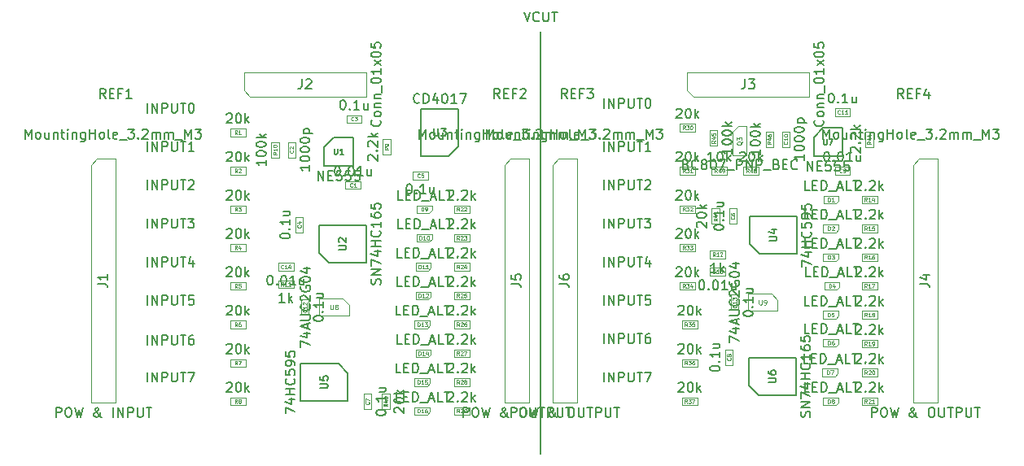
<source format=gbr>
G04 #@! TF.GenerationSoftware,KiCad,Pcbnew,(5.1.2)-1*
G04 #@! TF.CreationDate,2025-05-14T22:38:20+09:00*
G04 #@! TF.ProjectId,ShiftRegRemoteIO,53686966-7452-4656-9752-656d6f746549,v1.2*
G04 #@! TF.SameCoordinates,Original*
G04 #@! TF.FileFunction,Other,Fab,Top*
%FSLAX46Y46*%
G04 Gerber Fmt 4.6, Leading zero omitted, Abs format (unit mm)*
G04 Created by KiCad (PCBNEW (5.1.2)-1) date 2025-05-14 22:38:20*
%MOMM*%
%LPD*%
G04 APERTURE LIST*
%ADD10C,0.150000*%
%ADD11C,0.100000*%
%ADD12C,0.060000*%
%ADD13C,0.075000*%
G04 APERTURE END LIST*
D10*
X143761904Y-86452380D02*
X144095238Y-87452380D01*
X144428571Y-86452380D01*
X145333333Y-87357142D02*
X145285714Y-87404761D01*
X145142857Y-87452380D01*
X145047619Y-87452380D01*
X144904761Y-87404761D01*
X144809523Y-87309523D01*
X144761904Y-87214285D01*
X144714285Y-87023809D01*
X144714285Y-86880952D01*
X144761904Y-86690476D01*
X144809523Y-86595238D01*
X144904761Y-86500000D01*
X145047619Y-86452380D01*
X145142857Y-86452380D01*
X145285714Y-86500000D01*
X145333333Y-86547619D01*
X145761904Y-86452380D02*
X145761904Y-87261904D01*
X145809523Y-87357142D01*
X145857142Y-87404761D01*
X145952380Y-87452380D01*
X146142857Y-87452380D01*
X146238095Y-87404761D01*
X146285714Y-87357142D01*
X146333333Y-87261904D01*
X146333333Y-86452380D01*
X146666666Y-86452380D02*
X147238095Y-86452380D01*
X146952380Y-87452380D02*
X146952380Y-86452380D01*
X145500000Y-88500000D02*
X145500000Y-132500000D01*
D11*
X164700000Y-112100000D02*
X163100000Y-112100000D01*
X164700000Y-111300000D02*
X164700000Y-112100000D01*
X163100000Y-111300000D02*
X164700000Y-111300000D01*
X163100000Y-112100000D02*
X163100000Y-111300000D01*
X119800000Y-115200000D02*
X118200000Y-115200000D01*
X119800000Y-114400000D02*
X119800000Y-115200000D01*
X118200000Y-114400000D02*
X119800000Y-114400000D01*
X118200000Y-115200000D02*
X118200000Y-114400000D01*
X164700000Y-113900000D02*
X163100000Y-113900000D01*
X164700000Y-113100000D02*
X164700000Y-113900000D01*
X163100000Y-113100000D02*
X164700000Y-113100000D01*
X163100000Y-113900000D02*
X163100000Y-113100000D01*
X119800000Y-113400000D02*
X118200000Y-113400000D01*
X119800000Y-112600000D02*
X119800000Y-113400000D01*
X118200000Y-112600000D02*
X119800000Y-112600000D01*
X118200000Y-113400000D02*
X118200000Y-112600000D01*
X132400000Y-127600000D02*
X132400000Y-128400000D01*
X134000000Y-127600000D02*
X132400000Y-127600000D01*
X134000000Y-128100000D02*
X134000000Y-127600000D01*
X133700000Y-128400000D02*
X134000000Y-128100000D01*
X132400000Y-128400000D02*
X133700000Y-128400000D01*
X132400000Y-124600000D02*
X132400000Y-125400000D01*
X134000000Y-124600000D02*
X132400000Y-124600000D01*
X134000000Y-125100000D02*
X134000000Y-124600000D01*
X133700000Y-125400000D02*
X134000000Y-125100000D01*
X132400000Y-125400000D02*
X133700000Y-125400000D01*
X132500000Y-121600000D02*
X132500000Y-122400000D01*
X134100000Y-121600000D02*
X132500000Y-121600000D01*
X134100000Y-122100000D02*
X134100000Y-121600000D01*
X133800000Y-122400000D02*
X134100000Y-122100000D01*
X132500000Y-122400000D02*
X133800000Y-122400000D01*
X132400000Y-118600000D02*
X132400000Y-119400000D01*
X134000000Y-118600000D02*
X132400000Y-118600000D01*
X134000000Y-119100000D02*
X134000000Y-118600000D01*
X133700000Y-119400000D02*
X134000000Y-119100000D01*
X132400000Y-119400000D02*
X133700000Y-119400000D01*
X132500000Y-115600000D02*
X132500000Y-116400000D01*
X134100000Y-115600000D02*
X132500000Y-115600000D01*
X134100000Y-116100000D02*
X134100000Y-115600000D01*
X133800000Y-116400000D02*
X134100000Y-116100000D01*
X132500000Y-116400000D02*
X133800000Y-116400000D01*
X132500000Y-112600000D02*
X132500000Y-113400000D01*
X134100000Y-112600000D02*
X132500000Y-112600000D01*
X134100000Y-113100000D02*
X134100000Y-112600000D01*
X133800000Y-113400000D02*
X134100000Y-113100000D01*
X132500000Y-113400000D02*
X133800000Y-113400000D01*
X132600000Y-109600000D02*
X132600000Y-110400000D01*
X134200000Y-109600000D02*
X132600000Y-109600000D01*
X134200000Y-110100000D02*
X134200000Y-109600000D01*
X133900000Y-110400000D02*
X134200000Y-110100000D01*
X132600000Y-110400000D02*
X133900000Y-110400000D01*
X132600000Y-106600000D02*
X132600000Y-107400000D01*
X134200000Y-106600000D02*
X132600000Y-106600000D01*
X134200000Y-107100000D02*
X134200000Y-106600000D01*
X133900000Y-107400000D02*
X134200000Y-107100000D01*
X132600000Y-107400000D02*
X133900000Y-107400000D01*
X174900000Y-126600000D02*
X174900000Y-127400000D01*
X176500000Y-126600000D02*
X174900000Y-126600000D01*
X176500000Y-127100000D02*
X176500000Y-126600000D01*
X176200000Y-127400000D02*
X176500000Y-127100000D01*
X174900000Y-127400000D02*
X176200000Y-127400000D01*
X174800000Y-123600000D02*
X174800000Y-124400000D01*
X176400000Y-123600000D02*
X174800000Y-123600000D01*
X176400000Y-124100000D02*
X176400000Y-123600000D01*
X176100000Y-124400000D02*
X176400000Y-124100000D01*
X174800000Y-124400000D02*
X176100000Y-124400000D01*
X174900000Y-120500000D02*
X174900000Y-121300000D01*
X176500000Y-120500000D02*
X174900000Y-120500000D01*
X176500000Y-121000000D02*
X176500000Y-120500000D01*
X176200000Y-121300000D02*
X176500000Y-121000000D01*
X174900000Y-121300000D02*
X176200000Y-121300000D01*
X174887500Y-117600000D02*
X174887500Y-118400000D01*
X176487500Y-117600000D02*
X174887500Y-117600000D01*
X176487500Y-118100000D02*
X176487500Y-117600000D01*
X176187500Y-118400000D02*
X176487500Y-118100000D01*
X174887500Y-118400000D02*
X176187500Y-118400000D01*
X175000000Y-114600000D02*
X175000000Y-115400000D01*
X176600000Y-114600000D02*
X175000000Y-114600000D01*
X176600000Y-115100000D02*
X176600000Y-114600000D01*
X176300000Y-115400000D02*
X176600000Y-115100000D01*
X175000000Y-115400000D02*
X176300000Y-115400000D01*
X174900000Y-111600000D02*
X174900000Y-112400000D01*
X176500000Y-111600000D02*
X174900000Y-111600000D01*
X176500000Y-112100000D02*
X176500000Y-111600000D01*
X176200000Y-112400000D02*
X176500000Y-112100000D01*
X174900000Y-112400000D02*
X176200000Y-112400000D01*
X174900000Y-108600000D02*
X174900000Y-109400000D01*
X176500000Y-108600000D02*
X174900000Y-108600000D01*
X176500000Y-109100000D02*
X176500000Y-108600000D01*
X176200000Y-109400000D02*
X176500000Y-109100000D01*
X174900000Y-109400000D02*
X176200000Y-109400000D01*
X174912500Y-105600000D02*
X174912500Y-106400000D01*
X176512500Y-105600000D02*
X174912500Y-105600000D01*
X176512500Y-106100000D02*
X176512500Y-105600000D01*
X176212500Y-106400000D02*
X176512500Y-106100000D01*
X174912500Y-106400000D02*
X176212500Y-106400000D01*
X170150000Y-117600000D02*
X167050000Y-117600000D01*
X167050000Y-117600000D02*
X167050000Y-115800000D01*
X169500000Y-115800000D02*
X167050000Y-115800000D01*
X170150000Y-117600000D02*
X170150000Y-116450000D01*
X169500000Y-115800000D02*
X170150000Y-116450000D01*
X125550000Y-118100000D02*
X122450000Y-118100000D01*
X122450000Y-118100000D02*
X122450000Y-116300000D01*
X124900000Y-116300000D02*
X122450000Y-116300000D01*
X125550000Y-118100000D02*
X125550000Y-116950000D01*
X124900000Y-116300000D02*
X125550000Y-116950000D01*
X166100000Y-115900000D02*
X166100000Y-117500000D01*
X165300000Y-115900000D02*
X166100000Y-115900000D01*
X165300000Y-117500000D02*
X165300000Y-115900000D01*
X166100000Y-117500000D02*
X165300000Y-117500000D01*
X121400000Y-116400000D02*
X121400000Y-118000000D01*
X120600000Y-116400000D02*
X121400000Y-116400000D01*
X120600000Y-118000000D02*
X120600000Y-116400000D01*
X121400000Y-118000000D02*
X120600000Y-118000000D01*
D10*
X173900000Y-99500000D02*
X174900000Y-98500000D01*
X173900000Y-101500000D02*
X173900000Y-99500000D01*
X176900000Y-101500000D02*
X173900000Y-101500000D01*
X176900000Y-98500000D02*
X176900000Y-101500000D01*
X174900000Y-98500000D02*
X176900000Y-98500000D01*
X123000000Y-100500000D02*
X124000000Y-99500000D01*
X123000000Y-102500000D02*
X123000000Y-100500000D01*
X126000000Y-102500000D02*
X123000000Y-102500000D01*
X126000000Y-99500000D02*
X126000000Y-102500000D01*
X124000000Y-99500000D02*
X126000000Y-99500000D01*
D11*
X163300000Y-102600000D02*
X164900000Y-102600000D01*
X163300000Y-103400000D02*
X163300000Y-102600000D01*
X164900000Y-103400000D02*
X163300000Y-103400000D01*
X164900000Y-102600000D02*
X164900000Y-103400000D01*
X166600000Y-102600000D02*
X168200000Y-102600000D01*
X166600000Y-103400000D02*
X166600000Y-102600000D01*
X168200000Y-103400000D02*
X166600000Y-103400000D01*
X168200000Y-102600000D02*
X168200000Y-103400000D01*
X168900000Y-100500000D02*
X168900000Y-98900000D01*
X169700000Y-100500000D02*
X168900000Y-100500000D01*
X169700000Y-98900000D02*
X169700000Y-100500000D01*
X168900000Y-98900000D02*
X169700000Y-98900000D01*
X163900000Y-98800000D02*
X163900000Y-100400000D01*
X163100000Y-98800000D02*
X163900000Y-98800000D01*
X163100000Y-100400000D02*
X163100000Y-98800000D01*
X163900000Y-100400000D02*
X163100000Y-100400000D01*
X179300000Y-100500000D02*
X179300000Y-98900000D01*
X180100000Y-100500000D02*
X179300000Y-100500000D01*
X180100000Y-98900000D02*
X180100000Y-100500000D01*
X179300000Y-98900000D02*
X180100000Y-98900000D01*
X163300000Y-108500000D02*
X163300000Y-106900000D01*
X164100000Y-108500000D02*
X163300000Y-108500000D01*
X164100000Y-106900000D02*
X164100000Y-108500000D01*
X163300000Y-106900000D02*
X164100000Y-106900000D01*
X129800000Y-126200000D02*
X129800000Y-127800000D01*
X129000000Y-126200000D02*
X129800000Y-126200000D01*
X129000000Y-127800000D02*
X129000000Y-126200000D01*
X129800000Y-127800000D02*
X129000000Y-127800000D01*
X165500000Y-101420000D02*
X166900000Y-101420000D01*
X166900000Y-98380000D02*
X166900000Y-101420000D01*
X165500000Y-98950000D02*
X166050000Y-98380000D01*
X166050000Y-98380000D02*
X166900000Y-98380000D01*
X165500000Y-98950000D02*
X165500000Y-101400000D01*
X161365000Y-95270000D02*
X160730000Y-94635000D01*
X173430000Y-95270000D02*
X161365000Y-95270000D01*
X173430000Y-92730000D02*
X173430000Y-95270000D01*
X160730000Y-92730000D02*
X173430000Y-92730000D01*
X160730000Y-94635000D02*
X160730000Y-92730000D01*
X115285000Y-95270000D02*
X114650000Y-94635000D01*
X127350000Y-95270000D02*
X115285000Y-95270000D01*
X127350000Y-92730000D02*
X127350000Y-95270000D01*
X114650000Y-92730000D02*
X127350000Y-92730000D01*
X114650000Y-94635000D02*
X114650000Y-92730000D01*
X176100000Y-96500000D02*
X177700000Y-96500000D01*
X176100000Y-97300000D02*
X176100000Y-96500000D01*
X177700000Y-97300000D02*
X176100000Y-97300000D01*
X177700000Y-96500000D02*
X177700000Y-97300000D01*
X171400000Y-98900000D02*
X171400000Y-100500000D01*
X170600000Y-98900000D02*
X171400000Y-98900000D01*
X170600000Y-100500000D02*
X170600000Y-98900000D01*
X171400000Y-100500000D02*
X170600000Y-100500000D01*
X176100000Y-102600000D02*
X177700000Y-102600000D01*
X176100000Y-103400000D02*
X176100000Y-102600000D01*
X177700000Y-103400000D02*
X176100000Y-103400000D01*
X177700000Y-102600000D02*
X177700000Y-103400000D01*
D10*
X168150000Y-126350000D02*
X167150000Y-125350000D01*
X172050000Y-126350000D02*
X168150000Y-126350000D01*
X172050000Y-122450000D02*
X172050000Y-126350000D01*
X167150000Y-122450000D02*
X172050000Y-122450000D01*
X167150000Y-125350000D02*
X167150000Y-122450000D01*
X124450000Y-123050000D02*
X125450000Y-124050000D01*
X120550000Y-123050000D02*
X124450000Y-123050000D01*
X120550000Y-126950000D02*
X120550000Y-123050000D01*
X125450000Y-126950000D02*
X120550000Y-126950000D01*
X125450000Y-124050000D02*
X125450000Y-126950000D01*
D11*
X160200000Y-126600000D02*
X161800000Y-126600000D01*
X160200000Y-127400000D02*
X160200000Y-126600000D01*
X161800000Y-127400000D02*
X160200000Y-127400000D01*
X161800000Y-126600000D02*
X161800000Y-127400000D01*
X160200000Y-122600000D02*
X161800000Y-122600000D01*
X160200000Y-123400000D02*
X160200000Y-122600000D01*
X161800000Y-123400000D02*
X160200000Y-123400000D01*
X161800000Y-122600000D02*
X161800000Y-123400000D01*
X160200000Y-118600000D02*
X161800000Y-118600000D01*
X160200000Y-119400000D02*
X160200000Y-118600000D01*
X161800000Y-119400000D02*
X160200000Y-119400000D01*
X161800000Y-118600000D02*
X161800000Y-119400000D01*
X159988000Y-114600000D02*
X161588000Y-114600000D01*
X159988000Y-115400000D02*
X159988000Y-114600000D01*
X161588000Y-115400000D02*
X159988000Y-115400000D01*
X161588000Y-114600000D02*
X161588000Y-115400000D01*
X159988000Y-110600000D02*
X161588000Y-110600000D01*
X159988000Y-111400000D02*
X159988000Y-110600000D01*
X161588000Y-111400000D02*
X159988000Y-111400000D01*
X161588000Y-110600000D02*
X161588000Y-111400000D01*
X159988000Y-106600000D02*
X161588000Y-106600000D01*
X159988000Y-107400000D02*
X159988000Y-106600000D01*
X161588000Y-107400000D02*
X159988000Y-107400000D01*
X161588000Y-106600000D02*
X161588000Y-107400000D01*
X159988000Y-102600000D02*
X161588000Y-102600000D01*
X159988000Y-103400000D02*
X159988000Y-102600000D01*
X161588000Y-103400000D02*
X159988000Y-103400000D01*
X161588000Y-102600000D02*
X161588000Y-103400000D01*
X159988000Y-98100000D02*
X161588000Y-98100000D01*
X159988000Y-98900000D02*
X159988000Y-98100000D01*
X161588000Y-98900000D02*
X159988000Y-98900000D01*
X161588000Y-98100000D02*
X161588000Y-98900000D01*
X136488000Y-127600000D02*
X138088000Y-127600000D01*
X136488000Y-128400000D02*
X136488000Y-127600000D01*
X138088000Y-128400000D02*
X136488000Y-128400000D01*
X138088000Y-127600000D02*
X138088000Y-128400000D01*
X136488000Y-124600000D02*
X138088000Y-124600000D01*
X136488000Y-125400000D02*
X136488000Y-124600000D01*
X138088000Y-125400000D02*
X136488000Y-125400000D01*
X138088000Y-124600000D02*
X138088000Y-125400000D01*
X136488000Y-121600000D02*
X138088000Y-121600000D01*
X136488000Y-122400000D02*
X136488000Y-121600000D01*
X138088000Y-122400000D02*
X136488000Y-122400000D01*
X138088000Y-121600000D02*
X138088000Y-122400000D01*
X136488000Y-118600000D02*
X138088000Y-118600000D01*
X136488000Y-119400000D02*
X136488000Y-118600000D01*
X138088000Y-119400000D02*
X136488000Y-119400000D01*
X138088000Y-118600000D02*
X138088000Y-119400000D01*
X136488000Y-115600000D02*
X138088000Y-115600000D01*
X136488000Y-116400000D02*
X136488000Y-115600000D01*
X138088000Y-116400000D02*
X136488000Y-116400000D01*
X138088000Y-115600000D02*
X138088000Y-116400000D01*
X136488000Y-112600000D02*
X138088000Y-112600000D01*
X136488000Y-113400000D02*
X136488000Y-112600000D01*
X138088000Y-113400000D02*
X136488000Y-113400000D01*
X138088000Y-112600000D02*
X138088000Y-113400000D01*
X136488000Y-109600000D02*
X138088000Y-109600000D01*
X136488000Y-110400000D02*
X136488000Y-109600000D01*
X138088000Y-110400000D02*
X136488000Y-110400000D01*
X138088000Y-109600000D02*
X138088000Y-110400000D01*
X136488000Y-106600000D02*
X138088000Y-106600000D01*
X136488000Y-107400000D02*
X136488000Y-106600000D01*
X138088000Y-107400000D02*
X136488000Y-107400000D01*
X138088000Y-106600000D02*
X138088000Y-107400000D01*
X146730000Y-102365000D02*
X147365000Y-101730000D01*
X146730000Y-127130000D02*
X146730000Y-102365000D01*
X149270000Y-127130000D02*
X146730000Y-127130000D01*
X149270000Y-101730000D02*
X149270000Y-127130000D01*
X147365000Y-101730000D02*
X149270000Y-101730000D01*
X141730000Y-102365000D02*
X142365000Y-101730000D01*
X141730000Y-127130000D02*
X141730000Y-102365000D01*
X144270000Y-127130000D02*
X141730000Y-127130000D01*
X144270000Y-101730000D02*
X144270000Y-127130000D01*
X142365000Y-101730000D02*
X144270000Y-101730000D01*
X164700000Y-123200000D02*
X164700000Y-121600000D01*
X165500000Y-123200000D02*
X164700000Y-123200000D01*
X165500000Y-121600000D02*
X165500000Y-123200000D01*
X164700000Y-121600000D02*
X165500000Y-121600000D01*
X127900000Y-126200000D02*
X127900000Y-127800000D01*
X127100000Y-126200000D02*
X127900000Y-126200000D01*
X127100000Y-127800000D02*
X127100000Y-126200000D01*
X127900000Y-127800000D02*
X127100000Y-127800000D01*
D10*
X168250000Y-111650000D02*
X167250000Y-110650000D01*
X172150000Y-111650000D02*
X168250000Y-111650000D01*
X172150000Y-107750000D02*
X172150000Y-111650000D01*
X167250000Y-107750000D02*
X172150000Y-107750000D01*
X167250000Y-110650000D02*
X167250000Y-107750000D01*
X136950000Y-100450000D02*
X135950000Y-101450000D01*
X136950000Y-96550000D02*
X136950000Y-100450000D01*
X133050000Y-96550000D02*
X136950000Y-96550000D01*
X133050000Y-101450000D02*
X133050000Y-96550000D01*
X135950000Y-101450000D02*
X133050000Y-101450000D01*
X123450000Y-112550000D02*
X122450000Y-111550000D01*
X127350000Y-112550000D02*
X123450000Y-112550000D01*
X127350000Y-108650000D02*
X127350000Y-112550000D01*
X122450000Y-108650000D02*
X127350000Y-108650000D01*
X122450000Y-111550000D02*
X122450000Y-108650000D01*
D11*
X178900000Y-126600000D02*
X180500000Y-126600000D01*
X178900000Y-127400000D02*
X178900000Y-126600000D01*
X180500000Y-127400000D02*
X178900000Y-127400000D01*
X180500000Y-126600000D02*
X180500000Y-127400000D01*
X178900000Y-123600000D02*
X180500000Y-123600000D01*
X178900000Y-124400000D02*
X178900000Y-123600000D01*
X180500000Y-124400000D02*
X178900000Y-124400000D01*
X180500000Y-123600000D02*
X180500000Y-124400000D01*
X178900000Y-120600000D02*
X180500000Y-120600000D01*
X178900000Y-121400000D02*
X178900000Y-120600000D01*
X180500000Y-121400000D02*
X178900000Y-121400000D01*
X180500000Y-120600000D02*
X180500000Y-121400000D01*
X178900000Y-117600000D02*
X180500000Y-117600000D01*
X178900000Y-118400000D02*
X178900000Y-117600000D01*
X180500000Y-118400000D02*
X178900000Y-118400000D01*
X180500000Y-117600000D02*
X180500000Y-118400000D01*
X178900000Y-114600000D02*
X180500000Y-114600000D01*
X178900000Y-115400000D02*
X178900000Y-114600000D01*
X180500000Y-115400000D02*
X178900000Y-115400000D01*
X180500000Y-114600000D02*
X180500000Y-115400000D01*
X178900000Y-111600000D02*
X180500000Y-111600000D01*
X178900000Y-112400000D02*
X178900000Y-111600000D01*
X180500000Y-112400000D02*
X178900000Y-112400000D01*
X180500000Y-111600000D02*
X180500000Y-112400000D01*
X178900000Y-108600000D02*
X180500000Y-108600000D01*
X178900000Y-109400000D02*
X178900000Y-108600000D01*
X180500000Y-109400000D02*
X178900000Y-109400000D01*
X180500000Y-108600000D02*
X180500000Y-109400000D01*
X178900000Y-105600000D02*
X180500000Y-105600000D01*
X178900000Y-106400000D02*
X178900000Y-105600000D01*
X180500000Y-106400000D02*
X178900000Y-106400000D01*
X180500000Y-105600000D02*
X180500000Y-106400000D01*
X117500000Y-101600000D02*
X117500000Y-100000000D01*
X118300000Y-101600000D02*
X117500000Y-101600000D01*
X118300000Y-100000000D02*
X118300000Y-101600000D01*
X117500000Y-100000000D02*
X118300000Y-100000000D01*
X129100000Y-101300000D02*
X129100000Y-99700000D01*
X129900000Y-101300000D02*
X129100000Y-101300000D01*
X129900000Y-99700000D02*
X129900000Y-101300000D01*
X129100000Y-99700000D02*
X129900000Y-99700000D01*
X113200000Y-126600000D02*
X114800000Y-126600000D01*
X113200000Y-127400000D02*
X113200000Y-126600000D01*
X114800000Y-127400000D02*
X113200000Y-127400000D01*
X114800000Y-126600000D02*
X114800000Y-127400000D01*
X113200000Y-122600000D02*
X114800000Y-122600000D01*
X113200000Y-123400000D02*
X113200000Y-122600000D01*
X114800000Y-123400000D02*
X113200000Y-123400000D01*
X114800000Y-122600000D02*
X114800000Y-123400000D01*
X113200000Y-118600000D02*
X114800000Y-118600000D01*
X113200000Y-119400000D02*
X113200000Y-118600000D01*
X114800000Y-119400000D02*
X113200000Y-119400000D01*
X114800000Y-118600000D02*
X114800000Y-119400000D01*
X113200000Y-114600000D02*
X114800000Y-114600000D01*
X113200000Y-115400000D02*
X113200000Y-114600000D01*
X114800000Y-115400000D02*
X113200000Y-115400000D01*
X114800000Y-114600000D02*
X114800000Y-115400000D01*
X113200000Y-110600000D02*
X114800000Y-110600000D01*
X113200000Y-111400000D02*
X113200000Y-110600000D01*
X114800000Y-111400000D02*
X113200000Y-111400000D01*
X114800000Y-110600000D02*
X114800000Y-111400000D01*
X113200000Y-106600000D02*
X114800000Y-106600000D01*
X113200000Y-107400000D02*
X113200000Y-106600000D01*
X114800000Y-107400000D02*
X113200000Y-107400000D01*
X114800000Y-106600000D02*
X114800000Y-107400000D01*
X113200000Y-102600000D02*
X114800000Y-102600000D01*
X113200000Y-103400000D02*
X113200000Y-102600000D01*
X114800000Y-103400000D02*
X113200000Y-103400000D01*
X114800000Y-102600000D02*
X114800000Y-103400000D01*
X113200000Y-98600000D02*
X114800000Y-98600000D01*
X113200000Y-99400000D02*
X113200000Y-98600000D01*
X114800000Y-99400000D02*
X113200000Y-99400000D01*
X114800000Y-98600000D02*
X114800000Y-99400000D01*
X184230000Y-102365000D02*
X184865000Y-101730000D01*
X184230000Y-127130000D02*
X184230000Y-102365000D01*
X186770000Y-127130000D02*
X184230000Y-127130000D01*
X186770000Y-101730000D02*
X186770000Y-127130000D01*
X184865000Y-101730000D02*
X186770000Y-101730000D01*
X98730000Y-102365000D02*
X99365000Y-101730000D01*
X98730000Y-127130000D02*
X98730000Y-102365000D01*
X101270000Y-127130000D02*
X98730000Y-127130000D01*
X101270000Y-101730000D02*
X101270000Y-127130000D01*
X99365000Y-101730000D02*
X101270000Y-101730000D01*
X165100000Y-108500000D02*
X165100000Y-106900000D01*
X165900000Y-108500000D02*
X165100000Y-108500000D01*
X165900000Y-106900000D02*
X165900000Y-108500000D01*
X165100000Y-106900000D02*
X165900000Y-106900000D01*
X133800000Y-103900000D02*
X132200000Y-103900000D01*
X133800000Y-103100000D02*
X133800000Y-103900000D01*
X132200000Y-103100000D02*
X133800000Y-103100000D01*
X132200000Y-103900000D02*
X132200000Y-103100000D01*
X120000000Y-109400000D02*
X120000000Y-107800000D01*
X120800000Y-109400000D02*
X120000000Y-109400000D01*
X120800000Y-107800000D02*
X120800000Y-109400000D01*
X120000000Y-107800000D02*
X120800000Y-107800000D01*
X125300000Y-97200000D02*
X126900000Y-97200000D01*
X125300000Y-98000000D02*
X125300000Y-97200000D01*
X126900000Y-98000000D02*
X125300000Y-98000000D01*
X126900000Y-97200000D02*
X126900000Y-98000000D01*
X120000000Y-100000000D02*
X120000000Y-101600000D01*
X119200000Y-100000000D02*
X120000000Y-100000000D01*
X119200000Y-101600000D02*
X119200000Y-100000000D01*
X120000000Y-101600000D02*
X119200000Y-101600000D01*
X125200000Y-104100000D02*
X126800000Y-104100000D01*
X125200000Y-104900000D02*
X125200000Y-104100000D01*
X126800000Y-104900000D02*
X125200000Y-104900000D01*
X126800000Y-104100000D02*
X126800000Y-104900000D01*
D10*
X163780952Y-113582380D02*
X163209523Y-113582380D01*
X163495238Y-113582380D02*
X163495238Y-112582380D01*
X163400000Y-112725238D01*
X163304761Y-112820476D01*
X163209523Y-112868095D01*
X164209523Y-113582380D02*
X164209523Y-112582380D01*
X164304761Y-113201428D02*
X164590476Y-113582380D01*
X164590476Y-112915714D02*
X164209523Y-113296666D01*
D12*
X163642857Y-111880952D02*
X163509523Y-111690476D01*
X163414285Y-111880952D02*
X163414285Y-111480952D01*
X163566666Y-111480952D01*
X163604761Y-111500000D01*
X163623809Y-111519047D01*
X163642857Y-111557142D01*
X163642857Y-111614285D01*
X163623809Y-111652380D01*
X163604761Y-111671428D01*
X163566666Y-111690476D01*
X163414285Y-111690476D01*
X164023809Y-111880952D02*
X163795238Y-111880952D01*
X163909523Y-111880952D02*
X163909523Y-111480952D01*
X163871428Y-111538095D01*
X163833333Y-111576190D01*
X163795238Y-111595238D01*
X164176190Y-111519047D02*
X164195238Y-111500000D01*
X164233333Y-111480952D01*
X164328571Y-111480952D01*
X164366666Y-111500000D01*
X164385714Y-111519047D01*
X164404761Y-111557142D01*
X164404761Y-111595238D01*
X164385714Y-111652380D01*
X164157142Y-111880952D01*
X164404761Y-111880952D01*
D10*
X118880952Y-116682380D02*
X118309523Y-116682380D01*
X118595238Y-116682380D02*
X118595238Y-115682380D01*
X118500000Y-115825238D01*
X118404761Y-115920476D01*
X118309523Y-115968095D01*
X119309523Y-116682380D02*
X119309523Y-115682380D01*
X119404761Y-116301428D02*
X119690476Y-116682380D01*
X119690476Y-116015714D02*
X119309523Y-116396666D01*
D12*
X118742857Y-114980952D02*
X118609523Y-114790476D01*
X118514285Y-114980952D02*
X118514285Y-114580952D01*
X118666666Y-114580952D01*
X118704761Y-114600000D01*
X118723809Y-114619047D01*
X118742857Y-114657142D01*
X118742857Y-114714285D01*
X118723809Y-114752380D01*
X118704761Y-114771428D01*
X118666666Y-114790476D01*
X118514285Y-114790476D01*
X119123809Y-114980952D02*
X118895238Y-114980952D01*
X119009523Y-114980952D02*
X119009523Y-114580952D01*
X118971428Y-114638095D01*
X118933333Y-114676190D01*
X118895238Y-114695238D01*
X119504761Y-114980952D02*
X119276190Y-114980952D01*
X119390476Y-114980952D02*
X119390476Y-114580952D01*
X119352380Y-114638095D01*
X119314285Y-114676190D01*
X119276190Y-114695238D01*
D10*
X162209523Y-114382380D02*
X162304761Y-114382380D01*
X162400000Y-114430000D01*
X162447619Y-114477619D01*
X162495238Y-114572857D01*
X162542857Y-114763333D01*
X162542857Y-115001428D01*
X162495238Y-115191904D01*
X162447619Y-115287142D01*
X162400000Y-115334761D01*
X162304761Y-115382380D01*
X162209523Y-115382380D01*
X162114285Y-115334761D01*
X162066666Y-115287142D01*
X162019047Y-115191904D01*
X161971428Y-115001428D01*
X161971428Y-114763333D01*
X162019047Y-114572857D01*
X162066666Y-114477619D01*
X162114285Y-114430000D01*
X162209523Y-114382380D01*
X162971428Y-115287142D02*
X163019047Y-115334761D01*
X162971428Y-115382380D01*
X162923809Y-115334761D01*
X162971428Y-115287142D01*
X162971428Y-115382380D01*
X163638095Y-114382380D02*
X163733333Y-114382380D01*
X163828571Y-114430000D01*
X163876190Y-114477619D01*
X163923809Y-114572857D01*
X163971428Y-114763333D01*
X163971428Y-115001428D01*
X163923809Y-115191904D01*
X163876190Y-115287142D01*
X163828571Y-115334761D01*
X163733333Y-115382380D01*
X163638095Y-115382380D01*
X163542857Y-115334761D01*
X163495238Y-115287142D01*
X163447619Y-115191904D01*
X163400000Y-115001428D01*
X163400000Y-114763333D01*
X163447619Y-114572857D01*
X163495238Y-114477619D01*
X163542857Y-114430000D01*
X163638095Y-114382380D01*
X164923809Y-115382380D02*
X164352380Y-115382380D01*
X164638095Y-115382380D02*
X164638095Y-114382380D01*
X164542857Y-114525238D01*
X164447619Y-114620476D01*
X164352380Y-114668095D01*
X165780952Y-114715714D02*
X165780952Y-115382380D01*
X165352380Y-114715714D02*
X165352380Y-115239523D01*
X165400000Y-115334761D01*
X165495238Y-115382380D01*
X165638095Y-115382380D01*
X165733333Y-115334761D01*
X165780952Y-115287142D01*
D12*
X163642857Y-113642857D02*
X163623809Y-113661904D01*
X163566666Y-113680952D01*
X163528571Y-113680952D01*
X163471428Y-113661904D01*
X163433333Y-113623809D01*
X163414285Y-113585714D01*
X163395238Y-113509523D01*
X163395238Y-113452380D01*
X163414285Y-113376190D01*
X163433333Y-113338095D01*
X163471428Y-113300000D01*
X163528571Y-113280952D01*
X163566666Y-113280952D01*
X163623809Y-113300000D01*
X163642857Y-113319047D01*
X164023809Y-113680952D02*
X163795238Y-113680952D01*
X163909523Y-113680952D02*
X163909523Y-113280952D01*
X163871428Y-113338095D01*
X163833333Y-113376190D01*
X163795238Y-113395238D01*
X164385714Y-113280952D02*
X164195238Y-113280952D01*
X164176190Y-113471428D01*
X164195238Y-113452380D01*
X164233333Y-113433333D01*
X164328571Y-113433333D01*
X164366666Y-113452380D01*
X164385714Y-113471428D01*
X164404761Y-113509523D01*
X164404761Y-113604761D01*
X164385714Y-113642857D01*
X164366666Y-113661904D01*
X164328571Y-113680952D01*
X164233333Y-113680952D01*
X164195238Y-113661904D01*
X164176190Y-113642857D01*
D10*
X117309523Y-113882380D02*
X117404761Y-113882380D01*
X117500000Y-113930000D01*
X117547619Y-113977619D01*
X117595238Y-114072857D01*
X117642857Y-114263333D01*
X117642857Y-114501428D01*
X117595238Y-114691904D01*
X117547619Y-114787142D01*
X117500000Y-114834761D01*
X117404761Y-114882380D01*
X117309523Y-114882380D01*
X117214285Y-114834761D01*
X117166666Y-114787142D01*
X117119047Y-114691904D01*
X117071428Y-114501428D01*
X117071428Y-114263333D01*
X117119047Y-114072857D01*
X117166666Y-113977619D01*
X117214285Y-113930000D01*
X117309523Y-113882380D01*
X118071428Y-114787142D02*
X118119047Y-114834761D01*
X118071428Y-114882380D01*
X118023809Y-114834761D01*
X118071428Y-114787142D01*
X118071428Y-114882380D01*
X118738095Y-113882380D02*
X118833333Y-113882380D01*
X118928571Y-113930000D01*
X118976190Y-113977619D01*
X119023809Y-114072857D01*
X119071428Y-114263333D01*
X119071428Y-114501428D01*
X119023809Y-114691904D01*
X118976190Y-114787142D01*
X118928571Y-114834761D01*
X118833333Y-114882380D01*
X118738095Y-114882380D01*
X118642857Y-114834761D01*
X118595238Y-114787142D01*
X118547619Y-114691904D01*
X118500000Y-114501428D01*
X118500000Y-114263333D01*
X118547619Y-114072857D01*
X118595238Y-113977619D01*
X118642857Y-113930000D01*
X118738095Y-113882380D01*
X120023809Y-114882380D02*
X119452380Y-114882380D01*
X119738095Y-114882380D02*
X119738095Y-113882380D01*
X119642857Y-114025238D01*
X119547619Y-114120476D01*
X119452380Y-114168095D01*
X120880952Y-114215714D02*
X120880952Y-114882380D01*
X120452380Y-114215714D02*
X120452380Y-114739523D01*
X120500000Y-114834761D01*
X120595238Y-114882380D01*
X120738095Y-114882380D01*
X120833333Y-114834761D01*
X120880952Y-114787142D01*
D12*
X118742857Y-113142857D02*
X118723809Y-113161904D01*
X118666666Y-113180952D01*
X118628571Y-113180952D01*
X118571428Y-113161904D01*
X118533333Y-113123809D01*
X118514285Y-113085714D01*
X118495238Y-113009523D01*
X118495238Y-112952380D01*
X118514285Y-112876190D01*
X118533333Y-112838095D01*
X118571428Y-112800000D01*
X118628571Y-112780952D01*
X118666666Y-112780952D01*
X118723809Y-112800000D01*
X118742857Y-112819047D01*
X119123809Y-113180952D02*
X118895238Y-113180952D01*
X119009523Y-113180952D02*
X119009523Y-112780952D01*
X118971428Y-112838095D01*
X118933333Y-112876190D01*
X118895238Y-112895238D01*
X119466666Y-112914285D02*
X119466666Y-113180952D01*
X119371428Y-112761904D02*
X119276190Y-113047619D01*
X119523809Y-113047619D01*
D10*
X130961904Y-127022380D02*
X130485714Y-127022380D01*
X130485714Y-126022380D01*
X131295238Y-126498571D02*
X131628571Y-126498571D01*
X131771428Y-127022380D02*
X131295238Y-127022380D01*
X131295238Y-126022380D01*
X131771428Y-126022380D01*
X132200000Y-127022380D02*
X132200000Y-126022380D01*
X132438095Y-126022380D01*
X132580952Y-126070000D01*
X132676190Y-126165238D01*
X132723809Y-126260476D01*
X132771428Y-126450952D01*
X132771428Y-126593809D01*
X132723809Y-126784285D01*
X132676190Y-126879523D01*
X132580952Y-126974761D01*
X132438095Y-127022380D01*
X132200000Y-127022380D01*
X132961904Y-127117619D02*
X133723809Y-127117619D01*
X133914285Y-126736666D02*
X134390476Y-126736666D01*
X133819047Y-127022380D02*
X134152380Y-126022380D01*
X134485714Y-127022380D01*
X135295238Y-127022380D02*
X134819047Y-127022380D01*
X134819047Y-126022380D01*
X135485714Y-126022380D02*
X136057142Y-126022380D01*
X135771428Y-127022380D02*
X135771428Y-126022380D01*
D12*
X132714285Y-128180952D02*
X132714285Y-127780952D01*
X132809523Y-127780952D01*
X132866666Y-127800000D01*
X132904761Y-127838095D01*
X132923809Y-127876190D01*
X132942857Y-127952380D01*
X132942857Y-128009523D01*
X132923809Y-128085714D01*
X132904761Y-128123809D01*
X132866666Y-128161904D01*
X132809523Y-128180952D01*
X132714285Y-128180952D01*
X133323809Y-128180952D02*
X133095238Y-128180952D01*
X133209523Y-128180952D02*
X133209523Y-127780952D01*
X133171428Y-127838095D01*
X133133333Y-127876190D01*
X133095238Y-127895238D01*
X133666666Y-127780952D02*
X133590476Y-127780952D01*
X133552380Y-127800000D01*
X133533333Y-127819047D01*
X133495238Y-127876190D01*
X133476190Y-127952380D01*
X133476190Y-128104761D01*
X133495238Y-128142857D01*
X133514285Y-128161904D01*
X133552380Y-128180952D01*
X133628571Y-128180952D01*
X133666666Y-128161904D01*
X133685714Y-128142857D01*
X133704761Y-128104761D01*
X133704761Y-128009523D01*
X133685714Y-127971428D01*
X133666666Y-127952380D01*
X133628571Y-127933333D01*
X133552380Y-127933333D01*
X133514285Y-127952380D01*
X133495238Y-127971428D01*
X133476190Y-128009523D01*
D10*
X130961904Y-124022380D02*
X130485714Y-124022380D01*
X130485714Y-123022380D01*
X131295238Y-123498571D02*
X131628571Y-123498571D01*
X131771428Y-124022380D02*
X131295238Y-124022380D01*
X131295238Y-123022380D01*
X131771428Y-123022380D01*
X132200000Y-124022380D02*
X132200000Y-123022380D01*
X132438095Y-123022380D01*
X132580952Y-123070000D01*
X132676190Y-123165238D01*
X132723809Y-123260476D01*
X132771428Y-123450952D01*
X132771428Y-123593809D01*
X132723809Y-123784285D01*
X132676190Y-123879523D01*
X132580952Y-123974761D01*
X132438095Y-124022380D01*
X132200000Y-124022380D01*
X132961904Y-124117619D02*
X133723809Y-124117619D01*
X133914285Y-123736666D02*
X134390476Y-123736666D01*
X133819047Y-124022380D02*
X134152380Y-123022380D01*
X134485714Y-124022380D01*
X135295238Y-124022380D02*
X134819047Y-124022380D01*
X134819047Y-123022380D01*
X135485714Y-123022380D02*
X136057142Y-123022380D01*
X135771428Y-124022380D02*
X135771428Y-123022380D01*
D12*
X132714285Y-125180952D02*
X132714285Y-124780952D01*
X132809523Y-124780952D01*
X132866666Y-124800000D01*
X132904761Y-124838095D01*
X132923809Y-124876190D01*
X132942857Y-124952380D01*
X132942857Y-125009523D01*
X132923809Y-125085714D01*
X132904761Y-125123809D01*
X132866666Y-125161904D01*
X132809523Y-125180952D01*
X132714285Y-125180952D01*
X133323809Y-125180952D02*
X133095238Y-125180952D01*
X133209523Y-125180952D02*
X133209523Y-124780952D01*
X133171428Y-124838095D01*
X133133333Y-124876190D01*
X133095238Y-124895238D01*
X133685714Y-124780952D02*
X133495238Y-124780952D01*
X133476190Y-124971428D01*
X133495238Y-124952380D01*
X133533333Y-124933333D01*
X133628571Y-124933333D01*
X133666666Y-124952380D01*
X133685714Y-124971428D01*
X133704761Y-125009523D01*
X133704761Y-125104761D01*
X133685714Y-125142857D01*
X133666666Y-125161904D01*
X133628571Y-125180952D01*
X133533333Y-125180952D01*
X133495238Y-125161904D01*
X133476190Y-125142857D01*
D10*
X131061904Y-121022380D02*
X130585714Y-121022380D01*
X130585714Y-120022380D01*
X131395238Y-120498571D02*
X131728571Y-120498571D01*
X131871428Y-121022380D02*
X131395238Y-121022380D01*
X131395238Y-120022380D01*
X131871428Y-120022380D01*
X132300000Y-121022380D02*
X132300000Y-120022380D01*
X132538095Y-120022380D01*
X132680952Y-120070000D01*
X132776190Y-120165238D01*
X132823809Y-120260476D01*
X132871428Y-120450952D01*
X132871428Y-120593809D01*
X132823809Y-120784285D01*
X132776190Y-120879523D01*
X132680952Y-120974761D01*
X132538095Y-121022380D01*
X132300000Y-121022380D01*
X133061904Y-121117619D02*
X133823809Y-121117619D01*
X134014285Y-120736666D02*
X134490476Y-120736666D01*
X133919047Y-121022380D02*
X134252380Y-120022380D01*
X134585714Y-121022380D01*
X135395238Y-121022380D02*
X134919047Y-121022380D01*
X134919047Y-120022380D01*
X135585714Y-120022380D02*
X136157142Y-120022380D01*
X135871428Y-121022380D02*
X135871428Y-120022380D01*
D12*
X132814285Y-122180952D02*
X132814285Y-121780952D01*
X132909523Y-121780952D01*
X132966666Y-121800000D01*
X133004761Y-121838095D01*
X133023809Y-121876190D01*
X133042857Y-121952380D01*
X133042857Y-122009523D01*
X133023809Y-122085714D01*
X133004761Y-122123809D01*
X132966666Y-122161904D01*
X132909523Y-122180952D01*
X132814285Y-122180952D01*
X133423809Y-122180952D02*
X133195238Y-122180952D01*
X133309523Y-122180952D02*
X133309523Y-121780952D01*
X133271428Y-121838095D01*
X133233333Y-121876190D01*
X133195238Y-121895238D01*
X133766666Y-121914285D02*
X133766666Y-122180952D01*
X133671428Y-121761904D02*
X133576190Y-122047619D01*
X133823809Y-122047619D01*
D10*
X130961904Y-118022380D02*
X130485714Y-118022380D01*
X130485714Y-117022380D01*
X131295238Y-117498571D02*
X131628571Y-117498571D01*
X131771428Y-118022380D02*
X131295238Y-118022380D01*
X131295238Y-117022380D01*
X131771428Y-117022380D01*
X132200000Y-118022380D02*
X132200000Y-117022380D01*
X132438095Y-117022380D01*
X132580952Y-117070000D01*
X132676190Y-117165238D01*
X132723809Y-117260476D01*
X132771428Y-117450952D01*
X132771428Y-117593809D01*
X132723809Y-117784285D01*
X132676190Y-117879523D01*
X132580952Y-117974761D01*
X132438095Y-118022380D01*
X132200000Y-118022380D01*
X132961904Y-118117619D02*
X133723809Y-118117619D01*
X133914285Y-117736666D02*
X134390476Y-117736666D01*
X133819047Y-118022380D02*
X134152380Y-117022380D01*
X134485714Y-118022380D01*
X135295238Y-118022380D02*
X134819047Y-118022380D01*
X134819047Y-117022380D01*
X135485714Y-117022380D02*
X136057142Y-117022380D01*
X135771428Y-118022380D02*
X135771428Y-117022380D01*
D12*
X132714285Y-119180952D02*
X132714285Y-118780952D01*
X132809523Y-118780952D01*
X132866666Y-118800000D01*
X132904761Y-118838095D01*
X132923809Y-118876190D01*
X132942857Y-118952380D01*
X132942857Y-119009523D01*
X132923809Y-119085714D01*
X132904761Y-119123809D01*
X132866666Y-119161904D01*
X132809523Y-119180952D01*
X132714285Y-119180952D01*
X133323809Y-119180952D02*
X133095238Y-119180952D01*
X133209523Y-119180952D02*
X133209523Y-118780952D01*
X133171428Y-118838095D01*
X133133333Y-118876190D01*
X133095238Y-118895238D01*
X133457142Y-118780952D02*
X133704761Y-118780952D01*
X133571428Y-118933333D01*
X133628571Y-118933333D01*
X133666666Y-118952380D01*
X133685714Y-118971428D01*
X133704761Y-119009523D01*
X133704761Y-119104761D01*
X133685714Y-119142857D01*
X133666666Y-119161904D01*
X133628571Y-119180952D01*
X133514285Y-119180952D01*
X133476190Y-119161904D01*
X133457142Y-119142857D01*
D10*
X131061904Y-115022380D02*
X130585714Y-115022380D01*
X130585714Y-114022380D01*
X131395238Y-114498571D02*
X131728571Y-114498571D01*
X131871428Y-115022380D02*
X131395238Y-115022380D01*
X131395238Y-114022380D01*
X131871428Y-114022380D01*
X132300000Y-115022380D02*
X132300000Y-114022380D01*
X132538095Y-114022380D01*
X132680952Y-114070000D01*
X132776190Y-114165238D01*
X132823809Y-114260476D01*
X132871428Y-114450952D01*
X132871428Y-114593809D01*
X132823809Y-114784285D01*
X132776190Y-114879523D01*
X132680952Y-114974761D01*
X132538095Y-115022380D01*
X132300000Y-115022380D01*
X133061904Y-115117619D02*
X133823809Y-115117619D01*
X134014285Y-114736666D02*
X134490476Y-114736666D01*
X133919047Y-115022380D02*
X134252380Y-114022380D01*
X134585714Y-115022380D01*
X135395238Y-115022380D02*
X134919047Y-115022380D01*
X134919047Y-114022380D01*
X135585714Y-114022380D02*
X136157142Y-114022380D01*
X135871428Y-115022380D02*
X135871428Y-114022380D01*
D12*
X132814285Y-116180952D02*
X132814285Y-115780952D01*
X132909523Y-115780952D01*
X132966666Y-115800000D01*
X133004761Y-115838095D01*
X133023809Y-115876190D01*
X133042857Y-115952380D01*
X133042857Y-116009523D01*
X133023809Y-116085714D01*
X133004761Y-116123809D01*
X132966666Y-116161904D01*
X132909523Y-116180952D01*
X132814285Y-116180952D01*
X133423809Y-116180952D02*
X133195238Y-116180952D01*
X133309523Y-116180952D02*
X133309523Y-115780952D01*
X133271428Y-115838095D01*
X133233333Y-115876190D01*
X133195238Y-115895238D01*
X133576190Y-115819047D02*
X133595238Y-115800000D01*
X133633333Y-115780952D01*
X133728571Y-115780952D01*
X133766666Y-115800000D01*
X133785714Y-115819047D01*
X133804761Y-115857142D01*
X133804761Y-115895238D01*
X133785714Y-115952380D01*
X133557142Y-116180952D01*
X133804761Y-116180952D01*
D10*
X131061904Y-112022380D02*
X130585714Y-112022380D01*
X130585714Y-111022380D01*
X131395238Y-111498571D02*
X131728571Y-111498571D01*
X131871428Y-112022380D02*
X131395238Y-112022380D01*
X131395238Y-111022380D01*
X131871428Y-111022380D01*
X132300000Y-112022380D02*
X132300000Y-111022380D01*
X132538095Y-111022380D01*
X132680952Y-111070000D01*
X132776190Y-111165238D01*
X132823809Y-111260476D01*
X132871428Y-111450952D01*
X132871428Y-111593809D01*
X132823809Y-111784285D01*
X132776190Y-111879523D01*
X132680952Y-111974761D01*
X132538095Y-112022380D01*
X132300000Y-112022380D01*
X133061904Y-112117619D02*
X133823809Y-112117619D01*
X134014285Y-111736666D02*
X134490476Y-111736666D01*
X133919047Y-112022380D02*
X134252380Y-111022380D01*
X134585714Y-112022380D01*
X135395238Y-112022380D02*
X134919047Y-112022380D01*
X134919047Y-111022380D01*
X135585714Y-111022380D02*
X136157142Y-111022380D01*
X135871428Y-112022380D02*
X135871428Y-111022380D01*
D12*
X132814285Y-113180952D02*
X132814285Y-112780952D01*
X132909523Y-112780952D01*
X132966666Y-112800000D01*
X133004761Y-112838095D01*
X133023809Y-112876190D01*
X133042857Y-112952380D01*
X133042857Y-113009523D01*
X133023809Y-113085714D01*
X133004761Y-113123809D01*
X132966666Y-113161904D01*
X132909523Y-113180952D01*
X132814285Y-113180952D01*
X133423809Y-113180952D02*
X133195238Y-113180952D01*
X133309523Y-113180952D02*
X133309523Y-112780952D01*
X133271428Y-112838095D01*
X133233333Y-112876190D01*
X133195238Y-112895238D01*
X133804761Y-113180952D02*
X133576190Y-113180952D01*
X133690476Y-113180952D02*
X133690476Y-112780952D01*
X133652380Y-112838095D01*
X133614285Y-112876190D01*
X133576190Y-112895238D01*
D10*
X131161904Y-109022380D02*
X130685714Y-109022380D01*
X130685714Y-108022380D01*
X131495238Y-108498571D02*
X131828571Y-108498571D01*
X131971428Y-109022380D02*
X131495238Y-109022380D01*
X131495238Y-108022380D01*
X131971428Y-108022380D01*
X132400000Y-109022380D02*
X132400000Y-108022380D01*
X132638095Y-108022380D01*
X132780952Y-108070000D01*
X132876190Y-108165238D01*
X132923809Y-108260476D01*
X132971428Y-108450952D01*
X132971428Y-108593809D01*
X132923809Y-108784285D01*
X132876190Y-108879523D01*
X132780952Y-108974761D01*
X132638095Y-109022380D01*
X132400000Y-109022380D01*
X133161904Y-109117619D02*
X133923809Y-109117619D01*
X134114285Y-108736666D02*
X134590476Y-108736666D01*
X134019047Y-109022380D02*
X134352380Y-108022380D01*
X134685714Y-109022380D01*
X135495238Y-109022380D02*
X135019047Y-109022380D01*
X135019047Y-108022380D01*
X135685714Y-108022380D02*
X136257142Y-108022380D01*
X135971428Y-109022380D02*
X135971428Y-108022380D01*
D12*
X132914285Y-110180952D02*
X132914285Y-109780952D01*
X133009523Y-109780952D01*
X133066666Y-109800000D01*
X133104761Y-109838095D01*
X133123809Y-109876190D01*
X133142857Y-109952380D01*
X133142857Y-110009523D01*
X133123809Y-110085714D01*
X133104761Y-110123809D01*
X133066666Y-110161904D01*
X133009523Y-110180952D01*
X132914285Y-110180952D01*
X133523809Y-110180952D02*
X133295238Y-110180952D01*
X133409523Y-110180952D02*
X133409523Y-109780952D01*
X133371428Y-109838095D01*
X133333333Y-109876190D01*
X133295238Y-109895238D01*
X133771428Y-109780952D02*
X133809523Y-109780952D01*
X133847619Y-109800000D01*
X133866666Y-109819047D01*
X133885714Y-109857142D01*
X133904761Y-109933333D01*
X133904761Y-110028571D01*
X133885714Y-110104761D01*
X133866666Y-110142857D01*
X133847619Y-110161904D01*
X133809523Y-110180952D01*
X133771428Y-110180952D01*
X133733333Y-110161904D01*
X133714285Y-110142857D01*
X133695238Y-110104761D01*
X133676190Y-110028571D01*
X133676190Y-109933333D01*
X133695238Y-109857142D01*
X133714285Y-109819047D01*
X133733333Y-109800000D01*
X133771428Y-109780952D01*
D10*
X131161904Y-106022380D02*
X130685714Y-106022380D01*
X130685714Y-105022380D01*
X131495238Y-105498571D02*
X131828571Y-105498571D01*
X131971428Y-106022380D02*
X131495238Y-106022380D01*
X131495238Y-105022380D01*
X131971428Y-105022380D01*
X132400000Y-106022380D02*
X132400000Y-105022380D01*
X132638095Y-105022380D01*
X132780952Y-105070000D01*
X132876190Y-105165238D01*
X132923809Y-105260476D01*
X132971428Y-105450952D01*
X132971428Y-105593809D01*
X132923809Y-105784285D01*
X132876190Y-105879523D01*
X132780952Y-105974761D01*
X132638095Y-106022380D01*
X132400000Y-106022380D01*
X133161904Y-106117619D02*
X133923809Y-106117619D01*
X134114285Y-105736666D02*
X134590476Y-105736666D01*
X134019047Y-106022380D02*
X134352380Y-105022380D01*
X134685714Y-106022380D01*
X135495238Y-106022380D02*
X135019047Y-106022380D01*
X135019047Y-105022380D01*
X135685714Y-105022380D02*
X136257142Y-105022380D01*
X135971428Y-106022380D02*
X135971428Y-105022380D01*
D12*
X133104761Y-107180952D02*
X133104761Y-106780952D01*
X133200000Y-106780952D01*
X133257142Y-106800000D01*
X133295238Y-106838095D01*
X133314285Y-106876190D01*
X133333333Y-106952380D01*
X133333333Y-107009523D01*
X133314285Y-107085714D01*
X133295238Y-107123809D01*
X133257142Y-107161904D01*
X133200000Y-107180952D01*
X133104761Y-107180952D01*
X133523809Y-107180952D02*
X133600000Y-107180952D01*
X133638095Y-107161904D01*
X133657142Y-107142857D01*
X133695238Y-107085714D01*
X133714285Y-107009523D01*
X133714285Y-106857142D01*
X133695238Y-106819047D01*
X133676190Y-106800000D01*
X133638095Y-106780952D01*
X133561904Y-106780952D01*
X133523809Y-106800000D01*
X133504761Y-106819047D01*
X133485714Y-106857142D01*
X133485714Y-106952380D01*
X133504761Y-106990476D01*
X133523809Y-107009523D01*
X133561904Y-107028571D01*
X133638095Y-107028571D01*
X133676190Y-107009523D01*
X133695238Y-106990476D01*
X133714285Y-106952380D01*
D10*
X173461904Y-126022380D02*
X172985714Y-126022380D01*
X172985714Y-125022380D01*
X173795238Y-125498571D02*
X174128571Y-125498571D01*
X174271428Y-126022380D02*
X173795238Y-126022380D01*
X173795238Y-125022380D01*
X174271428Y-125022380D01*
X174700000Y-126022380D02*
X174700000Y-125022380D01*
X174938095Y-125022380D01*
X175080952Y-125070000D01*
X175176190Y-125165238D01*
X175223809Y-125260476D01*
X175271428Y-125450952D01*
X175271428Y-125593809D01*
X175223809Y-125784285D01*
X175176190Y-125879523D01*
X175080952Y-125974761D01*
X174938095Y-126022380D01*
X174700000Y-126022380D01*
X175461904Y-126117619D02*
X176223809Y-126117619D01*
X176414285Y-125736666D02*
X176890476Y-125736666D01*
X176319047Y-126022380D02*
X176652380Y-125022380D01*
X176985714Y-126022380D01*
X177795238Y-126022380D02*
X177319047Y-126022380D01*
X177319047Y-125022380D01*
X177985714Y-125022380D02*
X178557142Y-125022380D01*
X178271428Y-126022380D02*
X178271428Y-125022380D01*
D12*
X175404761Y-127180952D02*
X175404761Y-126780952D01*
X175500000Y-126780952D01*
X175557142Y-126800000D01*
X175595238Y-126838095D01*
X175614285Y-126876190D01*
X175633333Y-126952380D01*
X175633333Y-127009523D01*
X175614285Y-127085714D01*
X175595238Y-127123809D01*
X175557142Y-127161904D01*
X175500000Y-127180952D01*
X175404761Y-127180952D01*
X175861904Y-126952380D02*
X175823809Y-126933333D01*
X175804761Y-126914285D01*
X175785714Y-126876190D01*
X175785714Y-126857142D01*
X175804761Y-126819047D01*
X175823809Y-126800000D01*
X175861904Y-126780952D01*
X175938095Y-126780952D01*
X175976190Y-126800000D01*
X175995238Y-126819047D01*
X176014285Y-126857142D01*
X176014285Y-126876190D01*
X175995238Y-126914285D01*
X175976190Y-126933333D01*
X175938095Y-126952380D01*
X175861904Y-126952380D01*
X175823809Y-126971428D01*
X175804761Y-126990476D01*
X175785714Y-127028571D01*
X175785714Y-127104761D01*
X175804761Y-127142857D01*
X175823809Y-127161904D01*
X175861904Y-127180952D01*
X175938095Y-127180952D01*
X175976190Y-127161904D01*
X175995238Y-127142857D01*
X176014285Y-127104761D01*
X176014285Y-127028571D01*
X175995238Y-126990476D01*
X175976190Y-126971428D01*
X175938095Y-126952380D01*
D10*
X173361904Y-123022380D02*
X172885714Y-123022380D01*
X172885714Y-122022380D01*
X173695238Y-122498571D02*
X174028571Y-122498571D01*
X174171428Y-123022380D02*
X173695238Y-123022380D01*
X173695238Y-122022380D01*
X174171428Y-122022380D01*
X174600000Y-123022380D02*
X174600000Y-122022380D01*
X174838095Y-122022380D01*
X174980952Y-122070000D01*
X175076190Y-122165238D01*
X175123809Y-122260476D01*
X175171428Y-122450952D01*
X175171428Y-122593809D01*
X175123809Y-122784285D01*
X175076190Y-122879523D01*
X174980952Y-122974761D01*
X174838095Y-123022380D01*
X174600000Y-123022380D01*
X175361904Y-123117619D02*
X176123809Y-123117619D01*
X176314285Y-122736666D02*
X176790476Y-122736666D01*
X176219047Y-123022380D02*
X176552380Y-122022380D01*
X176885714Y-123022380D01*
X177695238Y-123022380D02*
X177219047Y-123022380D01*
X177219047Y-122022380D01*
X177885714Y-122022380D02*
X178457142Y-122022380D01*
X178171428Y-123022380D02*
X178171428Y-122022380D01*
D12*
X175304761Y-124180952D02*
X175304761Y-123780952D01*
X175400000Y-123780952D01*
X175457142Y-123800000D01*
X175495238Y-123838095D01*
X175514285Y-123876190D01*
X175533333Y-123952380D01*
X175533333Y-124009523D01*
X175514285Y-124085714D01*
X175495238Y-124123809D01*
X175457142Y-124161904D01*
X175400000Y-124180952D01*
X175304761Y-124180952D01*
X175666666Y-123780952D02*
X175933333Y-123780952D01*
X175761904Y-124180952D01*
D10*
X173461904Y-119922380D02*
X172985714Y-119922380D01*
X172985714Y-118922380D01*
X173795238Y-119398571D02*
X174128571Y-119398571D01*
X174271428Y-119922380D02*
X173795238Y-119922380D01*
X173795238Y-118922380D01*
X174271428Y-118922380D01*
X174700000Y-119922380D02*
X174700000Y-118922380D01*
X174938095Y-118922380D01*
X175080952Y-118970000D01*
X175176190Y-119065238D01*
X175223809Y-119160476D01*
X175271428Y-119350952D01*
X175271428Y-119493809D01*
X175223809Y-119684285D01*
X175176190Y-119779523D01*
X175080952Y-119874761D01*
X174938095Y-119922380D01*
X174700000Y-119922380D01*
X175461904Y-120017619D02*
X176223809Y-120017619D01*
X176414285Y-119636666D02*
X176890476Y-119636666D01*
X176319047Y-119922380D02*
X176652380Y-118922380D01*
X176985714Y-119922380D01*
X177795238Y-119922380D02*
X177319047Y-119922380D01*
X177319047Y-118922380D01*
X177985714Y-118922380D02*
X178557142Y-118922380D01*
X178271428Y-119922380D02*
X178271428Y-118922380D01*
D12*
X175404761Y-121080952D02*
X175404761Y-120680952D01*
X175500000Y-120680952D01*
X175557142Y-120700000D01*
X175595238Y-120738095D01*
X175614285Y-120776190D01*
X175633333Y-120852380D01*
X175633333Y-120909523D01*
X175614285Y-120985714D01*
X175595238Y-121023809D01*
X175557142Y-121061904D01*
X175500000Y-121080952D01*
X175404761Y-121080952D01*
X175976190Y-120680952D02*
X175900000Y-120680952D01*
X175861904Y-120700000D01*
X175842857Y-120719047D01*
X175804761Y-120776190D01*
X175785714Y-120852380D01*
X175785714Y-121004761D01*
X175804761Y-121042857D01*
X175823809Y-121061904D01*
X175861904Y-121080952D01*
X175938095Y-121080952D01*
X175976190Y-121061904D01*
X175995238Y-121042857D01*
X176014285Y-121004761D01*
X176014285Y-120909523D01*
X175995238Y-120871428D01*
X175976190Y-120852380D01*
X175938095Y-120833333D01*
X175861904Y-120833333D01*
X175823809Y-120852380D01*
X175804761Y-120871428D01*
X175785714Y-120909523D01*
D10*
X173449404Y-117022380D02*
X172973214Y-117022380D01*
X172973214Y-116022380D01*
X173782738Y-116498571D02*
X174116071Y-116498571D01*
X174258928Y-117022380D02*
X173782738Y-117022380D01*
X173782738Y-116022380D01*
X174258928Y-116022380D01*
X174687500Y-117022380D02*
X174687500Y-116022380D01*
X174925595Y-116022380D01*
X175068452Y-116070000D01*
X175163690Y-116165238D01*
X175211309Y-116260476D01*
X175258928Y-116450952D01*
X175258928Y-116593809D01*
X175211309Y-116784285D01*
X175163690Y-116879523D01*
X175068452Y-116974761D01*
X174925595Y-117022380D01*
X174687500Y-117022380D01*
X175449404Y-117117619D02*
X176211309Y-117117619D01*
X176401785Y-116736666D02*
X176877976Y-116736666D01*
X176306547Y-117022380D02*
X176639880Y-116022380D01*
X176973214Y-117022380D01*
X177782738Y-117022380D02*
X177306547Y-117022380D01*
X177306547Y-116022380D01*
X177973214Y-116022380D02*
X178544642Y-116022380D01*
X178258928Y-117022380D02*
X178258928Y-116022380D01*
D12*
X175392261Y-118180952D02*
X175392261Y-117780952D01*
X175487500Y-117780952D01*
X175544642Y-117800000D01*
X175582738Y-117838095D01*
X175601785Y-117876190D01*
X175620833Y-117952380D01*
X175620833Y-118009523D01*
X175601785Y-118085714D01*
X175582738Y-118123809D01*
X175544642Y-118161904D01*
X175487500Y-118180952D01*
X175392261Y-118180952D01*
X175982738Y-117780952D02*
X175792261Y-117780952D01*
X175773214Y-117971428D01*
X175792261Y-117952380D01*
X175830357Y-117933333D01*
X175925595Y-117933333D01*
X175963690Y-117952380D01*
X175982738Y-117971428D01*
X176001785Y-118009523D01*
X176001785Y-118104761D01*
X175982738Y-118142857D01*
X175963690Y-118161904D01*
X175925595Y-118180952D01*
X175830357Y-118180952D01*
X175792261Y-118161904D01*
X175773214Y-118142857D01*
D10*
X173561904Y-114022380D02*
X173085714Y-114022380D01*
X173085714Y-113022380D01*
X173895238Y-113498571D02*
X174228571Y-113498571D01*
X174371428Y-114022380D02*
X173895238Y-114022380D01*
X173895238Y-113022380D01*
X174371428Y-113022380D01*
X174800000Y-114022380D02*
X174800000Y-113022380D01*
X175038095Y-113022380D01*
X175180952Y-113070000D01*
X175276190Y-113165238D01*
X175323809Y-113260476D01*
X175371428Y-113450952D01*
X175371428Y-113593809D01*
X175323809Y-113784285D01*
X175276190Y-113879523D01*
X175180952Y-113974761D01*
X175038095Y-114022380D01*
X174800000Y-114022380D01*
X175561904Y-114117619D02*
X176323809Y-114117619D01*
X176514285Y-113736666D02*
X176990476Y-113736666D01*
X176419047Y-114022380D02*
X176752380Y-113022380D01*
X177085714Y-114022380D01*
X177895238Y-114022380D02*
X177419047Y-114022380D01*
X177419047Y-113022380D01*
X178085714Y-113022380D02*
X178657142Y-113022380D01*
X178371428Y-114022380D02*
X178371428Y-113022380D01*
D12*
X175504761Y-115180952D02*
X175504761Y-114780952D01*
X175600000Y-114780952D01*
X175657142Y-114800000D01*
X175695238Y-114838095D01*
X175714285Y-114876190D01*
X175733333Y-114952380D01*
X175733333Y-115009523D01*
X175714285Y-115085714D01*
X175695238Y-115123809D01*
X175657142Y-115161904D01*
X175600000Y-115180952D01*
X175504761Y-115180952D01*
X176076190Y-114914285D02*
X176076190Y-115180952D01*
X175980952Y-114761904D02*
X175885714Y-115047619D01*
X176133333Y-115047619D01*
D10*
X173461904Y-111022380D02*
X172985714Y-111022380D01*
X172985714Y-110022380D01*
X173795238Y-110498571D02*
X174128571Y-110498571D01*
X174271428Y-111022380D02*
X173795238Y-111022380D01*
X173795238Y-110022380D01*
X174271428Y-110022380D01*
X174700000Y-111022380D02*
X174700000Y-110022380D01*
X174938095Y-110022380D01*
X175080952Y-110070000D01*
X175176190Y-110165238D01*
X175223809Y-110260476D01*
X175271428Y-110450952D01*
X175271428Y-110593809D01*
X175223809Y-110784285D01*
X175176190Y-110879523D01*
X175080952Y-110974761D01*
X174938095Y-111022380D01*
X174700000Y-111022380D01*
X175461904Y-111117619D02*
X176223809Y-111117619D01*
X176414285Y-110736666D02*
X176890476Y-110736666D01*
X176319047Y-111022380D02*
X176652380Y-110022380D01*
X176985714Y-111022380D01*
X177795238Y-111022380D02*
X177319047Y-111022380D01*
X177319047Y-110022380D01*
X177985714Y-110022380D02*
X178557142Y-110022380D01*
X178271428Y-111022380D02*
X178271428Y-110022380D01*
D12*
X175404761Y-112180952D02*
X175404761Y-111780952D01*
X175500000Y-111780952D01*
X175557142Y-111800000D01*
X175595238Y-111838095D01*
X175614285Y-111876190D01*
X175633333Y-111952380D01*
X175633333Y-112009523D01*
X175614285Y-112085714D01*
X175595238Y-112123809D01*
X175557142Y-112161904D01*
X175500000Y-112180952D01*
X175404761Y-112180952D01*
X175766666Y-111780952D02*
X176014285Y-111780952D01*
X175880952Y-111933333D01*
X175938095Y-111933333D01*
X175976190Y-111952380D01*
X175995238Y-111971428D01*
X176014285Y-112009523D01*
X176014285Y-112104761D01*
X175995238Y-112142857D01*
X175976190Y-112161904D01*
X175938095Y-112180952D01*
X175823809Y-112180952D01*
X175785714Y-112161904D01*
X175766666Y-112142857D01*
D10*
X173461904Y-108022380D02*
X172985714Y-108022380D01*
X172985714Y-107022380D01*
X173795238Y-107498571D02*
X174128571Y-107498571D01*
X174271428Y-108022380D02*
X173795238Y-108022380D01*
X173795238Y-107022380D01*
X174271428Y-107022380D01*
X174700000Y-108022380D02*
X174700000Y-107022380D01*
X174938095Y-107022380D01*
X175080952Y-107070000D01*
X175176190Y-107165238D01*
X175223809Y-107260476D01*
X175271428Y-107450952D01*
X175271428Y-107593809D01*
X175223809Y-107784285D01*
X175176190Y-107879523D01*
X175080952Y-107974761D01*
X174938095Y-108022380D01*
X174700000Y-108022380D01*
X175461904Y-108117619D02*
X176223809Y-108117619D01*
X176414285Y-107736666D02*
X176890476Y-107736666D01*
X176319047Y-108022380D02*
X176652380Y-107022380D01*
X176985714Y-108022380D01*
X177795238Y-108022380D02*
X177319047Y-108022380D01*
X177319047Y-107022380D01*
X177985714Y-107022380D02*
X178557142Y-107022380D01*
X178271428Y-108022380D02*
X178271428Y-107022380D01*
D12*
X175404761Y-109180952D02*
X175404761Y-108780952D01*
X175500000Y-108780952D01*
X175557142Y-108800000D01*
X175595238Y-108838095D01*
X175614285Y-108876190D01*
X175633333Y-108952380D01*
X175633333Y-109009523D01*
X175614285Y-109085714D01*
X175595238Y-109123809D01*
X175557142Y-109161904D01*
X175500000Y-109180952D01*
X175404761Y-109180952D01*
X175785714Y-108819047D02*
X175804761Y-108800000D01*
X175842857Y-108780952D01*
X175938095Y-108780952D01*
X175976190Y-108800000D01*
X175995238Y-108819047D01*
X176014285Y-108857142D01*
X176014285Y-108895238D01*
X175995238Y-108952380D01*
X175766666Y-109180952D01*
X176014285Y-109180952D01*
D10*
X173474404Y-105022380D02*
X172998214Y-105022380D01*
X172998214Y-104022380D01*
X173807738Y-104498571D02*
X174141071Y-104498571D01*
X174283928Y-105022380D02*
X173807738Y-105022380D01*
X173807738Y-104022380D01*
X174283928Y-104022380D01*
X174712500Y-105022380D02*
X174712500Y-104022380D01*
X174950595Y-104022380D01*
X175093452Y-104070000D01*
X175188690Y-104165238D01*
X175236309Y-104260476D01*
X175283928Y-104450952D01*
X175283928Y-104593809D01*
X175236309Y-104784285D01*
X175188690Y-104879523D01*
X175093452Y-104974761D01*
X174950595Y-105022380D01*
X174712500Y-105022380D01*
X175474404Y-105117619D02*
X176236309Y-105117619D01*
X176426785Y-104736666D02*
X176902976Y-104736666D01*
X176331547Y-105022380D02*
X176664880Y-104022380D01*
X176998214Y-105022380D01*
X177807738Y-105022380D02*
X177331547Y-105022380D01*
X177331547Y-104022380D01*
X177998214Y-104022380D02*
X178569642Y-104022380D01*
X178283928Y-105022380D02*
X178283928Y-104022380D01*
D12*
X175417261Y-106180952D02*
X175417261Y-105780952D01*
X175512500Y-105780952D01*
X175569642Y-105800000D01*
X175607738Y-105838095D01*
X175626785Y-105876190D01*
X175645833Y-105952380D01*
X175645833Y-106009523D01*
X175626785Y-106085714D01*
X175607738Y-106123809D01*
X175569642Y-106161904D01*
X175512500Y-106180952D01*
X175417261Y-106180952D01*
X176026785Y-106180952D02*
X175798214Y-106180952D01*
X175912500Y-106180952D02*
X175912500Y-105780952D01*
X175874404Y-105838095D01*
X175836309Y-105876190D01*
X175798214Y-105895238D01*
D10*
X165152380Y-120890476D02*
X165152380Y-120223809D01*
X166152380Y-120652380D01*
X165485714Y-119414285D02*
X166152380Y-119414285D01*
X165104761Y-119652380D02*
X165819047Y-119890476D01*
X165819047Y-119271428D01*
X165866666Y-118938095D02*
X165866666Y-118461904D01*
X166152380Y-119033333D02*
X165152380Y-118700000D01*
X166152380Y-118366666D01*
X165152380Y-118033333D02*
X165961904Y-118033333D01*
X166057142Y-117985714D01*
X166104761Y-117938095D01*
X166152380Y-117842857D01*
X166152380Y-117652380D01*
X166104761Y-117557142D01*
X166057142Y-117509523D01*
X165961904Y-117461904D01*
X165152380Y-117461904D01*
X166057142Y-116414285D02*
X166104761Y-116461904D01*
X166152380Y-116604761D01*
X166152380Y-116700000D01*
X166104761Y-116842857D01*
X166009523Y-116938095D01*
X165914285Y-116985714D01*
X165723809Y-117033333D01*
X165580952Y-117033333D01*
X165390476Y-116985714D01*
X165295238Y-116938095D01*
X165200000Y-116842857D01*
X165152380Y-116700000D01*
X165152380Y-116604761D01*
X165200000Y-116461904D01*
X165247619Y-116414285D01*
X165247619Y-116033333D02*
X165200000Y-115985714D01*
X165152380Y-115890476D01*
X165152380Y-115652380D01*
X165200000Y-115557142D01*
X165247619Y-115509523D01*
X165342857Y-115461904D01*
X165438095Y-115461904D01*
X165580952Y-115509523D01*
X166152380Y-116080952D01*
X166152380Y-115461904D01*
X165200000Y-114509523D02*
X165152380Y-114604761D01*
X165152380Y-114747619D01*
X165200000Y-114890476D01*
X165295238Y-114985714D01*
X165390476Y-115033333D01*
X165580952Y-115080952D01*
X165723809Y-115080952D01*
X165914285Y-115033333D01*
X166009523Y-114985714D01*
X166104761Y-114890476D01*
X166152380Y-114747619D01*
X166152380Y-114652380D01*
X166104761Y-114509523D01*
X166057142Y-114461904D01*
X165723809Y-114461904D01*
X165723809Y-114652380D01*
X165152380Y-113842857D02*
X165152380Y-113747619D01*
X165200000Y-113652380D01*
X165247619Y-113604761D01*
X165342857Y-113557142D01*
X165533333Y-113509523D01*
X165771428Y-113509523D01*
X165961904Y-113557142D01*
X166057142Y-113604761D01*
X166104761Y-113652380D01*
X166152380Y-113747619D01*
X166152380Y-113842857D01*
X166104761Y-113938095D01*
X166057142Y-113985714D01*
X165961904Y-114033333D01*
X165771428Y-114080952D01*
X165533333Y-114080952D01*
X165342857Y-114033333D01*
X165247619Y-113985714D01*
X165200000Y-113938095D01*
X165152380Y-113842857D01*
X165485714Y-112652380D02*
X166152380Y-112652380D01*
X165104761Y-112890476D02*
X165819047Y-113128571D01*
X165819047Y-112509523D01*
D13*
X168219047Y-116426190D02*
X168219047Y-116830952D01*
X168242857Y-116878571D01*
X168266666Y-116902380D01*
X168314285Y-116926190D01*
X168409523Y-116926190D01*
X168457142Y-116902380D01*
X168480952Y-116878571D01*
X168504761Y-116830952D01*
X168504761Y-116426190D01*
X168766666Y-116926190D02*
X168861904Y-116926190D01*
X168909523Y-116902380D01*
X168933333Y-116878571D01*
X168980952Y-116807142D01*
X169004761Y-116711904D01*
X169004761Y-116521428D01*
X168980952Y-116473809D01*
X168957142Y-116450000D01*
X168909523Y-116426190D01*
X168814285Y-116426190D01*
X168766666Y-116450000D01*
X168742857Y-116473809D01*
X168719047Y-116521428D01*
X168719047Y-116640476D01*
X168742857Y-116688095D01*
X168766666Y-116711904D01*
X168814285Y-116735714D01*
X168909523Y-116735714D01*
X168957142Y-116711904D01*
X168980952Y-116688095D01*
X169004761Y-116640476D01*
D10*
X120552380Y-121390476D02*
X120552380Y-120723809D01*
X121552380Y-121152380D01*
X120885714Y-119914285D02*
X121552380Y-119914285D01*
X120504761Y-120152380D02*
X121219047Y-120390476D01*
X121219047Y-119771428D01*
X121266666Y-119438095D02*
X121266666Y-118961904D01*
X121552380Y-119533333D02*
X120552380Y-119200000D01*
X121552380Y-118866666D01*
X120552380Y-118533333D02*
X121361904Y-118533333D01*
X121457142Y-118485714D01*
X121504761Y-118438095D01*
X121552380Y-118342857D01*
X121552380Y-118152380D01*
X121504761Y-118057142D01*
X121457142Y-118009523D01*
X121361904Y-117961904D01*
X120552380Y-117961904D01*
X121457142Y-116914285D02*
X121504761Y-116961904D01*
X121552380Y-117104761D01*
X121552380Y-117200000D01*
X121504761Y-117342857D01*
X121409523Y-117438095D01*
X121314285Y-117485714D01*
X121123809Y-117533333D01*
X120980952Y-117533333D01*
X120790476Y-117485714D01*
X120695238Y-117438095D01*
X120600000Y-117342857D01*
X120552380Y-117200000D01*
X120552380Y-117104761D01*
X120600000Y-116961904D01*
X120647619Y-116914285D01*
X120647619Y-116533333D02*
X120600000Y-116485714D01*
X120552380Y-116390476D01*
X120552380Y-116152380D01*
X120600000Y-116057142D01*
X120647619Y-116009523D01*
X120742857Y-115961904D01*
X120838095Y-115961904D01*
X120980952Y-116009523D01*
X121552380Y-116580952D01*
X121552380Y-115961904D01*
X120600000Y-115009523D02*
X120552380Y-115104761D01*
X120552380Y-115247619D01*
X120600000Y-115390476D01*
X120695238Y-115485714D01*
X120790476Y-115533333D01*
X120980952Y-115580952D01*
X121123809Y-115580952D01*
X121314285Y-115533333D01*
X121409523Y-115485714D01*
X121504761Y-115390476D01*
X121552380Y-115247619D01*
X121552380Y-115152380D01*
X121504761Y-115009523D01*
X121457142Y-114961904D01*
X121123809Y-114961904D01*
X121123809Y-115152380D01*
X120552380Y-114342857D02*
X120552380Y-114247619D01*
X120600000Y-114152380D01*
X120647619Y-114104761D01*
X120742857Y-114057142D01*
X120933333Y-114009523D01*
X121171428Y-114009523D01*
X121361904Y-114057142D01*
X121457142Y-114104761D01*
X121504761Y-114152380D01*
X121552380Y-114247619D01*
X121552380Y-114342857D01*
X121504761Y-114438095D01*
X121457142Y-114485714D01*
X121361904Y-114533333D01*
X121171428Y-114580952D01*
X120933333Y-114580952D01*
X120742857Y-114533333D01*
X120647619Y-114485714D01*
X120600000Y-114438095D01*
X120552380Y-114342857D01*
X120885714Y-113152380D02*
X121552380Y-113152380D01*
X120504761Y-113390476D02*
X121219047Y-113628571D01*
X121219047Y-113009523D01*
D13*
X123619047Y-116926190D02*
X123619047Y-117330952D01*
X123642857Y-117378571D01*
X123666666Y-117402380D01*
X123714285Y-117426190D01*
X123809523Y-117426190D01*
X123857142Y-117402380D01*
X123880952Y-117378571D01*
X123904761Y-117330952D01*
X123904761Y-116926190D01*
X124214285Y-117140476D02*
X124166666Y-117116666D01*
X124142857Y-117092857D01*
X124119047Y-117045238D01*
X124119047Y-117021428D01*
X124142857Y-116973809D01*
X124166666Y-116950000D01*
X124214285Y-116926190D01*
X124309523Y-116926190D01*
X124357142Y-116950000D01*
X124380952Y-116973809D01*
X124404761Y-117021428D01*
X124404761Y-117045238D01*
X124380952Y-117092857D01*
X124357142Y-117116666D01*
X124309523Y-117140476D01*
X124214285Y-117140476D01*
X124166666Y-117164285D01*
X124142857Y-117188095D01*
X124119047Y-117235714D01*
X124119047Y-117330952D01*
X124142857Y-117378571D01*
X124166666Y-117402380D01*
X124214285Y-117426190D01*
X124309523Y-117426190D01*
X124357142Y-117402380D01*
X124380952Y-117378571D01*
X124404761Y-117330952D01*
X124404761Y-117235714D01*
X124380952Y-117188095D01*
X124357142Y-117164285D01*
X124309523Y-117140476D01*
D10*
X166582380Y-117914285D02*
X166582380Y-117819047D01*
X166630000Y-117723809D01*
X166677619Y-117676190D01*
X166772857Y-117628571D01*
X166963333Y-117580952D01*
X167201428Y-117580952D01*
X167391904Y-117628571D01*
X167487142Y-117676190D01*
X167534761Y-117723809D01*
X167582380Y-117819047D01*
X167582380Y-117914285D01*
X167534761Y-118009523D01*
X167487142Y-118057142D01*
X167391904Y-118104761D01*
X167201428Y-118152380D01*
X166963333Y-118152380D01*
X166772857Y-118104761D01*
X166677619Y-118057142D01*
X166630000Y-118009523D01*
X166582380Y-117914285D01*
X167487142Y-117152380D02*
X167534761Y-117104761D01*
X167582380Y-117152380D01*
X167534761Y-117200000D01*
X167487142Y-117152380D01*
X167582380Y-117152380D01*
X167582380Y-116152380D02*
X167582380Y-116723809D01*
X167582380Y-116438095D02*
X166582380Y-116438095D01*
X166725238Y-116533333D01*
X166820476Y-116628571D01*
X166868095Y-116723809D01*
X166915714Y-115295238D02*
X167582380Y-115295238D01*
X166915714Y-115723809D02*
X167439523Y-115723809D01*
X167534761Y-115676190D01*
X167582380Y-115580952D01*
X167582380Y-115438095D01*
X167534761Y-115342857D01*
X167487142Y-115295238D01*
D12*
X165842857Y-116957142D02*
X165861904Y-116976190D01*
X165880952Y-117033333D01*
X165880952Y-117071428D01*
X165861904Y-117128571D01*
X165823809Y-117166666D01*
X165785714Y-117185714D01*
X165709523Y-117204761D01*
X165652380Y-117204761D01*
X165576190Y-117185714D01*
X165538095Y-117166666D01*
X165500000Y-117128571D01*
X165480952Y-117071428D01*
X165480952Y-117033333D01*
X165500000Y-116976190D01*
X165519047Y-116957142D01*
X165880952Y-116576190D02*
X165880952Y-116804761D01*
X165880952Y-116690476D02*
X165480952Y-116690476D01*
X165538095Y-116728571D01*
X165576190Y-116766666D01*
X165595238Y-116804761D01*
X165480952Y-116442857D02*
X165480952Y-116195238D01*
X165633333Y-116328571D01*
X165633333Y-116271428D01*
X165652380Y-116233333D01*
X165671428Y-116214285D01*
X165709523Y-116195238D01*
X165804761Y-116195238D01*
X165842857Y-116214285D01*
X165861904Y-116233333D01*
X165880952Y-116271428D01*
X165880952Y-116385714D01*
X165861904Y-116423809D01*
X165842857Y-116442857D01*
D10*
X121882380Y-118414285D02*
X121882380Y-118319047D01*
X121930000Y-118223809D01*
X121977619Y-118176190D01*
X122072857Y-118128571D01*
X122263333Y-118080952D01*
X122501428Y-118080952D01*
X122691904Y-118128571D01*
X122787142Y-118176190D01*
X122834761Y-118223809D01*
X122882380Y-118319047D01*
X122882380Y-118414285D01*
X122834761Y-118509523D01*
X122787142Y-118557142D01*
X122691904Y-118604761D01*
X122501428Y-118652380D01*
X122263333Y-118652380D01*
X122072857Y-118604761D01*
X121977619Y-118557142D01*
X121930000Y-118509523D01*
X121882380Y-118414285D01*
X122787142Y-117652380D02*
X122834761Y-117604761D01*
X122882380Y-117652380D01*
X122834761Y-117700000D01*
X122787142Y-117652380D01*
X122882380Y-117652380D01*
X122882380Y-116652380D02*
X122882380Y-117223809D01*
X122882380Y-116938095D02*
X121882380Y-116938095D01*
X122025238Y-117033333D01*
X122120476Y-117128571D01*
X122168095Y-117223809D01*
X122215714Y-115795238D02*
X122882380Y-115795238D01*
X122215714Y-116223809D02*
X122739523Y-116223809D01*
X122834761Y-116176190D01*
X122882380Y-116080952D01*
X122882380Y-115938095D01*
X122834761Y-115842857D01*
X122787142Y-115795238D01*
D12*
X121142857Y-117457142D02*
X121161904Y-117476190D01*
X121180952Y-117533333D01*
X121180952Y-117571428D01*
X121161904Y-117628571D01*
X121123809Y-117666666D01*
X121085714Y-117685714D01*
X121009523Y-117704761D01*
X120952380Y-117704761D01*
X120876190Y-117685714D01*
X120838095Y-117666666D01*
X120800000Y-117628571D01*
X120780952Y-117571428D01*
X120780952Y-117533333D01*
X120800000Y-117476190D01*
X120819047Y-117457142D01*
X121180952Y-117076190D02*
X121180952Y-117304761D01*
X121180952Y-117190476D02*
X120780952Y-117190476D01*
X120838095Y-117228571D01*
X120876190Y-117266666D01*
X120895238Y-117304761D01*
X120819047Y-116923809D02*
X120800000Y-116904761D01*
X120780952Y-116866666D01*
X120780952Y-116771428D01*
X120800000Y-116733333D01*
X120819047Y-116714285D01*
X120857142Y-116695238D01*
X120895238Y-116695238D01*
X120952380Y-116714285D01*
X121180952Y-116942857D01*
X121180952Y-116695238D01*
D10*
X173233333Y-103002380D02*
X173233333Y-102002380D01*
X173804761Y-103002380D01*
X173804761Y-102002380D01*
X174280952Y-102478571D02*
X174614285Y-102478571D01*
X174757142Y-103002380D02*
X174280952Y-103002380D01*
X174280952Y-102002380D01*
X174757142Y-102002380D01*
X175661904Y-102002380D02*
X175185714Y-102002380D01*
X175138095Y-102478571D01*
X175185714Y-102430952D01*
X175280952Y-102383333D01*
X175519047Y-102383333D01*
X175614285Y-102430952D01*
X175661904Y-102478571D01*
X175709523Y-102573809D01*
X175709523Y-102811904D01*
X175661904Y-102907142D01*
X175614285Y-102954761D01*
X175519047Y-103002380D01*
X175280952Y-103002380D01*
X175185714Y-102954761D01*
X175138095Y-102907142D01*
X176614285Y-102002380D02*
X176138095Y-102002380D01*
X176090476Y-102478571D01*
X176138095Y-102430952D01*
X176233333Y-102383333D01*
X176471428Y-102383333D01*
X176566666Y-102430952D01*
X176614285Y-102478571D01*
X176661904Y-102573809D01*
X176661904Y-102811904D01*
X176614285Y-102907142D01*
X176566666Y-102954761D01*
X176471428Y-103002380D01*
X176233333Y-103002380D01*
X176138095Y-102954761D01*
X176090476Y-102907142D01*
X177566666Y-102002380D02*
X177090476Y-102002380D01*
X177042857Y-102478571D01*
X177090476Y-102430952D01*
X177185714Y-102383333D01*
X177423809Y-102383333D01*
X177519047Y-102430952D01*
X177566666Y-102478571D01*
X177614285Y-102573809D01*
X177614285Y-102811904D01*
X177566666Y-102907142D01*
X177519047Y-102954761D01*
X177423809Y-103002380D01*
X177185714Y-103002380D01*
X177090476Y-102954761D01*
X177042857Y-102907142D01*
X174942857Y-99671428D02*
X174942857Y-100157142D01*
X174971428Y-100214285D01*
X175000000Y-100242857D01*
X175057142Y-100271428D01*
X175171428Y-100271428D01*
X175228571Y-100242857D01*
X175257142Y-100214285D01*
X175285714Y-100157142D01*
X175285714Y-99671428D01*
X175514285Y-99671428D02*
X175914285Y-99671428D01*
X175657142Y-100271428D01*
X122333333Y-104002380D02*
X122333333Y-103002380D01*
X122904761Y-104002380D01*
X122904761Y-103002380D01*
X123380952Y-103478571D02*
X123714285Y-103478571D01*
X123857142Y-104002380D02*
X123380952Y-104002380D01*
X123380952Y-103002380D01*
X123857142Y-103002380D01*
X124761904Y-103002380D02*
X124285714Y-103002380D01*
X124238095Y-103478571D01*
X124285714Y-103430952D01*
X124380952Y-103383333D01*
X124619047Y-103383333D01*
X124714285Y-103430952D01*
X124761904Y-103478571D01*
X124809523Y-103573809D01*
X124809523Y-103811904D01*
X124761904Y-103907142D01*
X124714285Y-103954761D01*
X124619047Y-104002380D01*
X124380952Y-104002380D01*
X124285714Y-103954761D01*
X124238095Y-103907142D01*
X125714285Y-103002380D02*
X125238095Y-103002380D01*
X125190476Y-103478571D01*
X125238095Y-103430952D01*
X125333333Y-103383333D01*
X125571428Y-103383333D01*
X125666666Y-103430952D01*
X125714285Y-103478571D01*
X125761904Y-103573809D01*
X125761904Y-103811904D01*
X125714285Y-103907142D01*
X125666666Y-103954761D01*
X125571428Y-104002380D01*
X125333333Y-104002380D01*
X125238095Y-103954761D01*
X125190476Y-103907142D01*
X126666666Y-103002380D02*
X126190476Y-103002380D01*
X126142857Y-103478571D01*
X126190476Y-103430952D01*
X126285714Y-103383333D01*
X126523809Y-103383333D01*
X126619047Y-103430952D01*
X126666666Y-103478571D01*
X126714285Y-103573809D01*
X126714285Y-103811904D01*
X126666666Y-103907142D01*
X126619047Y-103954761D01*
X126523809Y-104002380D01*
X126285714Y-104002380D01*
X126190476Y-103954761D01*
X126142857Y-103907142D01*
X124042857Y-100671428D02*
X124042857Y-101157142D01*
X124071428Y-101214285D01*
X124100000Y-101242857D01*
X124157142Y-101271428D01*
X124271428Y-101271428D01*
X124328571Y-101242857D01*
X124357142Y-101214285D01*
X124385714Y-101157142D01*
X124385714Y-100671428D01*
X124985714Y-101271428D02*
X124642857Y-101271428D01*
X124814285Y-101271428D02*
X124814285Y-100671428D01*
X124757142Y-100757142D01*
X124700000Y-100814285D01*
X124642857Y-100842857D01*
X163504761Y-102022380D02*
X162933333Y-102022380D01*
X163219047Y-102022380D02*
X163219047Y-101022380D01*
X163123809Y-101165238D01*
X163028571Y-101260476D01*
X162933333Y-101308095D01*
X164123809Y-101022380D02*
X164219047Y-101022380D01*
X164314285Y-101070000D01*
X164361904Y-101117619D01*
X164409523Y-101212857D01*
X164457142Y-101403333D01*
X164457142Y-101641428D01*
X164409523Y-101831904D01*
X164361904Y-101927142D01*
X164314285Y-101974761D01*
X164219047Y-102022380D01*
X164123809Y-102022380D01*
X164028571Y-101974761D01*
X163980952Y-101927142D01*
X163933333Y-101831904D01*
X163885714Y-101641428D01*
X163885714Y-101403333D01*
X163933333Y-101212857D01*
X163980952Y-101117619D01*
X164028571Y-101070000D01*
X164123809Y-101022380D01*
X164885714Y-102022380D02*
X164885714Y-101022380D01*
X164980952Y-101641428D02*
X165266666Y-102022380D01*
X165266666Y-101355714D02*
X164885714Y-101736666D01*
D12*
X163842857Y-103180952D02*
X163709523Y-102990476D01*
X163614285Y-103180952D02*
X163614285Y-102780952D01*
X163766666Y-102780952D01*
X163804761Y-102800000D01*
X163823809Y-102819047D01*
X163842857Y-102857142D01*
X163842857Y-102914285D01*
X163823809Y-102952380D01*
X163804761Y-102971428D01*
X163766666Y-102990476D01*
X163614285Y-102990476D01*
X164185714Y-102914285D02*
X164185714Y-103180952D01*
X164090476Y-102761904D02*
X163995238Y-103047619D01*
X164242857Y-103047619D01*
X164414285Y-103180952D02*
X164490476Y-103180952D01*
X164528571Y-103161904D01*
X164547619Y-103142857D01*
X164585714Y-103085714D01*
X164604761Y-103009523D01*
X164604761Y-102857142D01*
X164585714Y-102819047D01*
X164566666Y-102800000D01*
X164528571Y-102780952D01*
X164452380Y-102780952D01*
X164414285Y-102800000D01*
X164395238Y-102819047D01*
X164376190Y-102857142D01*
X164376190Y-102952380D01*
X164395238Y-102990476D01*
X164414285Y-103009523D01*
X164452380Y-103028571D01*
X164528571Y-103028571D01*
X164566666Y-103009523D01*
X164585714Y-102990476D01*
X164604761Y-102952380D01*
D10*
X166233333Y-101117619D02*
X166280952Y-101070000D01*
X166376190Y-101022380D01*
X166614285Y-101022380D01*
X166709523Y-101070000D01*
X166757142Y-101117619D01*
X166804761Y-101212857D01*
X166804761Y-101308095D01*
X166757142Y-101450952D01*
X166185714Y-102022380D01*
X166804761Y-102022380D01*
X167423809Y-101022380D02*
X167519047Y-101022380D01*
X167614285Y-101070000D01*
X167661904Y-101117619D01*
X167709523Y-101212857D01*
X167757142Y-101403333D01*
X167757142Y-101641428D01*
X167709523Y-101831904D01*
X167661904Y-101927142D01*
X167614285Y-101974761D01*
X167519047Y-102022380D01*
X167423809Y-102022380D01*
X167328571Y-101974761D01*
X167280952Y-101927142D01*
X167233333Y-101831904D01*
X167185714Y-101641428D01*
X167185714Y-101403333D01*
X167233333Y-101212857D01*
X167280952Y-101117619D01*
X167328571Y-101070000D01*
X167423809Y-101022380D01*
X168185714Y-102022380D02*
X168185714Y-101022380D01*
X168280952Y-101641428D02*
X168566666Y-102022380D01*
X168566666Y-101355714D02*
X168185714Y-101736666D01*
D12*
X167142857Y-103180952D02*
X167009523Y-102990476D01*
X166914285Y-103180952D02*
X166914285Y-102780952D01*
X167066666Y-102780952D01*
X167104761Y-102800000D01*
X167123809Y-102819047D01*
X167142857Y-102857142D01*
X167142857Y-102914285D01*
X167123809Y-102952380D01*
X167104761Y-102971428D01*
X167066666Y-102990476D01*
X166914285Y-102990476D01*
X167485714Y-102914285D02*
X167485714Y-103180952D01*
X167390476Y-102761904D02*
X167295238Y-103047619D01*
X167542857Y-103047619D01*
X167752380Y-102952380D02*
X167714285Y-102933333D01*
X167695238Y-102914285D01*
X167676190Y-102876190D01*
X167676190Y-102857142D01*
X167695238Y-102819047D01*
X167714285Y-102800000D01*
X167752380Y-102780952D01*
X167828571Y-102780952D01*
X167866666Y-102800000D01*
X167885714Y-102819047D01*
X167904761Y-102857142D01*
X167904761Y-102876190D01*
X167885714Y-102914285D01*
X167866666Y-102933333D01*
X167828571Y-102952380D01*
X167752380Y-102952380D01*
X167714285Y-102971428D01*
X167695238Y-102990476D01*
X167676190Y-103028571D01*
X167676190Y-103104761D01*
X167695238Y-103142857D01*
X167714285Y-103161904D01*
X167752380Y-103180952D01*
X167828571Y-103180952D01*
X167866666Y-103161904D01*
X167885714Y-103142857D01*
X167904761Y-103104761D01*
X167904761Y-103028571D01*
X167885714Y-102990476D01*
X167866666Y-102971428D01*
X167828571Y-102952380D01*
D10*
X168322380Y-100771428D02*
X168322380Y-101342857D01*
X168322380Y-101057142D02*
X167322380Y-101057142D01*
X167465238Y-101152380D01*
X167560476Y-101247619D01*
X167608095Y-101342857D01*
X167322380Y-100152380D02*
X167322380Y-100057142D01*
X167370000Y-99961904D01*
X167417619Y-99914285D01*
X167512857Y-99866666D01*
X167703333Y-99819047D01*
X167941428Y-99819047D01*
X168131904Y-99866666D01*
X168227142Y-99914285D01*
X168274761Y-99961904D01*
X168322380Y-100057142D01*
X168322380Y-100152380D01*
X168274761Y-100247619D01*
X168227142Y-100295238D01*
X168131904Y-100342857D01*
X167941428Y-100390476D01*
X167703333Y-100390476D01*
X167512857Y-100342857D01*
X167417619Y-100295238D01*
X167370000Y-100247619D01*
X167322380Y-100152380D01*
X167322380Y-99200000D02*
X167322380Y-99104761D01*
X167370000Y-99009523D01*
X167417619Y-98961904D01*
X167512857Y-98914285D01*
X167703333Y-98866666D01*
X167941428Y-98866666D01*
X168131904Y-98914285D01*
X168227142Y-98961904D01*
X168274761Y-99009523D01*
X168322380Y-99104761D01*
X168322380Y-99200000D01*
X168274761Y-99295238D01*
X168227142Y-99342857D01*
X168131904Y-99390476D01*
X167941428Y-99438095D01*
X167703333Y-99438095D01*
X167512857Y-99390476D01*
X167417619Y-99342857D01*
X167370000Y-99295238D01*
X167322380Y-99200000D01*
X168322380Y-98438095D02*
X167322380Y-98438095D01*
X167941428Y-98342857D02*
X168322380Y-98057142D01*
X167655714Y-98057142D02*
X168036666Y-98438095D01*
D12*
X169480952Y-99957142D02*
X169290476Y-100090476D01*
X169480952Y-100185714D02*
X169080952Y-100185714D01*
X169080952Y-100033333D01*
X169100000Y-99995238D01*
X169119047Y-99976190D01*
X169157142Y-99957142D01*
X169214285Y-99957142D01*
X169252380Y-99976190D01*
X169271428Y-99995238D01*
X169290476Y-100033333D01*
X169290476Y-100185714D01*
X169214285Y-99614285D02*
X169480952Y-99614285D01*
X169061904Y-99709523D02*
X169347619Y-99804761D01*
X169347619Y-99557142D01*
X169080952Y-99233333D02*
X169080952Y-99309523D01*
X169100000Y-99347619D01*
X169119047Y-99366666D01*
X169176190Y-99404761D01*
X169252380Y-99423809D01*
X169404761Y-99423809D01*
X169442857Y-99404761D01*
X169461904Y-99385714D01*
X169480952Y-99347619D01*
X169480952Y-99271428D01*
X169461904Y-99233333D01*
X169442857Y-99214285D01*
X169404761Y-99195238D01*
X169309523Y-99195238D01*
X169271428Y-99214285D01*
X169252380Y-99233333D01*
X169233333Y-99271428D01*
X169233333Y-99347619D01*
X169252380Y-99385714D01*
X169271428Y-99404761D01*
X169309523Y-99423809D01*
D10*
X165382380Y-100671428D02*
X165382380Y-101242857D01*
X165382380Y-100957142D02*
X164382380Y-100957142D01*
X164525238Y-101052380D01*
X164620476Y-101147619D01*
X164668095Y-101242857D01*
X164382380Y-100052380D02*
X164382380Y-99957142D01*
X164430000Y-99861904D01*
X164477619Y-99814285D01*
X164572857Y-99766666D01*
X164763333Y-99719047D01*
X165001428Y-99719047D01*
X165191904Y-99766666D01*
X165287142Y-99814285D01*
X165334761Y-99861904D01*
X165382380Y-99957142D01*
X165382380Y-100052380D01*
X165334761Y-100147619D01*
X165287142Y-100195238D01*
X165191904Y-100242857D01*
X165001428Y-100290476D01*
X164763333Y-100290476D01*
X164572857Y-100242857D01*
X164477619Y-100195238D01*
X164430000Y-100147619D01*
X164382380Y-100052380D01*
X164382380Y-99100000D02*
X164382380Y-99004761D01*
X164430000Y-98909523D01*
X164477619Y-98861904D01*
X164572857Y-98814285D01*
X164763333Y-98766666D01*
X165001428Y-98766666D01*
X165191904Y-98814285D01*
X165287142Y-98861904D01*
X165334761Y-98909523D01*
X165382380Y-99004761D01*
X165382380Y-99100000D01*
X165334761Y-99195238D01*
X165287142Y-99242857D01*
X165191904Y-99290476D01*
X165001428Y-99338095D01*
X164763333Y-99338095D01*
X164572857Y-99290476D01*
X164477619Y-99242857D01*
X164430000Y-99195238D01*
X164382380Y-99100000D01*
X165382380Y-98338095D02*
X164382380Y-98338095D01*
X165001428Y-98242857D02*
X165382380Y-97957142D01*
X164715714Y-97957142D02*
X165096666Y-98338095D01*
D12*
X163680952Y-99857142D02*
X163490476Y-99990476D01*
X163680952Y-100085714D02*
X163280952Y-100085714D01*
X163280952Y-99933333D01*
X163300000Y-99895238D01*
X163319047Y-99876190D01*
X163357142Y-99857142D01*
X163414285Y-99857142D01*
X163452380Y-99876190D01*
X163471428Y-99895238D01*
X163490476Y-99933333D01*
X163490476Y-100085714D01*
X163414285Y-99514285D02*
X163680952Y-99514285D01*
X163261904Y-99609523D02*
X163547619Y-99704761D01*
X163547619Y-99457142D01*
X163280952Y-99114285D02*
X163280952Y-99304761D01*
X163471428Y-99323809D01*
X163452380Y-99304761D01*
X163433333Y-99266666D01*
X163433333Y-99171428D01*
X163452380Y-99133333D01*
X163471428Y-99114285D01*
X163509523Y-99095238D01*
X163604761Y-99095238D01*
X163642857Y-99114285D01*
X163661904Y-99133333D01*
X163680952Y-99171428D01*
X163680952Y-99266666D01*
X163661904Y-99304761D01*
X163642857Y-99323809D01*
D10*
X177817619Y-101104761D02*
X177770000Y-101057142D01*
X177722380Y-100961904D01*
X177722380Y-100723809D01*
X177770000Y-100628571D01*
X177817619Y-100580952D01*
X177912857Y-100533333D01*
X178008095Y-100533333D01*
X178150952Y-100580952D01*
X178722380Y-101152380D01*
X178722380Y-100533333D01*
X178627142Y-100104761D02*
X178674761Y-100057142D01*
X178722380Y-100104761D01*
X178674761Y-100152380D01*
X178627142Y-100104761D01*
X178722380Y-100104761D01*
X177817619Y-99676190D02*
X177770000Y-99628571D01*
X177722380Y-99533333D01*
X177722380Y-99295238D01*
X177770000Y-99200000D01*
X177817619Y-99152380D01*
X177912857Y-99104761D01*
X178008095Y-99104761D01*
X178150952Y-99152380D01*
X178722380Y-99723809D01*
X178722380Y-99104761D01*
X178722380Y-98676190D02*
X177722380Y-98676190D01*
X178341428Y-98580952D02*
X178722380Y-98295238D01*
X178055714Y-98295238D02*
X178436666Y-98676190D01*
D12*
X179880952Y-99957142D02*
X179690476Y-100090476D01*
X179880952Y-100185714D02*
X179480952Y-100185714D01*
X179480952Y-100033333D01*
X179500000Y-99995238D01*
X179519047Y-99976190D01*
X179557142Y-99957142D01*
X179614285Y-99957142D01*
X179652380Y-99976190D01*
X179671428Y-99995238D01*
X179690476Y-100033333D01*
X179690476Y-100185714D01*
X179614285Y-99614285D02*
X179880952Y-99614285D01*
X179461904Y-99709523D02*
X179747619Y-99804761D01*
X179747619Y-99557142D01*
X179614285Y-99233333D02*
X179880952Y-99233333D01*
X179461904Y-99328571D02*
X179747619Y-99423809D01*
X179747619Y-99176190D01*
D10*
X161817619Y-108866666D02*
X161770000Y-108819047D01*
X161722380Y-108723809D01*
X161722380Y-108485714D01*
X161770000Y-108390476D01*
X161817619Y-108342857D01*
X161912857Y-108295238D01*
X162008095Y-108295238D01*
X162150952Y-108342857D01*
X162722380Y-108914285D01*
X162722380Y-108295238D01*
X161722380Y-107676190D02*
X161722380Y-107580952D01*
X161770000Y-107485714D01*
X161817619Y-107438095D01*
X161912857Y-107390476D01*
X162103333Y-107342857D01*
X162341428Y-107342857D01*
X162531904Y-107390476D01*
X162627142Y-107438095D01*
X162674761Y-107485714D01*
X162722380Y-107580952D01*
X162722380Y-107676190D01*
X162674761Y-107771428D01*
X162627142Y-107819047D01*
X162531904Y-107866666D01*
X162341428Y-107914285D01*
X162103333Y-107914285D01*
X161912857Y-107866666D01*
X161817619Y-107819047D01*
X161770000Y-107771428D01*
X161722380Y-107676190D01*
X162722380Y-106914285D02*
X161722380Y-106914285D01*
X162341428Y-106819047D02*
X162722380Y-106533333D01*
X162055714Y-106533333D02*
X162436666Y-106914285D01*
D12*
X163880952Y-107957142D02*
X163690476Y-108090476D01*
X163880952Y-108185714D02*
X163480952Y-108185714D01*
X163480952Y-108033333D01*
X163500000Y-107995238D01*
X163519047Y-107976190D01*
X163557142Y-107957142D01*
X163614285Y-107957142D01*
X163652380Y-107976190D01*
X163671428Y-107995238D01*
X163690476Y-108033333D01*
X163690476Y-108185714D01*
X163614285Y-107614285D02*
X163880952Y-107614285D01*
X163461904Y-107709523D02*
X163747619Y-107804761D01*
X163747619Y-107557142D01*
X163880952Y-107195238D02*
X163880952Y-107423809D01*
X163880952Y-107309523D02*
X163480952Y-107309523D01*
X163538095Y-107347619D01*
X163576190Y-107385714D01*
X163595238Y-107423809D01*
D10*
X130377619Y-128166666D02*
X130330000Y-128119047D01*
X130282380Y-128023809D01*
X130282380Y-127785714D01*
X130330000Y-127690476D01*
X130377619Y-127642857D01*
X130472857Y-127595238D01*
X130568095Y-127595238D01*
X130710952Y-127642857D01*
X131282380Y-128214285D01*
X131282380Y-127595238D01*
X130282380Y-126976190D02*
X130282380Y-126880952D01*
X130330000Y-126785714D01*
X130377619Y-126738095D01*
X130472857Y-126690476D01*
X130663333Y-126642857D01*
X130901428Y-126642857D01*
X131091904Y-126690476D01*
X131187142Y-126738095D01*
X131234761Y-126785714D01*
X131282380Y-126880952D01*
X131282380Y-126976190D01*
X131234761Y-127071428D01*
X131187142Y-127119047D01*
X131091904Y-127166666D01*
X130901428Y-127214285D01*
X130663333Y-127214285D01*
X130472857Y-127166666D01*
X130377619Y-127119047D01*
X130330000Y-127071428D01*
X130282380Y-126976190D01*
X131282380Y-126214285D02*
X130282380Y-126214285D01*
X130901428Y-126119047D02*
X131282380Y-125833333D01*
X130615714Y-125833333D02*
X130996666Y-126214285D01*
D12*
X129580952Y-127257142D02*
X129390476Y-127390476D01*
X129580952Y-127485714D02*
X129180952Y-127485714D01*
X129180952Y-127333333D01*
X129200000Y-127295238D01*
X129219047Y-127276190D01*
X129257142Y-127257142D01*
X129314285Y-127257142D01*
X129352380Y-127276190D01*
X129371428Y-127295238D01*
X129390476Y-127333333D01*
X129390476Y-127485714D01*
X129314285Y-126914285D02*
X129580952Y-126914285D01*
X129161904Y-127009523D02*
X129447619Y-127104761D01*
X129447619Y-126857142D01*
X129180952Y-126628571D02*
X129180952Y-126590476D01*
X129200000Y-126552380D01*
X129219047Y-126533333D01*
X129257142Y-126514285D01*
X129333333Y-126495238D01*
X129428571Y-126495238D01*
X129504761Y-126514285D01*
X129542857Y-126533333D01*
X129561904Y-126552380D01*
X129580952Y-126590476D01*
X129580952Y-126628571D01*
X129561904Y-126666666D01*
X129542857Y-126685714D01*
X129504761Y-126704761D01*
X129428571Y-126723809D01*
X129333333Y-126723809D01*
X129257142Y-126704761D01*
X129219047Y-126685714D01*
X129200000Y-126666666D01*
X129180952Y-126628571D01*
D10*
X160604761Y-102328571D02*
X160747619Y-102376190D01*
X160795238Y-102423809D01*
X160842857Y-102519047D01*
X160842857Y-102661904D01*
X160795238Y-102757142D01*
X160747619Y-102804761D01*
X160652380Y-102852380D01*
X160271428Y-102852380D01*
X160271428Y-101852380D01*
X160604761Y-101852380D01*
X160700000Y-101900000D01*
X160747619Y-101947619D01*
X160795238Y-102042857D01*
X160795238Y-102138095D01*
X160747619Y-102233333D01*
X160700000Y-102280952D01*
X160604761Y-102328571D01*
X160271428Y-102328571D01*
X161842857Y-102757142D02*
X161795238Y-102804761D01*
X161652380Y-102852380D01*
X161557142Y-102852380D01*
X161414285Y-102804761D01*
X161319047Y-102709523D01*
X161271428Y-102614285D01*
X161223809Y-102423809D01*
X161223809Y-102280952D01*
X161271428Y-102090476D01*
X161319047Y-101995238D01*
X161414285Y-101900000D01*
X161557142Y-101852380D01*
X161652380Y-101852380D01*
X161795238Y-101900000D01*
X161842857Y-101947619D01*
X162414285Y-102280952D02*
X162319047Y-102233333D01*
X162271428Y-102185714D01*
X162223809Y-102090476D01*
X162223809Y-102042857D01*
X162271428Y-101947619D01*
X162319047Y-101900000D01*
X162414285Y-101852380D01*
X162604761Y-101852380D01*
X162700000Y-101900000D01*
X162747619Y-101947619D01*
X162795238Y-102042857D01*
X162795238Y-102090476D01*
X162747619Y-102185714D01*
X162700000Y-102233333D01*
X162604761Y-102280952D01*
X162414285Y-102280952D01*
X162319047Y-102328571D01*
X162271428Y-102376190D01*
X162223809Y-102471428D01*
X162223809Y-102661904D01*
X162271428Y-102757142D01*
X162319047Y-102804761D01*
X162414285Y-102852380D01*
X162604761Y-102852380D01*
X162700000Y-102804761D01*
X162747619Y-102757142D01*
X162795238Y-102661904D01*
X162795238Y-102471428D01*
X162747619Y-102376190D01*
X162700000Y-102328571D01*
X162604761Y-102280952D01*
X163414285Y-101852380D02*
X163509523Y-101852380D01*
X163604761Y-101900000D01*
X163652380Y-101947619D01*
X163700000Y-102042857D01*
X163747619Y-102233333D01*
X163747619Y-102471428D01*
X163700000Y-102661904D01*
X163652380Y-102757142D01*
X163604761Y-102804761D01*
X163509523Y-102852380D01*
X163414285Y-102852380D01*
X163319047Y-102804761D01*
X163271428Y-102757142D01*
X163223809Y-102661904D01*
X163176190Y-102471428D01*
X163176190Y-102233333D01*
X163223809Y-102042857D01*
X163271428Y-101947619D01*
X163319047Y-101900000D01*
X163414285Y-101852380D01*
X164080952Y-101852380D02*
X164747619Y-101852380D01*
X164319047Y-102852380D01*
X164890476Y-102947619D02*
X165652380Y-102947619D01*
X165890476Y-102852380D02*
X165890476Y-101852380D01*
X166271428Y-101852380D01*
X166366666Y-101900000D01*
X166414285Y-101947619D01*
X166461904Y-102042857D01*
X166461904Y-102185714D01*
X166414285Y-102280952D01*
X166366666Y-102328571D01*
X166271428Y-102376190D01*
X165890476Y-102376190D01*
X166890476Y-102852380D02*
X166890476Y-101852380D01*
X167461904Y-102852380D01*
X167461904Y-101852380D01*
X167938095Y-102852380D02*
X167938095Y-101852380D01*
X168319047Y-101852380D01*
X168414285Y-101900000D01*
X168461904Y-101947619D01*
X168509523Y-102042857D01*
X168509523Y-102185714D01*
X168461904Y-102280952D01*
X168414285Y-102328571D01*
X168319047Y-102376190D01*
X167938095Y-102376190D01*
X168700000Y-102947619D02*
X169461904Y-102947619D01*
X170033333Y-102328571D02*
X170176190Y-102376190D01*
X170223809Y-102423809D01*
X170271428Y-102519047D01*
X170271428Y-102661904D01*
X170223809Y-102757142D01*
X170176190Y-102804761D01*
X170080952Y-102852380D01*
X169700000Y-102852380D01*
X169700000Y-101852380D01*
X170033333Y-101852380D01*
X170128571Y-101900000D01*
X170176190Y-101947619D01*
X170223809Y-102042857D01*
X170223809Y-102138095D01*
X170176190Y-102233333D01*
X170128571Y-102280952D01*
X170033333Y-102328571D01*
X169700000Y-102328571D01*
X170700000Y-102328571D02*
X171033333Y-102328571D01*
X171176190Y-102852380D02*
X170700000Y-102852380D01*
X170700000Y-101852380D01*
X171176190Y-101852380D01*
X172176190Y-102757142D02*
X172128571Y-102804761D01*
X171985714Y-102852380D01*
X171890476Y-102852380D01*
X171747619Y-102804761D01*
X171652380Y-102709523D01*
X171604761Y-102614285D01*
X171557142Y-102423809D01*
X171557142Y-102280952D01*
X171604761Y-102090476D01*
X171652380Y-101995238D01*
X171747619Y-101900000D01*
X171890476Y-101852380D01*
X171985714Y-101852380D01*
X172128571Y-101900000D01*
X172176190Y-101947619D01*
D13*
X166473809Y-99947619D02*
X166450000Y-99995238D01*
X166402380Y-100042857D01*
X166330952Y-100114285D01*
X166307142Y-100161904D01*
X166307142Y-100209523D01*
X166426190Y-100185714D02*
X166402380Y-100233333D01*
X166354761Y-100280952D01*
X166259523Y-100304761D01*
X166092857Y-100304761D01*
X165997619Y-100280952D01*
X165950000Y-100233333D01*
X165926190Y-100185714D01*
X165926190Y-100090476D01*
X165950000Y-100042857D01*
X165997619Y-99995238D01*
X166092857Y-99971428D01*
X166259523Y-99971428D01*
X166354761Y-99995238D01*
X166402380Y-100042857D01*
X166426190Y-100090476D01*
X166426190Y-100185714D01*
X165926190Y-99804761D02*
X165926190Y-99495238D01*
X166116666Y-99661904D01*
X166116666Y-99590476D01*
X166140476Y-99542857D01*
X166164285Y-99519047D01*
X166211904Y-99495238D01*
X166330952Y-99495238D01*
X166378571Y-99519047D01*
X166402380Y-99542857D01*
X166426190Y-99590476D01*
X166426190Y-99733333D01*
X166402380Y-99780952D01*
X166378571Y-99804761D01*
D10*
X174847142Y-97738095D02*
X174894761Y-97785714D01*
X174942380Y-97928571D01*
X174942380Y-98023809D01*
X174894761Y-98166666D01*
X174799523Y-98261904D01*
X174704285Y-98309523D01*
X174513809Y-98357142D01*
X174370952Y-98357142D01*
X174180476Y-98309523D01*
X174085238Y-98261904D01*
X173990000Y-98166666D01*
X173942380Y-98023809D01*
X173942380Y-97928571D01*
X173990000Y-97785714D01*
X174037619Y-97738095D01*
X174942380Y-97166666D02*
X174894761Y-97261904D01*
X174847142Y-97309523D01*
X174751904Y-97357142D01*
X174466190Y-97357142D01*
X174370952Y-97309523D01*
X174323333Y-97261904D01*
X174275714Y-97166666D01*
X174275714Y-97023809D01*
X174323333Y-96928571D01*
X174370952Y-96880952D01*
X174466190Y-96833333D01*
X174751904Y-96833333D01*
X174847142Y-96880952D01*
X174894761Y-96928571D01*
X174942380Y-97023809D01*
X174942380Y-97166666D01*
X174275714Y-96404761D02*
X174942380Y-96404761D01*
X174370952Y-96404761D02*
X174323333Y-96357142D01*
X174275714Y-96261904D01*
X174275714Y-96119047D01*
X174323333Y-96023809D01*
X174418571Y-95976190D01*
X174942380Y-95976190D01*
X174275714Y-95500000D02*
X174942380Y-95500000D01*
X174370952Y-95500000D02*
X174323333Y-95452380D01*
X174275714Y-95357142D01*
X174275714Y-95214285D01*
X174323333Y-95119047D01*
X174418571Y-95071428D01*
X174942380Y-95071428D01*
X175037619Y-94833333D02*
X175037619Y-94071428D01*
X173942380Y-93642857D02*
X173942380Y-93547619D01*
X173990000Y-93452380D01*
X174037619Y-93404761D01*
X174132857Y-93357142D01*
X174323333Y-93309523D01*
X174561428Y-93309523D01*
X174751904Y-93357142D01*
X174847142Y-93404761D01*
X174894761Y-93452380D01*
X174942380Y-93547619D01*
X174942380Y-93642857D01*
X174894761Y-93738095D01*
X174847142Y-93785714D01*
X174751904Y-93833333D01*
X174561428Y-93880952D01*
X174323333Y-93880952D01*
X174132857Y-93833333D01*
X174037619Y-93785714D01*
X173990000Y-93738095D01*
X173942380Y-93642857D01*
X174942380Y-92357142D02*
X174942380Y-92928571D01*
X174942380Y-92642857D02*
X173942380Y-92642857D01*
X174085238Y-92738095D01*
X174180476Y-92833333D01*
X174228095Y-92928571D01*
X174942380Y-92023809D02*
X174275714Y-91500000D01*
X174275714Y-92023809D02*
X174942380Y-91500000D01*
X173942380Y-90928571D02*
X173942380Y-90833333D01*
X173990000Y-90738095D01*
X174037619Y-90690476D01*
X174132857Y-90642857D01*
X174323333Y-90595238D01*
X174561428Y-90595238D01*
X174751904Y-90642857D01*
X174847142Y-90690476D01*
X174894761Y-90738095D01*
X174942380Y-90833333D01*
X174942380Y-90928571D01*
X174894761Y-91023809D01*
X174847142Y-91071428D01*
X174751904Y-91119047D01*
X174561428Y-91166666D01*
X174323333Y-91166666D01*
X174132857Y-91119047D01*
X174037619Y-91071428D01*
X173990000Y-91023809D01*
X173942380Y-90928571D01*
X173942380Y-89690476D02*
X173942380Y-90166666D01*
X174418571Y-90214285D01*
X174370952Y-90166666D01*
X174323333Y-90071428D01*
X174323333Y-89833333D01*
X174370952Y-89738095D01*
X174418571Y-89690476D01*
X174513809Y-89642857D01*
X174751904Y-89642857D01*
X174847142Y-89690476D01*
X174894761Y-89738095D01*
X174942380Y-89833333D01*
X174942380Y-90071428D01*
X174894761Y-90166666D01*
X174847142Y-90214285D01*
X166746666Y-93452380D02*
X166746666Y-94166666D01*
X166699047Y-94309523D01*
X166603809Y-94404761D01*
X166460952Y-94452380D01*
X166365714Y-94452380D01*
X167127619Y-93452380D02*
X167746666Y-93452380D01*
X167413333Y-93833333D01*
X167556190Y-93833333D01*
X167651428Y-93880952D01*
X167699047Y-93928571D01*
X167746666Y-94023809D01*
X167746666Y-94261904D01*
X167699047Y-94357142D01*
X167651428Y-94404761D01*
X167556190Y-94452380D01*
X167270476Y-94452380D01*
X167175238Y-94404761D01*
X167127619Y-94357142D01*
X128767142Y-97738095D02*
X128814761Y-97785714D01*
X128862380Y-97928571D01*
X128862380Y-98023809D01*
X128814761Y-98166666D01*
X128719523Y-98261904D01*
X128624285Y-98309523D01*
X128433809Y-98357142D01*
X128290952Y-98357142D01*
X128100476Y-98309523D01*
X128005238Y-98261904D01*
X127910000Y-98166666D01*
X127862380Y-98023809D01*
X127862380Y-97928571D01*
X127910000Y-97785714D01*
X127957619Y-97738095D01*
X128862380Y-97166666D02*
X128814761Y-97261904D01*
X128767142Y-97309523D01*
X128671904Y-97357142D01*
X128386190Y-97357142D01*
X128290952Y-97309523D01*
X128243333Y-97261904D01*
X128195714Y-97166666D01*
X128195714Y-97023809D01*
X128243333Y-96928571D01*
X128290952Y-96880952D01*
X128386190Y-96833333D01*
X128671904Y-96833333D01*
X128767142Y-96880952D01*
X128814761Y-96928571D01*
X128862380Y-97023809D01*
X128862380Y-97166666D01*
X128195714Y-96404761D02*
X128862380Y-96404761D01*
X128290952Y-96404761D02*
X128243333Y-96357142D01*
X128195714Y-96261904D01*
X128195714Y-96119047D01*
X128243333Y-96023809D01*
X128338571Y-95976190D01*
X128862380Y-95976190D01*
X128195714Y-95500000D02*
X128862380Y-95500000D01*
X128290952Y-95500000D02*
X128243333Y-95452380D01*
X128195714Y-95357142D01*
X128195714Y-95214285D01*
X128243333Y-95119047D01*
X128338571Y-95071428D01*
X128862380Y-95071428D01*
X128957619Y-94833333D02*
X128957619Y-94071428D01*
X127862380Y-93642857D02*
X127862380Y-93547619D01*
X127910000Y-93452380D01*
X127957619Y-93404761D01*
X128052857Y-93357142D01*
X128243333Y-93309523D01*
X128481428Y-93309523D01*
X128671904Y-93357142D01*
X128767142Y-93404761D01*
X128814761Y-93452380D01*
X128862380Y-93547619D01*
X128862380Y-93642857D01*
X128814761Y-93738095D01*
X128767142Y-93785714D01*
X128671904Y-93833333D01*
X128481428Y-93880952D01*
X128243333Y-93880952D01*
X128052857Y-93833333D01*
X127957619Y-93785714D01*
X127910000Y-93738095D01*
X127862380Y-93642857D01*
X128862380Y-92357142D02*
X128862380Y-92928571D01*
X128862380Y-92642857D02*
X127862380Y-92642857D01*
X128005238Y-92738095D01*
X128100476Y-92833333D01*
X128148095Y-92928571D01*
X128862380Y-92023809D02*
X128195714Y-91500000D01*
X128195714Y-92023809D02*
X128862380Y-91500000D01*
X127862380Y-90928571D02*
X127862380Y-90833333D01*
X127910000Y-90738095D01*
X127957619Y-90690476D01*
X128052857Y-90642857D01*
X128243333Y-90595238D01*
X128481428Y-90595238D01*
X128671904Y-90642857D01*
X128767142Y-90690476D01*
X128814761Y-90738095D01*
X128862380Y-90833333D01*
X128862380Y-90928571D01*
X128814761Y-91023809D01*
X128767142Y-91071428D01*
X128671904Y-91119047D01*
X128481428Y-91166666D01*
X128243333Y-91166666D01*
X128052857Y-91119047D01*
X127957619Y-91071428D01*
X127910000Y-91023809D01*
X127862380Y-90928571D01*
X127862380Y-89690476D02*
X127862380Y-90166666D01*
X128338571Y-90214285D01*
X128290952Y-90166666D01*
X128243333Y-90071428D01*
X128243333Y-89833333D01*
X128290952Y-89738095D01*
X128338571Y-89690476D01*
X128433809Y-89642857D01*
X128671904Y-89642857D01*
X128767142Y-89690476D01*
X128814761Y-89738095D01*
X128862380Y-89833333D01*
X128862380Y-90071428D01*
X128814761Y-90166666D01*
X128767142Y-90214285D01*
X120666666Y-93452380D02*
X120666666Y-94166666D01*
X120619047Y-94309523D01*
X120523809Y-94404761D01*
X120380952Y-94452380D01*
X120285714Y-94452380D01*
X121095238Y-93547619D02*
X121142857Y-93500000D01*
X121238095Y-93452380D01*
X121476190Y-93452380D01*
X121571428Y-93500000D01*
X121619047Y-93547619D01*
X121666666Y-93642857D01*
X121666666Y-93738095D01*
X121619047Y-93880952D01*
X121047619Y-94452380D01*
X121666666Y-94452380D01*
X175685714Y-94922380D02*
X175780952Y-94922380D01*
X175876190Y-94970000D01*
X175923809Y-95017619D01*
X175971428Y-95112857D01*
X176019047Y-95303333D01*
X176019047Y-95541428D01*
X175971428Y-95731904D01*
X175923809Y-95827142D01*
X175876190Y-95874761D01*
X175780952Y-95922380D01*
X175685714Y-95922380D01*
X175590476Y-95874761D01*
X175542857Y-95827142D01*
X175495238Y-95731904D01*
X175447619Y-95541428D01*
X175447619Y-95303333D01*
X175495238Y-95112857D01*
X175542857Y-95017619D01*
X175590476Y-94970000D01*
X175685714Y-94922380D01*
X176447619Y-95827142D02*
X176495238Y-95874761D01*
X176447619Y-95922380D01*
X176400000Y-95874761D01*
X176447619Y-95827142D01*
X176447619Y-95922380D01*
X177447619Y-95922380D02*
X176876190Y-95922380D01*
X177161904Y-95922380D02*
X177161904Y-94922380D01*
X177066666Y-95065238D01*
X176971428Y-95160476D01*
X176876190Y-95208095D01*
X178304761Y-95255714D02*
X178304761Y-95922380D01*
X177876190Y-95255714D02*
X177876190Y-95779523D01*
X177923809Y-95874761D01*
X178019047Y-95922380D01*
X178161904Y-95922380D01*
X178257142Y-95874761D01*
X178304761Y-95827142D01*
D12*
X176642857Y-97042857D02*
X176623809Y-97061904D01*
X176566666Y-97080952D01*
X176528571Y-97080952D01*
X176471428Y-97061904D01*
X176433333Y-97023809D01*
X176414285Y-96985714D01*
X176395238Y-96909523D01*
X176395238Y-96852380D01*
X176414285Y-96776190D01*
X176433333Y-96738095D01*
X176471428Y-96700000D01*
X176528571Y-96680952D01*
X176566666Y-96680952D01*
X176623809Y-96700000D01*
X176642857Y-96719047D01*
X177023809Y-97080952D02*
X176795238Y-97080952D01*
X176909523Y-97080952D02*
X176909523Y-96680952D01*
X176871428Y-96738095D01*
X176833333Y-96776190D01*
X176795238Y-96795238D01*
X177404761Y-97080952D02*
X177176190Y-97080952D01*
X177290476Y-97080952D02*
X177290476Y-96680952D01*
X177252380Y-96738095D01*
X177214285Y-96776190D01*
X177176190Y-96795238D01*
D10*
X172882380Y-101295238D02*
X172882380Y-101866666D01*
X172882380Y-101580952D02*
X171882380Y-101580952D01*
X172025238Y-101676190D01*
X172120476Y-101771428D01*
X172168095Y-101866666D01*
X171882380Y-100676190D02*
X171882380Y-100580952D01*
X171930000Y-100485714D01*
X171977619Y-100438095D01*
X172072857Y-100390476D01*
X172263333Y-100342857D01*
X172501428Y-100342857D01*
X172691904Y-100390476D01*
X172787142Y-100438095D01*
X172834761Y-100485714D01*
X172882380Y-100580952D01*
X172882380Y-100676190D01*
X172834761Y-100771428D01*
X172787142Y-100819047D01*
X172691904Y-100866666D01*
X172501428Y-100914285D01*
X172263333Y-100914285D01*
X172072857Y-100866666D01*
X171977619Y-100819047D01*
X171930000Y-100771428D01*
X171882380Y-100676190D01*
X171882380Y-99723809D02*
X171882380Y-99628571D01*
X171930000Y-99533333D01*
X171977619Y-99485714D01*
X172072857Y-99438095D01*
X172263333Y-99390476D01*
X172501428Y-99390476D01*
X172691904Y-99438095D01*
X172787142Y-99485714D01*
X172834761Y-99533333D01*
X172882380Y-99628571D01*
X172882380Y-99723809D01*
X172834761Y-99819047D01*
X172787142Y-99866666D01*
X172691904Y-99914285D01*
X172501428Y-99961904D01*
X172263333Y-99961904D01*
X172072857Y-99914285D01*
X171977619Y-99866666D01*
X171930000Y-99819047D01*
X171882380Y-99723809D01*
X171882380Y-98771428D02*
X171882380Y-98676190D01*
X171930000Y-98580952D01*
X171977619Y-98533333D01*
X172072857Y-98485714D01*
X172263333Y-98438095D01*
X172501428Y-98438095D01*
X172691904Y-98485714D01*
X172787142Y-98533333D01*
X172834761Y-98580952D01*
X172882380Y-98676190D01*
X172882380Y-98771428D01*
X172834761Y-98866666D01*
X172787142Y-98914285D01*
X172691904Y-98961904D01*
X172501428Y-99009523D01*
X172263333Y-99009523D01*
X172072857Y-98961904D01*
X171977619Y-98914285D01*
X171930000Y-98866666D01*
X171882380Y-98771428D01*
X172215714Y-98009523D02*
X173215714Y-98009523D01*
X172263333Y-98009523D02*
X172215714Y-97914285D01*
X172215714Y-97723809D01*
X172263333Y-97628571D01*
X172310952Y-97580952D01*
X172406190Y-97533333D01*
X172691904Y-97533333D01*
X172787142Y-97580952D01*
X172834761Y-97628571D01*
X172882380Y-97723809D01*
X172882380Y-97914285D01*
X172834761Y-98009523D01*
D12*
X171142857Y-99957142D02*
X171161904Y-99976190D01*
X171180952Y-100033333D01*
X171180952Y-100071428D01*
X171161904Y-100128571D01*
X171123809Y-100166666D01*
X171085714Y-100185714D01*
X171009523Y-100204761D01*
X170952380Y-100204761D01*
X170876190Y-100185714D01*
X170838095Y-100166666D01*
X170800000Y-100128571D01*
X170780952Y-100071428D01*
X170780952Y-100033333D01*
X170800000Y-99976190D01*
X170819047Y-99957142D01*
X171180952Y-99576190D02*
X171180952Y-99804761D01*
X171180952Y-99690476D02*
X170780952Y-99690476D01*
X170838095Y-99728571D01*
X170876190Y-99766666D01*
X170895238Y-99804761D01*
X170780952Y-99328571D02*
X170780952Y-99290476D01*
X170800000Y-99252380D01*
X170819047Y-99233333D01*
X170857142Y-99214285D01*
X170933333Y-99195238D01*
X171028571Y-99195238D01*
X171104761Y-99214285D01*
X171142857Y-99233333D01*
X171161904Y-99252380D01*
X171180952Y-99290476D01*
X171180952Y-99328571D01*
X171161904Y-99366666D01*
X171142857Y-99385714D01*
X171104761Y-99404761D01*
X171028571Y-99423809D01*
X170933333Y-99423809D01*
X170857142Y-99404761D01*
X170819047Y-99385714D01*
X170800000Y-99366666D01*
X170780952Y-99328571D01*
D10*
X175209523Y-101022380D02*
X175304761Y-101022380D01*
X175400000Y-101070000D01*
X175447619Y-101117619D01*
X175495238Y-101212857D01*
X175542857Y-101403333D01*
X175542857Y-101641428D01*
X175495238Y-101831904D01*
X175447619Y-101927142D01*
X175400000Y-101974761D01*
X175304761Y-102022380D01*
X175209523Y-102022380D01*
X175114285Y-101974761D01*
X175066666Y-101927142D01*
X175019047Y-101831904D01*
X174971428Y-101641428D01*
X174971428Y-101403333D01*
X175019047Y-101212857D01*
X175066666Y-101117619D01*
X175114285Y-101070000D01*
X175209523Y-101022380D01*
X175971428Y-101927142D02*
X176019047Y-101974761D01*
X175971428Y-102022380D01*
X175923809Y-101974761D01*
X175971428Y-101927142D01*
X175971428Y-102022380D01*
X176638095Y-101022380D02*
X176733333Y-101022380D01*
X176828571Y-101070000D01*
X176876190Y-101117619D01*
X176923809Y-101212857D01*
X176971428Y-101403333D01*
X176971428Y-101641428D01*
X176923809Y-101831904D01*
X176876190Y-101927142D01*
X176828571Y-101974761D01*
X176733333Y-102022380D01*
X176638095Y-102022380D01*
X176542857Y-101974761D01*
X176495238Y-101927142D01*
X176447619Y-101831904D01*
X176400000Y-101641428D01*
X176400000Y-101403333D01*
X176447619Y-101212857D01*
X176495238Y-101117619D01*
X176542857Y-101070000D01*
X176638095Y-101022380D01*
X177923809Y-102022380D02*
X177352380Y-102022380D01*
X177638095Y-102022380D02*
X177638095Y-101022380D01*
X177542857Y-101165238D01*
X177447619Y-101260476D01*
X177352380Y-101308095D01*
X178780952Y-101355714D02*
X178780952Y-102022380D01*
X178352380Y-101355714D02*
X178352380Y-101879523D01*
X178400000Y-101974761D01*
X178495238Y-102022380D01*
X178638095Y-102022380D01*
X178733333Y-101974761D01*
X178780952Y-101927142D01*
D12*
X176833333Y-103142857D02*
X176814285Y-103161904D01*
X176757142Y-103180952D01*
X176719047Y-103180952D01*
X176661904Y-103161904D01*
X176623809Y-103123809D01*
X176604761Y-103085714D01*
X176585714Y-103009523D01*
X176585714Y-102952380D01*
X176604761Y-102876190D01*
X176623809Y-102838095D01*
X176661904Y-102800000D01*
X176719047Y-102780952D01*
X176757142Y-102780952D01*
X176814285Y-102800000D01*
X176833333Y-102819047D01*
X177023809Y-103180952D02*
X177100000Y-103180952D01*
X177138095Y-103161904D01*
X177157142Y-103142857D01*
X177195238Y-103085714D01*
X177214285Y-103009523D01*
X177214285Y-102857142D01*
X177195238Y-102819047D01*
X177176190Y-102800000D01*
X177138095Y-102780952D01*
X177061904Y-102780952D01*
X177023809Y-102800000D01*
X177004761Y-102819047D01*
X176985714Y-102857142D01*
X176985714Y-102952380D01*
X177004761Y-102990476D01*
X177023809Y-103009523D01*
X177061904Y-103028571D01*
X177138095Y-103028571D01*
X177176190Y-103009523D01*
X177195238Y-102990476D01*
X177214285Y-102952380D01*
D10*
X91880952Y-99652380D02*
X91880952Y-98652380D01*
X92214285Y-99366666D01*
X92547619Y-98652380D01*
X92547619Y-99652380D01*
X93166666Y-99652380D02*
X93071428Y-99604761D01*
X93023809Y-99557142D01*
X92976190Y-99461904D01*
X92976190Y-99176190D01*
X93023809Y-99080952D01*
X93071428Y-99033333D01*
X93166666Y-98985714D01*
X93309523Y-98985714D01*
X93404761Y-99033333D01*
X93452380Y-99080952D01*
X93499999Y-99176190D01*
X93499999Y-99461904D01*
X93452380Y-99557142D01*
X93404761Y-99604761D01*
X93309523Y-99652380D01*
X93166666Y-99652380D01*
X94357142Y-98985714D02*
X94357142Y-99652380D01*
X93928571Y-98985714D02*
X93928571Y-99509523D01*
X93976190Y-99604761D01*
X94071428Y-99652380D01*
X94214285Y-99652380D01*
X94309523Y-99604761D01*
X94357142Y-99557142D01*
X94833333Y-98985714D02*
X94833333Y-99652380D01*
X94833333Y-99080952D02*
X94880952Y-99033333D01*
X94976190Y-98985714D01*
X95119047Y-98985714D01*
X95214285Y-99033333D01*
X95261904Y-99128571D01*
X95261904Y-99652380D01*
X95595238Y-98985714D02*
X95976190Y-98985714D01*
X95738095Y-98652380D02*
X95738095Y-99509523D01*
X95785714Y-99604761D01*
X95880952Y-99652380D01*
X95976190Y-99652380D01*
X96309523Y-99652380D02*
X96309523Y-98985714D01*
X96309523Y-98652380D02*
X96261904Y-98700000D01*
X96309523Y-98747619D01*
X96357142Y-98700000D01*
X96309523Y-98652380D01*
X96309523Y-98747619D01*
X96785714Y-98985714D02*
X96785714Y-99652380D01*
X96785714Y-99080952D02*
X96833333Y-99033333D01*
X96928571Y-98985714D01*
X97071428Y-98985714D01*
X97166666Y-99033333D01*
X97214285Y-99128571D01*
X97214285Y-99652380D01*
X98119047Y-98985714D02*
X98119047Y-99795238D01*
X98071428Y-99890476D01*
X98023809Y-99938095D01*
X97928571Y-99985714D01*
X97785714Y-99985714D01*
X97690476Y-99938095D01*
X98119047Y-99604761D02*
X98023809Y-99652380D01*
X97833333Y-99652380D01*
X97738095Y-99604761D01*
X97690476Y-99557142D01*
X97642857Y-99461904D01*
X97642857Y-99176190D01*
X97690476Y-99080952D01*
X97738095Y-99033333D01*
X97833333Y-98985714D01*
X98023809Y-98985714D01*
X98119047Y-99033333D01*
X98595238Y-99652380D02*
X98595238Y-98652380D01*
X98595238Y-99128571D02*
X99166666Y-99128571D01*
X99166666Y-99652380D02*
X99166666Y-98652380D01*
X99785714Y-99652380D02*
X99690476Y-99604761D01*
X99642857Y-99557142D01*
X99595238Y-99461904D01*
X99595238Y-99176190D01*
X99642857Y-99080952D01*
X99690476Y-99033333D01*
X99785714Y-98985714D01*
X99928571Y-98985714D01*
X100023809Y-99033333D01*
X100071428Y-99080952D01*
X100119047Y-99176190D01*
X100119047Y-99461904D01*
X100071428Y-99557142D01*
X100023809Y-99604761D01*
X99928571Y-99652380D01*
X99785714Y-99652380D01*
X100690476Y-99652380D02*
X100595238Y-99604761D01*
X100547619Y-99509523D01*
X100547619Y-98652380D01*
X101452380Y-99604761D02*
X101357142Y-99652380D01*
X101166666Y-99652380D01*
X101071428Y-99604761D01*
X101023809Y-99509523D01*
X101023809Y-99128571D01*
X101071428Y-99033333D01*
X101166666Y-98985714D01*
X101357142Y-98985714D01*
X101452380Y-99033333D01*
X101499999Y-99128571D01*
X101499999Y-99223809D01*
X101023809Y-99319047D01*
X101690476Y-99747619D02*
X102452380Y-99747619D01*
X102595238Y-98652380D02*
X103214285Y-98652380D01*
X102880952Y-99033333D01*
X103023809Y-99033333D01*
X103119047Y-99080952D01*
X103166666Y-99128571D01*
X103214285Y-99223809D01*
X103214285Y-99461904D01*
X103166666Y-99557142D01*
X103119047Y-99604761D01*
X103023809Y-99652380D01*
X102738095Y-99652380D01*
X102642857Y-99604761D01*
X102595238Y-99557142D01*
X103642857Y-99557142D02*
X103690476Y-99604761D01*
X103642857Y-99652380D01*
X103595238Y-99604761D01*
X103642857Y-99557142D01*
X103642857Y-99652380D01*
X104071428Y-98747619D02*
X104119047Y-98700000D01*
X104214285Y-98652380D01*
X104452380Y-98652380D01*
X104547619Y-98700000D01*
X104595238Y-98747619D01*
X104642857Y-98842857D01*
X104642857Y-98938095D01*
X104595238Y-99080952D01*
X104023809Y-99652380D01*
X104642857Y-99652380D01*
X105071428Y-99652380D02*
X105071428Y-98985714D01*
X105071428Y-99080952D02*
X105119047Y-99033333D01*
X105214285Y-98985714D01*
X105357142Y-98985714D01*
X105452380Y-99033333D01*
X105499999Y-99128571D01*
X105499999Y-99652380D01*
X105499999Y-99128571D02*
X105547619Y-99033333D01*
X105642857Y-98985714D01*
X105785714Y-98985714D01*
X105880952Y-99033333D01*
X105928571Y-99128571D01*
X105928571Y-99652380D01*
X106404761Y-99652380D02*
X106404761Y-98985714D01*
X106404761Y-99080952D02*
X106452380Y-99033333D01*
X106547619Y-98985714D01*
X106690476Y-98985714D01*
X106785714Y-99033333D01*
X106833333Y-99128571D01*
X106833333Y-99652380D01*
X106833333Y-99128571D02*
X106880952Y-99033333D01*
X106976190Y-98985714D01*
X107119047Y-98985714D01*
X107214285Y-99033333D01*
X107261904Y-99128571D01*
X107261904Y-99652380D01*
X107499999Y-99747619D02*
X108261904Y-99747619D01*
X108499999Y-99652380D02*
X108499999Y-98652380D01*
X108833333Y-99366666D01*
X109166666Y-98652380D01*
X109166666Y-99652380D01*
X109547619Y-98652380D02*
X110166666Y-98652380D01*
X109833333Y-99033333D01*
X109976190Y-99033333D01*
X110071428Y-99080952D01*
X110119047Y-99128571D01*
X110166666Y-99223809D01*
X110166666Y-99461904D01*
X110119047Y-99557142D01*
X110071428Y-99604761D01*
X109976190Y-99652380D01*
X109690476Y-99652380D01*
X109595238Y-99604761D01*
X109547619Y-99557142D01*
X100252380Y-95452380D02*
X99919047Y-94976190D01*
X99680952Y-95452380D02*
X99680952Y-94452380D01*
X100061904Y-94452380D01*
X100157142Y-94500000D01*
X100204761Y-94547619D01*
X100252380Y-94642857D01*
X100252380Y-94785714D01*
X100204761Y-94880952D01*
X100157142Y-94928571D01*
X100061904Y-94976190D01*
X99680952Y-94976190D01*
X100680952Y-94928571D02*
X101014285Y-94928571D01*
X101157142Y-95452380D02*
X100680952Y-95452380D01*
X100680952Y-94452380D01*
X101157142Y-94452380D01*
X101919047Y-94928571D02*
X101585714Y-94928571D01*
X101585714Y-95452380D02*
X101585714Y-94452380D01*
X102061904Y-94452380D01*
X102966666Y-95452380D02*
X102395238Y-95452380D01*
X102680952Y-95452380D02*
X102680952Y-94452380D01*
X102585714Y-94595238D01*
X102490476Y-94690476D01*
X102395238Y-94738095D01*
X132880952Y-99652380D02*
X132880952Y-98652380D01*
X133214285Y-99366666D01*
X133547619Y-98652380D01*
X133547619Y-99652380D01*
X134166666Y-99652380D02*
X134071428Y-99604761D01*
X134023809Y-99557142D01*
X133976190Y-99461904D01*
X133976190Y-99176190D01*
X134023809Y-99080952D01*
X134071428Y-99033333D01*
X134166666Y-98985714D01*
X134309523Y-98985714D01*
X134404761Y-99033333D01*
X134452380Y-99080952D01*
X134500000Y-99176190D01*
X134500000Y-99461904D01*
X134452380Y-99557142D01*
X134404761Y-99604761D01*
X134309523Y-99652380D01*
X134166666Y-99652380D01*
X135357142Y-98985714D02*
X135357142Y-99652380D01*
X134928571Y-98985714D02*
X134928571Y-99509523D01*
X134976190Y-99604761D01*
X135071428Y-99652380D01*
X135214285Y-99652380D01*
X135309523Y-99604761D01*
X135357142Y-99557142D01*
X135833333Y-98985714D02*
X135833333Y-99652380D01*
X135833333Y-99080952D02*
X135880952Y-99033333D01*
X135976190Y-98985714D01*
X136119047Y-98985714D01*
X136214285Y-99033333D01*
X136261904Y-99128571D01*
X136261904Y-99652380D01*
X136595238Y-98985714D02*
X136976190Y-98985714D01*
X136738095Y-98652380D02*
X136738095Y-99509523D01*
X136785714Y-99604761D01*
X136880952Y-99652380D01*
X136976190Y-99652380D01*
X137309523Y-99652380D02*
X137309523Y-98985714D01*
X137309523Y-98652380D02*
X137261904Y-98700000D01*
X137309523Y-98747619D01*
X137357142Y-98700000D01*
X137309523Y-98652380D01*
X137309523Y-98747619D01*
X137785714Y-98985714D02*
X137785714Y-99652380D01*
X137785714Y-99080952D02*
X137833333Y-99033333D01*
X137928571Y-98985714D01*
X138071428Y-98985714D01*
X138166666Y-99033333D01*
X138214285Y-99128571D01*
X138214285Y-99652380D01*
X139119047Y-98985714D02*
X139119047Y-99795238D01*
X139071428Y-99890476D01*
X139023809Y-99938095D01*
X138928571Y-99985714D01*
X138785714Y-99985714D01*
X138690476Y-99938095D01*
X139119047Y-99604761D02*
X139023809Y-99652380D01*
X138833333Y-99652380D01*
X138738095Y-99604761D01*
X138690476Y-99557142D01*
X138642857Y-99461904D01*
X138642857Y-99176190D01*
X138690476Y-99080952D01*
X138738095Y-99033333D01*
X138833333Y-98985714D01*
X139023809Y-98985714D01*
X139119047Y-99033333D01*
X139595238Y-99652380D02*
X139595238Y-98652380D01*
X139595238Y-99128571D02*
X140166666Y-99128571D01*
X140166666Y-99652380D02*
X140166666Y-98652380D01*
X140785714Y-99652380D02*
X140690476Y-99604761D01*
X140642857Y-99557142D01*
X140595238Y-99461904D01*
X140595238Y-99176190D01*
X140642857Y-99080952D01*
X140690476Y-99033333D01*
X140785714Y-98985714D01*
X140928571Y-98985714D01*
X141023809Y-99033333D01*
X141071428Y-99080952D01*
X141119047Y-99176190D01*
X141119047Y-99461904D01*
X141071428Y-99557142D01*
X141023809Y-99604761D01*
X140928571Y-99652380D01*
X140785714Y-99652380D01*
X141690476Y-99652380D02*
X141595238Y-99604761D01*
X141547619Y-99509523D01*
X141547619Y-98652380D01*
X142452380Y-99604761D02*
X142357142Y-99652380D01*
X142166666Y-99652380D01*
X142071428Y-99604761D01*
X142023809Y-99509523D01*
X142023809Y-99128571D01*
X142071428Y-99033333D01*
X142166666Y-98985714D01*
X142357142Y-98985714D01*
X142452380Y-99033333D01*
X142500000Y-99128571D01*
X142500000Y-99223809D01*
X142023809Y-99319047D01*
X142690476Y-99747619D02*
X143452380Y-99747619D01*
X143595238Y-98652380D02*
X144214285Y-98652380D01*
X143880952Y-99033333D01*
X144023809Y-99033333D01*
X144119047Y-99080952D01*
X144166666Y-99128571D01*
X144214285Y-99223809D01*
X144214285Y-99461904D01*
X144166666Y-99557142D01*
X144119047Y-99604761D01*
X144023809Y-99652380D01*
X143738095Y-99652380D01*
X143642857Y-99604761D01*
X143595238Y-99557142D01*
X144642857Y-99557142D02*
X144690476Y-99604761D01*
X144642857Y-99652380D01*
X144595238Y-99604761D01*
X144642857Y-99557142D01*
X144642857Y-99652380D01*
X145071428Y-98747619D02*
X145119047Y-98700000D01*
X145214285Y-98652380D01*
X145452380Y-98652380D01*
X145547619Y-98700000D01*
X145595238Y-98747619D01*
X145642857Y-98842857D01*
X145642857Y-98938095D01*
X145595238Y-99080952D01*
X145023809Y-99652380D01*
X145642857Y-99652380D01*
X146071428Y-99652380D02*
X146071428Y-98985714D01*
X146071428Y-99080952D02*
X146119047Y-99033333D01*
X146214285Y-98985714D01*
X146357142Y-98985714D01*
X146452380Y-99033333D01*
X146500000Y-99128571D01*
X146500000Y-99652380D01*
X146500000Y-99128571D02*
X146547619Y-99033333D01*
X146642857Y-98985714D01*
X146785714Y-98985714D01*
X146880952Y-99033333D01*
X146928571Y-99128571D01*
X146928571Y-99652380D01*
X147404761Y-99652380D02*
X147404761Y-98985714D01*
X147404761Y-99080952D02*
X147452380Y-99033333D01*
X147547619Y-98985714D01*
X147690476Y-98985714D01*
X147785714Y-99033333D01*
X147833333Y-99128571D01*
X147833333Y-99652380D01*
X147833333Y-99128571D02*
X147880952Y-99033333D01*
X147976190Y-98985714D01*
X148119047Y-98985714D01*
X148214285Y-99033333D01*
X148261904Y-99128571D01*
X148261904Y-99652380D01*
X148500000Y-99747619D02*
X149261904Y-99747619D01*
X149500000Y-99652380D02*
X149500000Y-98652380D01*
X149833333Y-99366666D01*
X150166666Y-98652380D01*
X150166666Y-99652380D01*
X150547619Y-98652380D02*
X151166666Y-98652380D01*
X150833333Y-99033333D01*
X150976190Y-99033333D01*
X151071428Y-99080952D01*
X151119047Y-99128571D01*
X151166666Y-99223809D01*
X151166666Y-99461904D01*
X151119047Y-99557142D01*
X151071428Y-99604761D01*
X150976190Y-99652380D01*
X150690476Y-99652380D01*
X150595238Y-99604761D01*
X150547619Y-99557142D01*
X141252380Y-95452380D02*
X140919047Y-94976190D01*
X140680952Y-95452380D02*
X140680952Y-94452380D01*
X141061904Y-94452380D01*
X141157142Y-94500000D01*
X141204761Y-94547619D01*
X141252380Y-94642857D01*
X141252380Y-94785714D01*
X141204761Y-94880952D01*
X141157142Y-94928571D01*
X141061904Y-94976190D01*
X140680952Y-94976190D01*
X141680952Y-94928571D02*
X142014285Y-94928571D01*
X142157142Y-95452380D02*
X141680952Y-95452380D01*
X141680952Y-94452380D01*
X142157142Y-94452380D01*
X142919047Y-94928571D02*
X142585714Y-94928571D01*
X142585714Y-95452380D02*
X142585714Y-94452380D01*
X143061904Y-94452380D01*
X143395238Y-94547619D02*
X143442857Y-94500000D01*
X143538095Y-94452380D01*
X143776190Y-94452380D01*
X143871428Y-94500000D01*
X143919047Y-94547619D01*
X143966666Y-94642857D01*
X143966666Y-94738095D01*
X143919047Y-94880952D01*
X143347619Y-95452380D01*
X143966666Y-95452380D01*
X139880952Y-99652380D02*
X139880952Y-98652380D01*
X140214285Y-99366666D01*
X140547619Y-98652380D01*
X140547619Y-99652380D01*
X141166666Y-99652380D02*
X141071428Y-99604761D01*
X141023809Y-99557142D01*
X140976190Y-99461904D01*
X140976190Y-99176190D01*
X141023809Y-99080952D01*
X141071428Y-99033333D01*
X141166666Y-98985714D01*
X141309523Y-98985714D01*
X141404761Y-99033333D01*
X141452380Y-99080952D01*
X141500000Y-99176190D01*
X141500000Y-99461904D01*
X141452380Y-99557142D01*
X141404761Y-99604761D01*
X141309523Y-99652380D01*
X141166666Y-99652380D01*
X142357142Y-98985714D02*
X142357142Y-99652380D01*
X141928571Y-98985714D02*
X141928571Y-99509523D01*
X141976190Y-99604761D01*
X142071428Y-99652380D01*
X142214285Y-99652380D01*
X142309523Y-99604761D01*
X142357142Y-99557142D01*
X142833333Y-98985714D02*
X142833333Y-99652380D01*
X142833333Y-99080952D02*
X142880952Y-99033333D01*
X142976190Y-98985714D01*
X143119047Y-98985714D01*
X143214285Y-99033333D01*
X143261904Y-99128571D01*
X143261904Y-99652380D01*
X143595238Y-98985714D02*
X143976190Y-98985714D01*
X143738095Y-98652380D02*
X143738095Y-99509523D01*
X143785714Y-99604761D01*
X143880952Y-99652380D01*
X143976190Y-99652380D01*
X144309523Y-99652380D02*
X144309523Y-98985714D01*
X144309523Y-98652380D02*
X144261904Y-98700000D01*
X144309523Y-98747619D01*
X144357142Y-98700000D01*
X144309523Y-98652380D01*
X144309523Y-98747619D01*
X144785714Y-98985714D02*
X144785714Y-99652380D01*
X144785714Y-99080952D02*
X144833333Y-99033333D01*
X144928571Y-98985714D01*
X145071428Y-98985714D01*
X145166666Y-99033333D01*
X145214285Y-99128571D01*
X145214285Y-99652380D01*
X146119047Y-98985714D02*
X146119047Y-99795238D01*
X146071428Y-99890476D01*
X146023809Y-99938095D01*
X145928571Y-99985714D01*
X145785714Y-99985714D01*
X145690476Y-99938095D01*
X146119047Y-99604761D02*
X146023809Y-99652380D01*
X145833333Y-99652380D01*
X145738095Y-99604761D01*
X145690476Y-99557142D01*
X145642857Y-99461904D01*
X145642857Y-99176190D01*
X145690476Y-99080952D01*
X145738095Y-99033333D01*
X145833333Y-98985714D01*
X146023809Y-98985714D01*
X146119047Y-99033333D01*
X146595238Y-99652380D02*
X146595238Y-98652380D01*
X146595238Y-99128571D02*
X147166666Y-99128571D01*
X147166666Y-99652380D02*
X147166666Y-98652380D01*
X147785714Y-99652380D02*
X147690476Y-99604761D01*
X147642857Y-99557142D01*
X147595238Y-99461904D01*
X147595238Y-99176190D01*
X147642857Y-99080952D01*
X147690476Y-99033333D01*
X147785714Y-98985714D01*
X147928571Y-98985714D01*
X148023809Y-99033333D01*
X148071428Y-99080952D01*
X148119047Y-99176190D01*
X148119047Y-99461904D01*
X148071428Y-99557142D01*
X148023809Y-99604761D01*
X147928571Y-99652380D01*
X147785714Y-99652380D01*
X148690476Y-99652380D02*
X148595238Y-99604761D01*
X148547619Y-99509523D01*
X148547619Y-98652380D01*
X149452380Y-99604761D02*
X149357142Y-99652380D01*
X149166666Y-99652380D01*
X149071428Y-99604761D01*
X149023809Y-99509523D01*
X149023809Y-99128571D01*
X149071428Y-99033333D01*
X149166666Y-98985714D01*
X149357142Y-98985714D01*
X149452380Y-99033333D01*
X149500000Y-99128571D01*
X149500000Y-99223809D01*
X149023809Y-99319047D01*
X149690476Y-99747619D02*
X150452380Y-99747619D01*
X150595238Y-98652380D02*
X151214285Y-98652380D01*
X150880952Y-99033333D01*
X151023809Y-99033333D01*
X151119047Y-99080952D01*
X151166666Y-99128571D01*
X151214285Y-99223809D01*
X151214285Y-99461904D01*
X151166666Y-99557142D01*
X151119047Y-99604761D01*
X151023809Y-99652380D01*
X150738095Y-99652380D01*
X150642857Y-99604761D01*
X150595238Y-99557142D01*
X151642857Y-99557142D02*
X151690476Y-99604761D01*
X151642857Y-99652380D01*
X151595238Y-99604761D01*
X151642857Y-99557142D01*
X151642857Y-99652380D01*
X152071428Y-98747619D02*
X152119047Y-98700000D01*
X152214285Y-98652380D01*
X152452380Y-98652380D01*
X152547619Y-98700000D01*
X152595238Y-98747619D01*
X152642857Y-98842857D01*
X152642857Y-98938095D01*
X152595238Y-99080952D01*
X152023809Y-99652380D01*
X152642857Y-99652380D01*
X153071428Y-99652380D02*
X153071428Y-98985714D01*
X153071428Y-99080952D02*
X153119047Y-99033333D01*
X153214285Y-98985714D01*
X153357142Y-98985714D01*
X153452380Y-99033333D01*
X153500000Y-99128571D01*
X153500000Y-99652380D01*
X153500000Y-99128571D02*
X153547619Y-99033333D01*
X153642857Y-98985714D01*
X153785714Y-98985714D01*
X153880952Y-99033333D01*
X153928571Y-99128571D01*
X153928571Y-99652380D01*
X154404761Y-99652380D02*
X154404761Y-98985714D01*
X154404761Y-99080952D02*
X154452380Y-99033333D01*
X154547619Y-98985714D01*
X154690476Y-98985714D01*
X154785714Y-99033333D01*
X154833333Y-99128571D01*
X154833333Y-99652380D01*
X154833333Y-99128571D02*
X154880952Y-99033333D01*
X154976190Y-98985714D01*
X155119047Y-98985714D01*
X155214285Y-99033333D01*
X155261904Y-99128571D01*
X155261904Y-99652380D01*
X155500000Y-99747619D02*
X156261904Y-99747619D01*
X156500000Y-99652380D02*
X156500000Y-98652380D01*
X156833333Y-99366666D01*
X157166666Y-98652380D01*
X157166666Y-99652380D01*
X157547619Y-98652380D02*
X158166666Y-98652380D01*
X157833333Y-99033333D01*
X157976190Y-99033333D01*
X158071428Y-99080952D01*
X158119047Y-99128571D01*
X158166666Y-99223809D01*
X158166666Y-99461904D01*
X158119047Y-99557142D01*
X158071428Y-99604761D01*
X157976190Y-99652380D01*
X157690476Y-99652380D01*
X157595238Y-99604761D01*
X157547619Y-99557142D01*
X148252380Y-95452380D02*
X147919047Y-94976190D01*
X147680952Y-95452380D02*
X147680952Y-94452380D01*
X148061904Y-94452380D01*
X148157142Y-94500000D01*
X148204761Y-94547619D01*
X148252380Y-94642857D01*
X148252380Y-94785714D01*
X148204761Y-94880952D01*
X148157142Y-94928571D01*
X148061904Y-94976190D01*
X147680952Y-94976190D01*
X148680952Y-94928571D02*
X149014285Y-94928571D01*
X149157142Y-95452380D02*
X148680952Y-95452380D01*
X148680952Y-94452380D01*
X149157142Y-94452380D01*
X149919047Y-94928571D02*
X149585714Y-94928571D01*
X149585714Y-95452380D02*
X149585714Y-94452380D01*
X150061904Y-94452380D01*
X150347619Y-94452380D02*
X150966666Y-94452380D01*
X150633333Y-94833333D01*
X150776190Y-94833333D01*
X150871428Y-94880952D01*
X150919047Y-94928571D01*
X150966666Y-95023809D01*
X150966666Y-95261904D01*
X150919047Y-95357142D01*
X150871428Y-95404761D01*
X150776190Y-95452380D01*
X150490476Y-95452380D01*
X150395238Y-95404761D01*
X150347619Y-95357142D01*
X174880952Y-99652380D02*
X174880952Y-98652380D01*
X175214285Y-99366666D01*
X175547619Y-98652380D01*
X175547619Y-99652380D01*
X176166666Y-99652380D02*
X176071428Y-99604761D01*
X176023809Y-99557142D01*
X175976190Y-99461904D01*
X175976190Y-99176190D01*
X176023809Y-99080952D01*
X176071428Y-99033333D01*
X176166666Y-98985714D01*
X176309523Y-98985714D01*
X176404761Y-99033333D01*
X176452380Y-99080952D01*
X176500000Y-99176190D01*
X176500000Y-99461904D01*
X176452380Y-99557142D01*
X176404761Y-99604761D01*
X176309523Y-99652380D01*
X176166666Y-99652380D01*
X177357142Y-98985714D02*
X177357142Y-99652380D01*
X176928571Y-98985714D02*
X176928571Y-99509523D01*
X176976190Y-99604761D01*
X177071428Y-99652380D01*
X177214285Y-99652380D01*
X177309523Y-99604761D01*
X177357142Y-99557142D01*
X177833333Y-98985714D02*
X177833333Y-99652380D01*
X177833333Y-99080952D02*
X177880952Y-99033333D01*
X177976190Y-98985714D01*
X178119047Y-98985714D01*
X178214285Y-99033333D01*
X178261904Y-99128571D01*
X178261904Y-99652380D01*
X178595238Y-98985714D02*
X178976190Y-98985714D01*
X178738095Y-98652380D02*
X178738095Y-99509523D01*
X178785714Y-99604761D01*
X178880952Y-99652380D01*
X178976190Y-99652380D01*
X179309523Y-99652380D02*
X179309523Y-98985714D01*
X179309523Y-98652380D02*
X179261904Y-98700000D01*
X179309523Y-98747619D01*
X179357142Y-98700000D01*
X179309523Y-98652380D01*
X179309523Y-98747619D01*
X179785714Y-98985714D02*
X179785714Y-99652380D01*
X179785714Y-99080952D02*
X179833333Y-99033333D01*
X179928571Y-98985714D01*
X180071428Y-98985714D01*
X180166666Y-99033333D01*
X180214285Y-99128571D01*
X180214285Y-99652380D01*
X181119047Y-98985714D02*
X181119047Y-99795238D01*
X181071428Y-99890476D01*
X181023809Y-99938095D01*
X180928571Y-99985714D01*
X180785714Y-99985714D01*
X180690476Y-99938095D01*
X181119047Y-99604761D02*
X181023809Y-99652380D01*
X180833333Y-99652380D01*
X180738095Y-99604761D01*
X180690476Y-99557142D01*
X180642857Y-99461904D01*
X180642857Y-99176190D01*
X180690476Y-99080952D01*
X180738095Y-99033333D01*
X180833333Y-98985714D01*
X181023809Y-98985714D01*
X181119047Y-99033333D01*
X181595238Y-99652380D02*
X181595238Y-98652380D01*
X181595238Y-99128571D02*
X182166666Y-99128571D01*
X182166666Y-99652380D02*
X182166666Y-98652380D01*
X182785714Y-99652380D02*
X182690476Y-99604761D01*
X182642857Y-99557142D01*
X182595238Y-99461904D01*
X182595238Y-99176190D01*
X182642857Y-99080952D01*
X182690476Y-99033333D01*
X182785714Y-98985714D01*
X182928571Y-98985714D01*
X183023809Y-99033333D01*
X183071428Y-99080952D01*
X183119047Y-99176190D01*
X183119047Y-99461904D01*
X183071428Y-99557142D01*
X183023809Y-99604761D01*
X182928571Y-99652380D01*
X182785714Y-99652380D01*
X183690476Y-99652380D02*
X183595238Y-99604761D01*
X183547619Y-99509523D01*
X183547619Y-98652380D01*
X184452380Y-99604761D02*
X184357142Y-99652380D01*
X184166666Y-99652380D01*
X184071428Y-99604761D01*
X184023809Y-99509523D01*
X184023809Y-99128571D01*
X184071428Y-99033333D01*
X184166666Y-98985714D01*
X184357142Y-98985714D01*
X184452380Y-99033333D01*
X184500000Y-99128571D01*
X184500000Y-99223809D01*
X184023809Y-99319047D01*
X184690476Y-99747619D02*
X185452380Y-99747619D01*
X185595238Y-98652380D02*
X186214285Y-98652380D01*
X185880952Y-99033333D01*
X186023809Y-99033333D01*
X186119047Y-99080952D01*
X186166666Y-99128571D01*
X186214285Y-99223809D01*
X186214285Y-99461904D01*
X186166666Y-99557142D01*
X186119047Y-99604761D01*
X186023809Y-99652380D01*
X185738095Y-99652380D01*
X185642857Y-99604761D01*
X185595238Y-99557142D01*
X186642857Y-99557142D02*
X186690476Y-99604761D01*
X186642857Y-99652380D01*
X186595238Y-99604761D01*
X186642857Y-99557142D01*
X186642857Y-99652380D01*
X187071428Y-98747619D02*
X187119047Y-98700000D01*
X187214285Y-98652380D01*
X187452380Y-98652380D01*
X187547619Y-98700000D01*
X187595238Y-98747619D01*
X187642857Y-98842857D01*
X187642857Y-98938095D01*
X187595238Y-99080952D01*
X187023809Y-99652380D01*
X187642857Y-99652380D01*
X188071428Y-99652380D02*
X188071428Y-98985714D01*
X188071428Y-99080952D02*
X188119047Y-99033333D01*
X188214285Y-98985714D01*
X188357142Y-98985714D01*
X188452380Y-99033333D01*
X188500000Y-99128571D01*
X188500000Y-99652380D01*
X188500000Y-99128571D02*
X188547619Y-99033333D01*
X188642857Y-98985714D01*
X188785714Y-98985714D01*
X188880952Y-99033333D01*
X188928571Y-99128571D01*
X188928571Y-99652380D01*
X189404761Y-99652380D02*
X189404761Y-98985714D01*
X189404761Y-99080952D02*
X189452380Y-99033333D01*
X189547619Y-98985714D01*
X189690476Y-98985714D01*
X189785714Y-99033333D01*
X189833333Y-99128571D01*
X189833333Y-99652380D01*
X189833333Y-99128571D02*
X189880952Y-99033333D01*
X189976190Y-98985714D01*
X190119047Y-98985714D01*
X190214285Y-99033333D01*
X190261904Y-99128571D01*
X190261904Y-99652380D01*
X190500000Y-99747619D02*
X191261904Y-99747619D01*
X191500000Y-99652380D02*
X191500000Y-98652380D01*
X191833333Y-99366666D01*
X192166666Y-98652380D01*
X192166666Y-99652380D01*
X192547619Y-98652380D02*
X193166666Y-98652380D01*
X192833333Y-99033333D01*
X192976190Y-99033333D01*
X193071428Y-99080952D01*
X193119047Y-99128571D01*
X193166666Y-99223809D01*
X193166666Y-99461904D01*
X193119047Y-99557142D01*
X193071428Y-99604761D01*
X192976190Y-99652380D01*
X192690476Y-99652380D01*
X192595238Y-99604761D01*
X192547619Y-99557142D01*
X183252380Y-95452380D02*
X182919047Y-94976190D01*
X182680952Y-95452380D02*
X182680952Y-94452380D01*
X183061904Y-94452380D01*
X183157142Y-94500000D01*
X183204761Y-94547619D01*
X183252380Y-94642857D01*
X183252380Y-94785714D01*
X183204761Y-94880952D01*
X183157142Y-94928571D01*
X183061904Y-94976190D01*
X182680952Y-94976190D01*
X183680952Y-94928571D02*
X184014285Y-94928571D01*
X184157142Y-95452380D02*
X183680952Y-95452380D01*
X183680952Y-94452380D01*
X184157142Y-94452380D01*
X184919047Y-94928571D02*
X184585714Y-94928571D01*
X184585714Y-95452380D02*
X184585714Y-94452380D01*
X185061904Y-94452380D01*
X185871428Y-94785714D02*
X185871428Y-95452380D01*
X185633333Y-94404761D02*
X185395238Y-95119047D01*
X186014285Y-95119047D01*
X173504761Y-128614285D02*
X173552380Y-128471428D01*
X173552380Y-128233333D01*
X173504761Y-128138095D01*
X173457142Y-128090476D01*
X173361904Y-128042857D01*
X173266666Y-128042857D01*
X173171428Y-128090476D01*
X173123809Y-128138095D01*
X173076190Y-128233333D01*
X173028571Y-128423809D01*
X172980952Y-128519047D01*
X172933333Y-128566666D01*
X172838095Y-128614285D01*
X172742857Y-128614285D01*
X172647619Y-128566666D01*
X172600000Y-128519047D01*
X172552380Y-128423809D01*
X172552380Y-128185714D01*
X172600000Y-128042857D01*
X173552380Y-127614285D02*
X172552380Y-127614285D01*
X173552380Y-127042857D01*
X172552380Y-127042857D01*
X172552380Y-126661904D02*
X172552380Y-125995238D01*
X173552380Y-126423809D01*
X172885714Y-125185714D02*
X173552380Y-125185714D01*
X172504761Y-125423809D02*
X173219047Y-125661904D01*
X173219047Y-125042857D01*
X173552380Y-124661904D02*
X172552380Y-124661904D01*
X173028571Y-124661904D02*
X173028571Y-124090476D01*
X173552380Y-124090476D02*
X172552380Y-124090476D01*
X173457142Y-123042857D02*
X173504761Y-123090476D01*
X173552380Y-123233333D01*
X173552380Y-123328571D01*
X173504761Y-123471428D01*
X173409523Y-123566666D01*
X173314285Y-123614285D01*
X173123809Y-123661904D01*
X172980952Y-123661904D01*
X172790476Y-123614285D01*
X172695238Y-123566666D01*
X172600000Y-123471428D01*
X172552380Y-123328571D01*
X172552380Y-123233333D01*
X172600000Y-123090476D01*
X172647619Y-123042857D01*
X173552380Y-122090476D02*
X173552380Y-122661904D01*
X173552380Y-122376190D02*
X172552380Y-122376190D01*
X172695238Y-122471428D01*
X172790476Y-122566666D01*
X172838095Y-122661904D01*
X172552380Y-121233333D02*
X172552380Y-121423809D01*
X172600000Y-121519047D01*
X172647619Y-121566666D01*
X172790476Y-121661904D01*
X172980952Y-121709523D01*
X173361904Y-121709523D01*
X173457142Y-121661904D01*
X173504761Y-121614285D01*
X173552380Y-121519047D01*
X173552380Y-121328571D01*
X173504761Y-121233333D01*
X173457142Y-121185714D01*
X173361904Y-121138095D01*
X173123809Y-121138095D01*
X173028571Y-121185714D01*
X172980952Y-121233333D01*
X172933333Y-121328571D01*
X172933333Y-121519047D01*
X172980952Y-121614285D01*
X173028571Y-121661904D01*
X173123809Y-121709523D01*
X172552380Y-120233333D02*
X172552380Y-120709523D01*
X173028571Y-120757142D01*
X172980952Y-120709523D01*
X172933333Y-120614285D01*
X172933333Y-120376190D01*
X172980952Y-120280952D01*
X173028571Y-120233333D01*
X173123809Y-120185714D01*
X173361904Y-120185714D01*
X173457142Y-120233333D01*
X173504761Y-120280952D01*
X173552380Y-120376190D01*
X173552380Y-120614285D01*
X173504761Y-120709523D01*
X173457142Y-120757142D01*
X169161904Y-125009523D02*
X169809523Y-125009523D01*
X169885714Y-124971428D01*
X169923809Y-124933333D01*
X169961904Y-124857142D01*
X169961904Y-124704761D01*
X169923809Y-124628571D01*
X169885714Y-124590476D01*
X169809523Y-124552380D01*
X169161904Y-124552380D01*
X169161904Y-123828571D02*
X169161904Y-123980952D01*
X169200000Y-124057142D01*
X169238095Y-124095238D01*
X169352380Y-124171428D01*
X169504761Y-124209523D01*
X169809523Y-124209523D01*
X169885714Y-124171428D01*
X169923809Y-124133333D01*
X169961904Y-124057142D01*
X169961904Y-123904761D01*
X169923809Y-123828571D01*
X169885714Y-123790476D01*
X169809523Y-123752380D01*
X169619047Y-123752380D01*
X169542857Y-123790476D01*
X169504761Y-123828571D01*
X169466666Y-123904761D01*
X169466666Y-124057142D01*
X169504761Y-124133333D01*
X169542857Y-124171428D01*
X169619047Y-124209523D01*
X118952380Y-128261904D02*
X118952380Y-127595238D01*
X119952380Y-128023809D01*
X119285714Y-126785714D02*
X119952380Y-126785714D01*
X118904761Y-127023809D02*
X119619047Y-127261904D01*
X119619047Y-126642857D01*
X119952380Y-126261904D02*
X118952380Y-126261904D01*
X119428571Y-126261904D02*
X119428571Y-125690476D01*
X119952380Y-125690476D02*
X118952380Y-125690476D01*
X119857142Y-124642857D02*
X119904761Y-124690476D01*
X119952380Y-124833333D01*
X119952380Y-124928571D01*
X119904761Y-125071428D01*
X119809523Y-125166666D01*
X119714285Y-125214285D01*
X119523809Y-125261904D01*
X119380952Y-125261904D01*
X119190476Y-125214285D01*
X119095238Y-125166666D01*
X119000000Y-125071428D01*
X118952380Y-124928571D01*
X118952380Y-124833333D01*
X119000000Y-124690476D01*
X119047619Y-124642857D01*
X118952380Y-123738095D02*
X118952380Y-124214285D01*
X119428571Y-124261904D01*
X119380952Y-124214285D01*
X119333333Y-124119047D01*
X119333333Y-123880952D01*
X119380952Y-123785714D01*
X119428571Y-123738095D01*
X119523809Y-123690476D01*
X119761904Y-123690476D01*
X119857142Y-123738095D01*
X119904761Y-123785714D01*
X119952380Y-123880952D01*
X119952380Y-124119047D01*
X119904761Y-124214285D01*
X119857142Y-124261904D01*
X119952380Y-123214285D02*
X119952380Y-123023809D01*
X119904761Y-122928571D01*
X119857142Y-122880952D01*
X119714285Y-122785714D01*
X119523809Y-122738095D01*
X119142857Y-122738095D01*
X119047619Y-122785714D01*
X119000000Y-122833333D01*
X118952380Y-122928571D01*
X118952380Y-123119047D01*
X119000000Y-123214285D01*
X119047619Y-123261904D01*
X119142857Y-123309523D01*
X119380952Y-123309523D01*
X119476190Y-123261904D01*
X119523809Y-123214285D01*
X119571428Y-123119047D01*
X119571428Y-122928571D01*
X119523809Y-122833333D01*
X119476190Y-122785714D01*
X119380952Y-122738095D01*
X118952380Y-121833333D02*
X118952380Y-122309523D01*
X119428571Y-122357142D01*
X119380952Y-122309523D01*
X119333333Y-122214285D01*
X119333333Y-121976190D01*
X119380952Y-121880952D01*
X119428571Y-121833333D01*
X119523809Y-121785714D01*
X119761904Y-121785714D01*
X119857142Y-121833333D01*
X119904761Y-121880952D01*
X119952380Y-121976190D01*
X119952380Y-122214285D01*
X119904761Y-122309523D01*
X119857142Y-122357142D01*
X122561904Y-125609523D02*
X123209523Y-125609523D01*
X123285714Y-125571428D01*
X123323809Y-125533333D01*
X123361904Y-125457142D01*
X123361904Y-125304761D01*
X123323809Y-125228571D01*
X123285714Y-125190476D01*
X123209523Y-125152380D01*
X122561904Y-125152380D01*
X122561904Y-124390476D02*
X122561904Y-124771428D01*
X122942857Y-124809523D01*
X122904761Y-124771428D01*
X122866666Y-124695238D01*
X122866666Y-124504761D01*
X122904761Y-124428571D01*
X122942857Y-124390476D01*
X123019047Y-124352380D01*
X123209523Y-124352380D01*
X123285714Y-124390476D01*
X123323809Y-124428571D01*
X123361904Y-124504761D01*
X123361904Y-124695238D01*
X123323809Y-124771428D01*
X123285714Y-124809523D01*
X152095238Y-124952380D02*
X152095238Y-123952380D01*
X152571428Y-124952380D02*
X152571428Y-123952380D01*
X153142857Y-124952380D01*
X153142857Y-123952380D01*
X153619047Y-124952380D02*
X153619047Y-123952380D01*
X154000000Y-123952380D01*
X154095238Y-124000000D01*
X154142857Y-124047619D01*
X154190476Y-124142857D01*
X154190476Y-124285714D01*
X154142857Y-124380952D01*
X154095238Y-124428571D01*
X154000000Y-124476190D01*
X153619047Y-124476190D01*
X154619047Y-123952380D02*
X154619047Y-124761904D01*
X154666666Y-124857142D01*
X154714285Y-124904761D01*
X154809523Y-124952380D01*
X155000000Y-124952380D01*
X155095238Y-124904761D01*
X155142857Y-124857142D01*
X155190476Y-124761904D01*
X155190476Y-123952380D01*
X155523809Y-123952380D02*
X156095238Y-123952380D01*
X155809523Y-124952380D02*
X155809523Y-123952380D01*
X156333333Y-123952380D02*
X157000000Y-123952380D01*
X156571428Y-124952380D01*
X152095238Y-120952380D02*
X152095238Y-119952380D01*
X152571428Y-120952380D02*
X152571428Y-119952380D01*
X153142857Y-120952380D01*
X153142857Y-119952380D01*
X153619047Y-120952380D02*
X153619047Y-119952380D01*
X154000000Y-119952380D01*
X154095238Y-120000000D01*
X154142857Y-120047619D01*
X154190476Y-120142857D01*
X154190476Y-120285714D01*
X154142857Y-120380952D01*
X154095238Y-120428571D01*
X154000000Y-120476190D01*
X153619047Y-120476190D01*
X154619047Y-119952380D02*
X154619047Y-120761904D01*
X154666666Y-120857142D01*
X154714285Y-120904761D01*
X154809523Y-120952380D01*
X155000000Y-120952380D01*
X155095238Y-120904761D01*
X155142857Y-120857142D01*
X155190476Y-120761904D01*
X155190476Y-119952380D01*
X155523809Y-119952380D02*
X156095238Y-119952380D01*
X155809523Y-120952380D02*
X155809523Y-119952380D01*
X156857142Y-119952380D02*
X156666666Y-119952380D01*
X156571428Y-120000000D01*
X156523809Y-120047619D01*
X156428571Y-120190476D01*
X156380952Y-120380952D01*
X156380952Y-120761904D01*
X156428571Y-120857142D01*
X156476190Y-120904761D01*
X156571428Y-120952380D01*
X156761904Y-120952380D01*
X156857142Y-120904761D01*
X156904761Y-120857142D01*
X156952380Y-120761904D01*
X156952380Y-120523809D01*
X156904761Y-120428571D01*
X156857142Y-120380952D01*
X156761904Y-120333333D01*
X156571428Y-120333333D01*
X156476190Y-120380952D01*
X156428571Y-120428571D01*
X156380952Y-120523809D01*
X152095238Y-116952380D02*
X152095238Y-115952380D01*
X152571428Y-116952380D02*
X152571428Y-115952380D01*
X153142857Y-116952380D01*
X153142857Y-115952380D01*
X153619047Y-116952380D02*
X153619047Y-115952380D01*
X154000000Y-115952380D01*
X154095238Y-116000000D01*
X154142857Y-116047619D01*
X154190476Y-116142857D01*
X154190476Y-116285714D01*
X154142857Y-116380952D01*
X154095238Y-116428571D01*
X154000000Y-116476190D01*
X153619047Y-116476190D01*
X154619047Y-115952380D02*
X154619047Y-116761904D01*
X154666666Y-116857142D01*
X154714285Y-116904761D01*
X154809523Y-116952380D01*
X155000000Y-116952380D01*
X155095238Y-116904761D01*
X155142857Y-116857142D01*
X155190476Y-116761904D01*
X155190476Y-115952380D01*
X155523809Y-115952380D02*
X156095238Y-115952380D01*
X155809523Y-116952380D02*
X155809523Y-115952380D01*
X156904761Y-115952380D02*
X156428571Y-115952380D01*
X156380952Y-116428571D01*
X156428571Y-116380952D01*
X156523809Y-116333333D01*
X156761904Y-116333333D01*
X156857142Y-116380952D01*
X156904761Y-116428571D01*
X156952380Y-116523809D01*
X156952380Y-116761904D01*
X156904761Y-116857142D01*
X156857142Y-116904761D01*
X156761904Y-116952380D01*
X156523809Y-116952380D01*
X156428571Y-116904761D01*
X156380952Y-116857142D01*
X152095238Y-112952380D02*
X152095238Y-111952380D01*
X152571428Y-112952380D02*
X152571428Y-111952380D01*
X153142857Y-112952380D01*
X153142857Y-111952380D01*
X153619047Y-112952380D02*
X153619047Y-111952380D01*
X154000000Y-111952380D01*
X154095238Y-112000000D01*
X154142857Y-112047619D01*
X154190476Y-112142857D01*
X154190476Y-112285714D01*
X154142857Y-112380952D01*
X154095238Y-112428571D01*
X154000000Y-112476190D01*
X153619047Y-112476190D01*
X154619047Y-111952380D02*
X154619047Y-112761904D01*
X154666666Y-112857142D01*
X154714285Y-112904761D01*
X154809523Y-112952380D01*
X155000000Y-112952380D01*
X155095238Y-112904761D01*
X155142857Y-112857142D01*
X155190476Y-112761904D01*
X155190476Y-111952380D01*
X155523809Y-111952380D02*
X156095238Y-111952380D01*
X155809523Y-112952380D02*
X155809523Y-111952380D01*
X156857142Y-112285714D02*
X156857142Y-112952380D01*
X156619047Y-111904761D02*
X156380952Y-112619047D01*
X157000000Y-112619047D01*
X152095238Y-108952380D02*
X152095238Y-107952380D01*
X152571428Y-108952380D02*
X152571428Y-107952380D01*
X153142857Y-108952380D01*
X153142857Y-107952380D01*
X153619047Y-108952380D02*
X153619047Y-107952380D01*
X154000000Y-107952380D01*
X154095238Y-108000000D01*
X154142857Y-108047619D01*
X154190476Y-108142857D01*
X154190476Y-108285714D01*
X154142857Y-108380952D01*
X154095238Y-108428571D01*
X154000000Y-108476190D01*
X153619047Y-108476190D01*
X154619047Y-107952380D02*
X154619047Y-108761904D01*
X154666666Y-108857142D01*
X154714285Y-108904761D01*
X154809523Y-108952380D01*
X155000000Y-108952380D01*
X155095238Y-108904761D01*
X155142857Y-108857142D01*
X155190476Y-108761904D01*
X155190476Y-107952380D01*
X155523809Y-107952380D02*
X156095238Y-107952380D01*
X155809523Y-108952380D02*
X155809523Y-107952380D01*
X156333333Y-107952380D02*
X156952380Y-107952380D01*
X156619047Y-108333333D01*
X156761904Y-108333333D01*
X156857142Y-108380952D01*
X156904761Y-108428571D01*
X156952380Y-108523809D01*
X156952380Y-108761904D01*
X156904761Y-108857142D01*
X156857142Y-108904761D01*
X156761904Y-108952380D01*
X156476190Y-108952380D01*
X156380952Y-108904761D01*
X156333333Y-108857142D01*
X152095238Y-104952380D02*
X152095238Y-103952380D01*
X152571428Y-104952380D02*
X152571428Y-103952380D01*
X153142857Y-104952380D01*
X153142857Y-103952380D01*
X153619047Y-104952380D02*
X153619047Y-103952380D01*
X154000000Y-103952380D01*
X154095238Y-104000000D01*
X154142857Y-104047619D01*
X154190476Y-104142857D01*
X154190476Y-104285714D01*
X154142857Y-104380952D01*
X154095238Y-104428571D01*
X154000000Y-104476190D01*
X153619047Y-104476190D01*
X154619047Y-103952380D02*
X154619047Y-104761904D01*
X154666666Y-104857142D01*
X154714285Y-104904761D01*
X154809523Y-104952380D01*
X155000000Y-104952380D01*
X155095238Y-104904761D01*
X155142857Y-104857142D01*
X155190476Y-104761904D01*
X155190476Y-103952380D01*
X155523809Y-103952380D02*
X156095238Y-103952380D01*
X155809523Y-104952380D02*
X155809523Y-103952380D01*
X156380952Y-104047619D02*
X156428571Y-104000000D01*
X156523809Y-103952380D01*
X156761904Y-103952380D01*
X156857142Y-104000000D01*
X156904761Y-104047619D01*
X156952380Y-104142857D01*
X156952380Y-104238095D01*
X156904761Y-104380952D01*
X156333333Y-104952380D01*
X156952380Y-104952380D01*
X152095238Y-100952380D02*
X152095238Y-99952380D01*
X152571428Y-100952380D02*
X152571428Y-99952380D01*
X153142857Y-100952380D01*
X153142857Y-99952380D01*
X153619047Y-100952380D02*
X153619047Y-99952380D01*
X154000000Y-99952380D01*
X154095238Y-100000000D01*
X154142857Y-100047619D01*
X154190476Y-100142857D01*
X154190476Y-100285714D01*
X154142857Y-100380952D01*
X154095238Y-100428571D01*
X154000000Y-100476190D01*
X153619047Y-100476190D01*
X154619047Y-99952380D02*
X154619047Y-100761904D01*
X154666666Y-100857142D01*
X154714285Y-100904761D01*
X154809523Y-100952380D01*
X155000000Y-100952380D01*
X155095238Y-100904761D01*
X155142857Y-100857142D01*
X155190476Y-100761904D01*
X155190476Y-99952380D01*
X155523809Y-99952380D02*
X156095238Y-99952380D01*
X155809523Y-100952380D02*
X155809523Y-99952380D01*
X156952380Y-100952380D02*
X156380952Y-100952380D01*
X156666666Y-100952380D02*
X156666666Y-99952380D01*
X156571428Y-100095238D01*
X156476190Y-100190476D01*
X156380952Y-100238095D01*
X152095238Y-96452380D02*
X152095238Y-95452380D01*
X152571428Y-96452380D02*
X152571428Y-95452380D01*
X153142857Y-96452380D01*
X153142857Y-95452380D01*
X153619047Y-96452380D02*
X153619047Y-95452380D01*
X154000000Y-95452380D01*
X154095238Y-95500000D01*
X154142857Y-95547619D01*
X154190476Y-95642857D01*
X154190476Y-95785714D01*
X154142857Y-95880952D01*
X154095238Y-95928571D01*
X154000000Y-95976190D01*
X153619047Y-95976190D01*
X154619047Y-95452380D02*
X154619047Y-96261904D01*
X154666666Y-96357142D01*
X154714285Y-96404761D01*
X154809523Y-96452380D01*
X155000000Y-96452380D01*
X155095238Y-96404761D01*
X155142857Y-96357142D01*
X155190476Y-96261904D01*
X155190476Y-95452380D01*
X155523809Y-95452380D02*
X156095238Y-95452380D01*
X155809523Y-96452380D02*
X155809523Y-95452380D01*
X156619047Y-95452380D02*
X156714285Y-95452380D01*
X156809523Y-95500000D01*
X156857142Y-95547619D01*
X156904761Y-95642857D01*
X156952380Y-95833333D01*
X156952380Y-96071428D01*
X156904761Y-96261904D01*
X156857142Y-96357142D01*
X156809523Y-96404761D01*
X156714285Y-96452380D01*
X156619047Y-96452380D01*
X156523809Y-96404761D01*
X156476190Y-96357142D01*
X156428571Y-96261904D01*
X156380952Y-96071428D01*
X156380952Y-95833333D01*
X156428571Y-95642857D01*
X156476190Y-95547619D01*
X156523809Y-95500000D01*
X156619047Y-95452380D01*
X159833333Y-125117619D02*
X159880952Y-125070000D01*
X159976190Y-125022380D01*
X160214285Y-125022380D01*
X160309523Y-125070000D01*
X160357142Y-125117619D01*
X160404761Y-125212857D01*
X160404761Y-125308095D01*
X160357142Y-125450952D01*
X159785714Y-126022380D01*
X160404761Y-126022380D01*
X161023809Y-125022380D02*
X161119047Y-125022380D01*
X161214285Y-125070000D01*
X161261904Y-125117619D01*
X161309523Y-125212857D01*
X161357142Y-125403333D01*
X161357142Y-125641428D01*
X161309523Y-125831904D01*
X161261904Y-125927142D01*
X161214285Y-125974761D01*
X161119047Y-126022380D01*
X161023809Y-126022380D01*
X160928571Y-125974761D01*
X160880952Y-125927142D01*
X160833333Y-125831904D01*
X160785714Y-125641428D01*
X160785714Y-125403333D01*
X160833333Y-125212857D01*
X160880952Y-125117619D01*
X160928571Y-125070000D01*
X161023809Y-125022380D01*
X161785714Y-126022380D02*
X161785714Y-125022380D01*
X161880952Y-125641428D02*
X162166666Y-126022380D01*
X162166666Y-125355714D02*
X161785714Y-125736666D01*
D12*
X160742857Y-127180952D02*
X160609523Y-126990476D01*
X160514285Y-127180952D02*
X160514285Y-126780952D01*
X160666666Y-126780952D01*
X160704761Y-126800000D01*
X160723809Y-126819047D01*
X160742857Y-126857142D01*
X160742857Y-126914285D01*
X160723809Y-126952380D01*
X160704761Y-126971428D01*
X160666666Y-126990476D01*
X160514285Y-126990476D01*
X160876190Y-126780952D02*
X161123809Y-126780952D01*
X160990476Y-126933333D01*
X161047619Y-126933333D01*
X161085714Y-126952380D01*
X161104761Y-126971428D01*
X161123809Y-127009523D01*
X161123809Y-127104761D01*
X161104761Y-127142857D01*
X161085714Y-127161904D01*
X161047619Y-127180952D01*
X160933333Y-127180952D01*
X160895238Y-127161904D01*
X160876190Y-127142857D01*
X161257142Y-126780952D02*
X161523809Y-126780952D01*
X161352380Y-127180952D01*
D10*
X159833333Y-121117619D02*
X159880952Y-121070000D01*
X159976190Y-121022380D01*
X160214285Y-121022380D01*
X160309523Y-121070000D01*
X160357142Y-121117619D01*
X160404761Y-121212857D01*
X160404761Y-121308095D01*
X160357142Y-121450952D01*
X159785714Y-122022380D01*
X160404761Y-122022380D01*
X161023809Y-121022380D02*
X161119047Y-121022380D01*
X161214285Y-121070000D01*
X161261904Y-121117619D01*
X161309523Y-121212857D01*
X161357142Y-121403333D01*
X161357142Y-121641428D01*
X161309523Y-121831904D01*
X161261904Y-121927142D01*
X161214285Y-121974761D01*
X161119047Y-122022380D01*
X161023809Y-122022380D01*
X160928571Y-121974761D01*
X160880952Y-121927142D01*
X160833333Y-121831904D01*
X160785714Y-121641428D01*
X160785714Y-121403333D01*
X160833333Y-121212857D01*
X160880952Y-121117619D01*
X160928571Y-121070000D01*
X161023809Y-121022380D01*
X161785714Y-122022380D02*
X161785714Y-121022380D01*
X161880952Y-121641428D02*
X162166666Y-122022380D01*
X162166666Y-121355714D02*
X161785714Y-121736666D01*
D12*
X160742857Y-123180952D02*
X160609523Y-122990476D01*
X160514285Y-123180952D02*
X160514285Y-122780952D01*
X160666666Y-122780952D01*
X160704761Y-122800000D01*
X160723809Y-122819047D01*
X160742857Y-122857142D01*
X160742857Y-122914285D01*
X160723809Y-122952380D01*
X160704761Y-122971428D01*
X160666666Y-122990476D01*
X160514285Y-122990476D01*
X160876190Y-122780952D02*
X161123809Y-122780952D01*
X160990476Y-122933333D01*
X161047619Y-122933333D01*
X161085714Y-122952380D01*
X161104761Y-122971428D01*
X161123809Y-123009523D01*
X161123809Y-123104761D01*
X161104761Y-123142857D01*
X161085714Y-123161904D01*
X161047619Y-123180952D01*
X160933333Y-123180952D01*
X160895238Y-123161904D01*
X160876190Y-123142857D01*
X161466666Y-122780952D02*
X161390476Y-122780952D01*
X161352380Y-122800000D01*
X161333333Y-122819047D01*
X161295238Y-122876190D01*
X161276190Y-122952380D01*
X161276190Y-123104761D01*
X161295238Y-123142857D01*
X161314285Y-123161904D01*
X161352380Y-123180952D01*
X161428571Y-123180952D01*
X161466666Y-123161904D01*
X161485714Y-123142857D01*
X161504761Y-123104761D01*
X161504761Y-123009523D01*
X161485714Y-122971428D01*
X161466666Y-122952380D01*
X161428571Y-122933333D01*
X161352380Y-122933333D01*
X161314285Y-122952380D01*
X161295238Y-122971428D01*
X161276190Y-123009523D01*
D10*
X159833333Y-117117619D02*
X159880952Y-117070000D01*
X159976190Y-117022380D01*
X160214285Y-117022380D01*
X160309523Y-117070000D01*
X160357142Y-117117619D01*
X160404761Y-117212857D01*
X160404761Y-117308095D01*
X160357142Y-117450952D01*
X159785714Y-118022380D01*
X160404761Y-118022380D01*
X161023809Y-117022380D02*
X161119047Y-117022380D01*
X161214285Y-117070000D01*
X161261904Y-117117619D01*
X161309523Y-117212857D01*
X161357142Y-117403333D01*
X161357142Y-117641428D01*
X161309523Y-117831904D01*
X161261904Y-117927142D01*
X161214285Y-117974761D01*
X161119047Y-118022380D01*
X161023809Y-118022380D01*
X160928571Y-117974761D01*
X160880952Y-117927142D01*
X160833333Y-117831904D01*
X160785714Y-117641428D01*
X160785714Y-117403333D01*
X160833333Y-117212857D01*
X160880952Y-117117619D01*
X160928571Y-117070000D01*
X161023809Y-117022380D01*
X161785714Y-118022380D02*
X161785714Y-117022380D01*
X161880952Y-117641428D02*
X162166666Y-118022380D01*
X162166666Y-117355714D02*
X161785714Y-117736666D01*
D12*
X160742857Y-119180952D02*
X160609523Y-118990476D01*
X160514285Y-119180952D02*
X160514285Y-118780952D01*
X160666666Y-118780952D01*
X160704761Y-118800000D01*
X160723809Y-118819047D01*
X160742857Y-118857142D01*
X160742857Y-118914285D01*
X160723809Y-118952380D01*
X160704761Y-118971428D01*
X160666666Y-118990476D01*
X160514285Y-118990476D01*
X160876190Y-118780952D02*
X161123809Y-118780952D01*
X160990476Y-118933333D01*
X161047619Y-118933333D01*
X161085714Y-118952380D01*
X161104761Y-118971428D01*
X161123809Y-119009523D01*
X161123809Y-119104761D01*
X161104761Y-119142857D01*
X161085714Y-119161904D01*
X161047619Y-119180952D01*
X160933333Y-119180952D01*
X160895238Y-119161904D01*
X160876190Y-119142857D01*
X161485714Y-118780952D02*
X161295238Y-118780952D01*
X161276190Y-118971428D01*
X161295238Y-118952380D01*
X161333333Y-118933333D01*
X161428571Y-118933333D01*
X161466666Y-118952380D01*
X161485714Y-118971428D01*
X161504761Y-119009523D01*
X161504761Y-119104761D01*
X161485714Y-119142857D01*
X161466666Y-119161904D01*
X161428571Y-119180952D01*
X161333333Y-119180952D01*
X161295238Y-119161904D01*
X161276190Y-119142857D01*
D10*
X159621333Y-113117619D02*
X159668952Y-113070000D01*
X159764190Y-113022380D01*
X160002285Y-113022380D01*
X160097523Y-113070000D01*
X160145142Y-113117619D01*
X160192761Y-113212857D01*
X160192761Y-113308095D01*
X160145142Y-113450952D01*
X159573714Y-114022380D01*
X160192761Y-114022380D01*
X160811809Y-113022380D02*
X160907047Y-113022380D01*
X161002285Y-113070000D01*
X161049904Y-113117619D01*
X161097523Y-113212857D01*
X161145142Y-113403333D01*
X161145142Y-113641428D01*
X161097523Y-113831904D01*
X161049904Y-113927142D01*
X161002285Y-113974761D01*
X160907047Y-114022380D01*
X160811809Y-114022380D01*
X160716571Y-113974761D01*
X160668952Y-113927142D01*
X160621333Y-113831904D01*
X160573714Y-113641428D01*
X160573714Y-113403333D01*
X160621333Y-113212857D01*
X160668952Y-113117619D01*
X160716571Y-113070000D01*
X160811809Y-113022380D01*
X161573714Y-114022380D02*
X161573714Y-113022380D01*
X161668952Y-113641428D02*
X161954666Y-114022380D01*
X161954666Y-113355714D02*
X161573714Y-113736666D01*
D12*
X160530857Y-115180952D02*
X160397523Y-114990476D01*
X160302285Y-115180952D02*
X160302285Y-114780952D01*
X160454666Y-114780952D01*
X160492761Y-114800000D01*
X160511809Y-114819047D01*
X160530857Y-114857142D01*
X160530857Y-114914285D01*
X160511809Y-114952380D01*
X160492761Y-114971428D01*
X160454666Y-114990476D01*
X160302285Y-114990476D01*
X160664190Y-114780952D02*
X160911809Y-114780952D01*
X160778476Y-114933333D01*
X160835619Y-114933333D01*
X160873714Y-114952380D01*
X160892761Y-114971428D01*
X160911809Y-115009523D01*
X160911809Y-115104761D01*
X160892761Y-115142857D01*
X160873714Y-115161904D01*
X160835619Y-115180952D01*
X160721333Y-115180952D01*
X160683238Y-115161904D01*
X160664190Y-115142857D01*
X161254666Y-114914285D02*
X161254666Y-115180952D01*
X161159428Y-114761904D02*
X161064190Y-115047619D01*
X161311809Y-115047619D01*
D10*
X159621333Y-109117619D02*
X159668952Y-109070000D01*
X159764190Y-109022380D01*
X160002285Y-109022380D01*
X160097523Y-109070000D01*
X160145142Y-109117619D01*
X160192761Y-109212857D01*
X160192761Y-109308095D01*
X160145142Y-109450952D01*
X159573714Y-110022380D01*
X160192761Y-110022380D01*
X160811809Y-109022380D02*
X160907047Y-109022380D01*
X161002285Y-109070000D01*
X161049904Y-109117619D01*
X161097523Y-109212857D01*
X161145142Y-109403333D01*
X161145142Y-109641428D01*
X161097523Y-109831904D01*
X161049904Y-109927142D01*
X161002285Y-109974761D01*
X160907047Y-110022380D01*
X160811809Y-110022380D01*
X160716571Y-109974761D01*
X160668952Y-109927142D01*
X160621333Y-109831904D01*
X160573714Y-109641428D01*
X160573714Y-109403333D01*
X160621333Y-109212857D01*
X160668952Y-109117619D01*
X160716571Y-109070000D01*
X160811809Y-109022380D01*
X161573714Y-110022380D02*
X161573714Y-109022380D01*
X161668952Y-109641428D02*
X161954666Y-110022380D01*
X161954666Y-109355714D02*
X161573714Y-109736666D01*
D12*
X160530857Y-111180952D02*
X160397523Y-110990476D01*
X160302285Y-111180952D02*
X160302285Y-110780952D01*
X160454666Y-110780952D01*
X160492761Y-110800000D01*
X160511809Y-110819047D01*
X160530857Y-110857142D01*
X160530857Y-110914285D01*
X160511809Y-110952380D01*
X160492761Y-110971428D01*
X160454666Y-110990476D01*
X160302285Y-110990476D01*
X160664190Y-110780952D02*
X160911809Y-110780952D01*
X160778476Y-110933333D01*
X160835619Y-110933333D01*
X160873714Y-110952380D01*
X160892761Y-110971428D01*
X160911809Y-111009523D01*
X160911809Y-111104761D01*
X160892761Y-111142857D01*
X160873714Y-111161904D01*
X160835619Y-111180952D01*
X160721333Y-111180952D01*
X160683238Y-111161904D01*
X160664190Y-111142857D01*
X161045142Y-110780952D02*
X161292761Y-110780952D01*
X161159428Y-110933333D01*
X161216571Y-110933333D01*
X161254666Y-110952380D01*
X161273714Y-110971428D01*
X161292761Y-111009523D01*
X161292761Y-111104761D01*
X161273714Y-111142857D01*
X161254666Y-111161904D01*
X161216571Y-111180952D01*
X161102285Y-111180952D01*
X161064190Y-111161904D01*
X161045142Y-111142857D01*
D10*
X159621333Y-105117619D02*
X159668952Y-105070000D01*
X159764190Y-105022380D01*
X160002285Y-105022380D01*
X160097523Y-105070000D01*
X160145142Y-105117619D01*
X160192761Y-105212857D01*
X160192761Y-105308095D01*
X160145142Y-105450952D01*
X159573714Y-106022380D01*
X160192761Y-106022380D01*
X160811809Y-105022380D02*
X160907047Y-105022380D01*
X161002285Y-105070000D01*
X161049904Y-105117619D01*
X161097523Y-105212857D01*
X161145142Y-105403333D01*
X161145142Y-105641428D01*
X161097523Y-105831904D01*
X161049904Y-105927142D01*
X161002285Y-105974761D01*
X160907047Y-106022380D01*
X160811809Y-106022380D01*
X160716571Y-105974761D01*
X160668952Y-105927142D01*
X160621333Y-105831904D01*
X160573714Y-105641428D01*
X160573714Y-105403333D01*
X160621333Y-105212857D01*
X160668952Y-105117619D01*
X160716571Y-105070000D01*
X160811809Y-105022380D01*
X161573714Y-106022380D02*
X161573714Y-105022380D01*
X161668952Y-105641428D02*
X161954666Y-106022380D01*
X161954666Y-105355714D02*
X161573714Y-105736666D01*
D12*
X160530857Y-107180952D02*
X160397523Y-106990476D01*
X160302285Y-107180952D02*
X160302285Y-106780952D01*
X160454666Y-106780952D01*
X160492761Y-106800000D01*
X160511809Y-106819047D01*
X160530857Y-106857142D01*
X160530857Y-106914285D01*
X160511809Y-106952380D01*
X160492761Y-106971428D01*
X160454666Y-106990476D01*
X160302285Y-106990476D01*
X160664190Y-106780952D02*
X160911809Y-106780952D01*
X160778476Y-106933333D01*
X160835619Y-106933333D01*
X160873714Y-106952380D01*
X160892761Y-106971428D01*
X160911809Y-107009523D01*
X160911809Y-107104761D01*
X160892761Y-107142857D01*
X160873714Y-107161904D01*
X160835619Y-107180952D01*
X160721333Y-107180952D01*
X160683238Y-107161904D01*
X160664190Y-107142857D01*
X161064190Y-106819047D02*
X161083238Y-106800000D01*
X161121333Y-106780952D01*
X161216571Y-106780952D01*
X161254666Y-106800000D01*
X161273714Y-106819047D01*
X161292761Y-106857142D01*
X161292761Y-106895238D01*
X161273714Y-106952380D01*
X161045142Y-107180952D01*
X161292761Y-107180952D01*
D10*
X159621333Y-101117619D02*
X159668952Y-101070000D01*
X159764190Y-101022380D01*
X160002285Y-101022380D01*
X160097523Y-101070000D01*
X160145142Y-101117619D01*
X160192761Y-101212857D01*
X160192761Y-101308095D01*
X160145142Y-101450952D01*
X159573714Y-102022380D01*
X160192761Y-102022380D01*
X160811809Y-101022380D02*
X160907047Y-101022380D01*
X161002285Y-101070000D01*
X161049904Y-101117619D01*
X161097523Y-101212857D01*
X161145142Y-101403333D01*
X161145142Y-101641428D01*
X161097523Y-101831904D01*
X161049904Y-101927142D01*
X161002285Y-101974761D01*
X160907047Y-102022380D01*
X160811809Y-102022380D01*
X160716571Y-101974761D01*
X160668952Y-101927142D01*
X160621333Y-101831904D01*
X160573714Y-101641428D01*
X160573714Y-101403333D01*
X160621333Y-101212857D01*
X160668952Y-101117619D01*
X160716571Y-101070000D01*
X160811809Y-101022380D01*
X161573714Y-102022380D02*
X161573714Y-101022380D01*
X161668952Y-101641428D02*
X161954666Y-102022380D01*
X161954666Y-101355714D02*
X161573714Y-101736666D01*
D12*
X160530857Y-103180952D02*
X160397523Y-102990476D01*
X160302285Y-103180952D02*
X160302285Y-102780952D01*
X160454666Y-102780952D01*
X160492761Y-102800000D01*
X160511809Y-102819047D01*
X160530857Y-102857142D01*
X160530857Y-102914285D01*
X160511809Y-102952380D01*
X160492761Y-102971428D01*
X160454666Y-102990476D01*
X160302285Y-102990476D01*
X160664190Y-102780952D02*
X160911809Y-102780952D01*
X160778476Y-102933333D01*
X160835619Y-102933333D01*
X160873714Y-102952380D01*
X160892761Y-102971428D01*
X160911809Y-103009523D01*
X160911809Y-103104761D01*
X160892761Y-103142857D01*
X160873714Y-103161904D01*
X160835619Y-103180952D01*
X160721333Y-103180952D01*
X160683238Y-103161904D01*
X160664190Y-103142857D01*
X161292761Y-103180952D02*
X161064190Y-103180952D01*
X161178476Y-103180952D02*
X161178476Y-102780952D01*
X161140380Y-102838095D01*
X161102285Y-102876190D01*
X161064190Y-102895238D01*
D10*
X159621333Y-96617619D02*
X159668952Y-96570000D01*
X159764190Y-96522380D01*
X160002285Y-96522380D01*
X160097523Y-96570000D01*
X160145142Y-96617619D01*
X160192761Y-96712857D01*
X160192761Y-96808095D01*
X160145142Y-96950952D01*
X159573714Y-97522380D01*
X160192761Y-97522380D01*
X160811809Y-96522380D02*
X160907047Y-96522380D01*
X161002285Y-96570000D01*
X161049904Y-96617619D01*
X161097523Y-96712857D01*
X161145142Y-96903333D01*
X161145142Y-97141428D01*
X161097523Y-97331904D01*
X161049904Y-97427142D01*
X161002285Y-97474761D01*
X160907047Y-97522380D01*
X160811809Y-97522380D01*
X160716571Y-97474761D01*
X160668952Y-97427142D01*
X160621333Y-97331904D01*
X160573714Y-97141428D01*
X160573714Y-96903333D01*
X160621333Y-96712857D01*
X160668952Y-96617619D01*
X160716571Y-96570000D01*
X160811809Y-96522380D01*
X161573714Y-97522380D02*
X161573714Y-96522380D01*
X161668952Y-97141428D02*
X161954666Y-97522380D01*
X161954666Y-96855714D02*
X161573714Y-97236666D01*
D12*
X160530857Y-98680952D02*
X160397523Y-98490476D01*
X160302285Y-98680952D02*
X160302285Y-98280952D01*
X160454666Y-98280952D01*
X160492761Y-98300000D01*
X160511809Y-98319047D01*
X160530857Y-98357142D01*
X160530857Y-98414285D01*
X160511809Y-98452380D01*
X160492761Y-98471428D01*
X160454666Y-98490476D01*
X160302285Y-98490476D01*
X160664190Y-98280952D02*
X160911809Y-98280952D01*
X160778476Y-98433333D01*
X160835619Y-98433333D01*
X160873714Y-98452380D01*
X160892761Y-98471428D01*
X160911809Y-98509523D01*
X160911809Y-98604761D01*
X160892761Y-98642857D01*
X160873714Y-98661904D01*
X160835619Y-98680952D01*
X160721333Y-98680952D01*
X160683238Y-98661904D01*
X160664190Y-98642857D01*
X161159428Y-98280952D02*
X161197523Y-98280952D01*
X161235619Y-98300000D01*
X161254666Y-98319047D01*
X161273714Y-98357142D01*
X161292761Y-98433333D01*
X161292761Y-98528571D01*
X161273714Y-98604761D01*
X161254666Y-98642857D01*
X161235619Y-98661904D01*
X161197523Y-98680952D01*
X161159428Y-98680952D01*
X161121333Y-98661904D01*
X161102285Y-98642857D01*
X161083238Y-98604761D01*
X161064190Y-98528571D01*
X161064190Y-98433333D01*
X161083238Y-98357142D01*
X161102285Y-98319047D01*
X161121333Y-98300000D01*
X161159428Y-98280952D01*
D10*
X135883238Y-126117619D02*
X135930857Y-126070000D01*
X136026095Y-126022380D01*
X136264190Y-126022380D01*
X136359428Y-126070000D01*
X136407047Y-126117619D01*
X136454666Y-126212857D01*
X136454666Y-126308095D01*
X136407047Y-126450952D01*
X135835619Y-127022380D01*
X136454666Y-127022380D01*
X136883238Y-126927142D02*
X136930857Y-126974761D01*
X136883238Y-127022380D01*
X136835619Y-126974761D01*
X136883238Y-126927142D01*
X136883238Y-127022380D01*
X137311809Y-126117619D02*
X137359428Y-126070000D01*
X137454666Y-126022380D01*
X137692761Y-126022380D01*
X137788000Y-126070000D01*
X137835619Y-126117619D01*
X137883238Y-126212857D01*
X137883238Y-126308095D01*
X137835619Y-126450952D01*
X137264190Y-127022380D01*
X137883238Y-127022380D01*
X138311809Y-127022380D02*
X138311809Y-126022380D01*
X138407047Y-126641428D02*
X138692761Y-127022380D01*
X138692761Y-126355714D02*
X138311809Y-126736666D01*
D12*
X137030857Y-128180952D02*
X136897523Y-127990476D01*
X136802285Y-128180952D02*
X136802285Y-127780952D01*
X136954666Y-127780952D01*
X136992761Y-127800000D01*
X137011809Y-127819047D01*
X137030857Y-127857142D01*
X137030857Y-127914285D01*
X137011809Y-127952380D01*
X136992761Y-127971428D01*
X136954666Y-127990476D01*
X136802285Y-127990476D01*
X137183238Y-127819047D02*
X137202285Y-127800000D01*
X137240380Y-127780952D01*
X137335619Y-127780952D01*
X137373714Y-127800000D01*
X137392761Y-127819047D01*
X137411809Y-127857142D01*
X137411809Y-127895238D01*
X137392761Y-127952380D01*
X137164190Y-128180952D01*
X137411809Y-128180952D01*
X137602285Y-128180952D02*
X137678476Y-128180952D01*
X137716571Y-128161904D01*
X137735619Y-128142857D01*
X137773714Y-128085714D01*
X137792761Y-128009523D01*
X137792761Y-127857142D01*
X137773714Y-127819047D01*
X137754666Y-127800000D01*
X137716571Y-127780952D01*
X137640380Y-127780952D01*
X137602285Y-127800000D01*
X137583238Y-127819047D01*
X137564190Y-127857142D01*
X137564190Y-127952380D01*
X137583238Y-127990476D01*
X137602285Y-128009523D01*
X137640380Y-128028571D01*
X137716571Y-128028571D01*
X137754666Y-128009523D01*
X137773714Y-127990476D01*
X137792761Y-127952380D01*
D10*
X135883238Y-123117619D02*
X135930857Y-123070000D01*
X136026095Y-123022380D01*
X136264190Y-123022380D01*
X136359428Y-123070000D01*
X136407047Y-123117619D01*
X136454666Y-123212857D01*
X136454666Y-123308095D01*
X136407047Y-123450952D01*
X135835619Y-124022380D01*
X136454666Y-124022380D01*
X136883238Y-123927142D02*
X136930857Y-123974761D01*
X136883238Y-124022380D01*
X136835619Y-123974761D01*
X136883238Y-123927142D01*
X136883238Y-124022380D01*
X137311809Y-123117619D02*
X137359428Y-123070000D01*
X137454666Y-123022380D01*
X137692761Y-123022380D01*
X137788000Y-123070000D01*
X137835619Y-123117619D01*
X137883238Y-123212857D01*
X137883238Y-123308095D01*
X137835619Y-123450952D01*
X137264190Y-124022380D01*
X137883238Y-124022380D01*
X138311809Y-124022380D02*
X138311809Y-123022380D01*
X138407047Y-123641428D02*
X138692761Y-124022380D01*
X138692761Y-123355714D02*
X138311809Y-123736666D01*
D12*
X137030857Y-125180952D02*
X136897523Y-124990476D01*
X136802285Y-125180952D02*
X136802285Y-124780952D01*
X136954666Y-124780952D01*
X136992761Y-124800000D01*
X137011809Y-124819047D01*
X137030857Y-124857142D01*
X137030857Y-124914285D01*
X137011809Y-124952380D01*
X136992761Y-124971428D01*
X136954666Y-124990476D01*
X136802285Y-124990476D01*
X137183238Y-124819047D02*
X137202285Y-124800000D01*
X137240380Y-124780952D01*
X137335619Y-124780952D01*
X137373714Y-124800000D01*
X137392761Y-124819047D01*
X137411809Y-124857142D01*
X137411809Y-124895238D01*
X137392761Y-124952380D01*
X137164190Y-125180952D01*
X137411809Y-125180952D01*
X137640380Y-124952380D02*
X137602285Y-124933333D01*
X137583238Y-124914285D01*
X137564190Y-124876190D01*
X137564190Y-124857142D01*
X137583238Y-124819047D01*
X137602285Y-124800000D01*
X137640380Y-124780952D01*
X137716571Y-124780952D01*
X137754666Y-124800000D01*
X137773714Y-124819047D01*
X137792761Y-124857142D01*
X137792761Y-124876190D01*
X137773714Y-124914285D01*
X137754666Y-124933333D01*
X137716571Y-124952380D01*
X137640380Y-124952380D01*
X137602285Y-124971428D01*
X137583238Y-124990476D01*
X137564190Y-125028571D01*
X137564190Y-125104761D01*
X137583238Y-125142857D01*
X137602285Y-125161904D01*
X137640380Y-125180952D01*
X137716571Y-125180952D01*
X137754666Y-125161904D01*
X137773714Y-125142857D01*
X137792761Y-125104761D01*
X137792761Y-125028571D01*
X137773714Y-124990476D01*
X137754666Y-124971428D01*
X137716571Y-124952380D01*
D10*
X135883238Y-120117619D02*
X135930857Y-120070000D01*
X136026095Y-120022380D01*
X136264190Y-120022380D01*
X136359428Y-120070000D01*
X136407047Y-120117619D01*
X136454666Y-120212857D01*
X136454666Y-120308095D01*
X136407047Y-120450952D01*
X135835619Y-121022380D01*
X136454666Y-121022380D01*
X136883238Y-120927142D02*
X136930857Y-120974761D01*
X136883238Y-121022380D01*
X136835619Y-120974761D01*
X136883238Y-120927142D01*
X136883238Y-121022380D01*
X137311809Y-120117619D02*
X137359428Y-120070000D01*
X137454666Y-120022380D01*
X137692761Y-120022380D01*
X137788000Y-120070000D01*
X137835619Y-120117619D01*
X137883238Y-120212857D01*
X137883238Y-120308095D01*
X137835619Y-120450952D01*
X137264190Y-121022380D01*
X137883238Y-121022380D01*
X138311809Y-121022380D02*
X138311809Y-120022380D01*
X138407047Y-120641428D02*
X138692761Y-121022380D01*
X138692761Y-120355714D02*
X138311809Y-120736666D01*
D12*
X137030857Y-122180952D02*
X136897523Y-121990476D01*
X136802285Y-122180952D02*
X136802285Y-121780952D01*
X136954666Y-121780952D01*
X136992761Y-121800000D01*
X137011809Y-121819047D01*
X137030857Y-121857142D01*
X137030857Y-121914285D01*
X137011809Y-121952380D01*
X136992761Y-121971428D01*
X136954666Y-121990476D01*
X136802285Y-121990476D01*
X137183238Y-121819047D02*
X137202285Y-121800000D01*
X137240380Y-121780952D01*
X137335619Y-121780952D01*
X137373714Y-121800000D01*
X137392761Y-121819047D01*
X137411809Y-121857142D01*
X137411809Y-121895238D01*
X137392761Y-121952380D01*
X137164190Y-122180952D01*
X137411809Y-122180952D01*
X137545142Y-121780952D02*
X137811809Y-121780952D01*
X137640380Y-122180952D01*
D10*
X135883238Y-117117619D02*
X135930857Y-117070000D01*
X136026095Y-117022380D01*
X136264190Y-117022380D01*
X136359428Y-117070000D01*
X136407047Y-117117619D01*
X136454666Y-117212857D01*
X136454666Y-117308095D01*
X136407047Y-117450952D01*
X135835619Y-118022380D01*
X136454666Y-118022380D01*
X136883238Y-117927142D02*
X136930857Y-117974761D01*
X136883238Y-118022380D01*
X136835619Y-117974761D01*
X136883238Y-117927142D01*
X136883238Y-118022380D01*
X137311809Y-117117619D02*
X137359428Y-117070000D01*
X137454666Y-117022380D01*
X137692761Y-117022380D01*
X137788000Y-117070000D01*
X137835619Y-117117619D01*
X137883238Y-117212857D01*
X137883238Y-117308095D01*
X137835619Y-117450952D01*
X137264190Y-118022380D01*
X137883238Y-118022380D01*
X138311809Y-118022380D02*
X138311809Y-117022380D01*
X138407047Y-117641428D02*
X138692761Y-118022380D01*
X138692761Y-117355714D02*
X138311809Y-117736666D01*
D12*
X137030857Y-119180952D02*
X136897523Y-118990476D01*
X136802285Y-119180952D02*
X136802285Y-118780952D01*
X136954666Y-118780952D01*
X136992761Y-118800000D01*
X137011809Y-118819047D01*
X137030857Y-118857142D01*
X137030857Y-118914285D01*
X137011809Y-118952380D01*
X136992761Y-118971428D01*
X136954666Y-118990476D01*
X136802285Y-118990476D01*
X137183238Y-118819047D02*
X137202285Y-118800000D01*
X137240380Y-118780952D01*
X137335619Y-118780952D01*
X137373714Y-118800000D01*
X137392761Y-118819047D01*
X137411809Y-118857142D01*
X137411809Y-118895238D01*
X137392761Y-118952380D01*
X137164190Y-119180952D01*
X137411809Y-119180952D01*
X137754666Y-118780952D02*
X137678476Y-118780952D01*
X137640380Y-118800000D01*
X137621333Y-118819047D01*
X137583238Y-118876190D01*
X137564190Y-118952380D01*
X137564190Y-119104761D01*
X137583238Y-119142857D01*
X137602285Y-119161904D01*
X137640380Y-119180952D01*
X137716571Y-119180952D01*
X137754666Y-119161904D01*
X137773714Y-119142857D01*
X137792761Y-119104761D01*
X137792761Y-119009523D01*
X137773714Y-118971428D01*
X137754666Y-118952380D01*
X137716571Y-118933333D01*
X137640380Y-118933333D01*
X137602285Y-118952380D01*
X137583238Y-118971428D01*
X137564190Y-119009523D01*
D10*
X135883238Y-114117619D02*
X135930857Y-114070000D01*
X136026095Y-114022380D01*
X136264190Y-114022380D01*
X136359428Y-114070000D01*
X136407047Y-114117619D01*
X136454666Y-114212857D01*
X136454666Y-114308095D01*
X136407047Y-114450952D01*
X135835619Y-115022380D01*
X136454666Y-115022380D01*
X136883238Y-114927142D02*
X136930857Y-114974761D01*
X136883238Y-115022380D01*
X136835619Y-114974761D01*
X136883238Y-114927142D01*
X136883238Y-115022380D01*
X137311809Y-114117619D02*
X137359428Y-114070000D01*
X137454666Y-114022380D01*
X137692761Y-114022380D01*
X137788000Y-114070000D01*
X137835619Y-114117619D01*
X137883238Y-114212857D01*
X137883238Y-114308095D01*
X137835619Y-114450952D01*
X137264190Y-115022380D01*
X137883238Y-115022380D01*
X138311809Y-115022380D02*
X138311809Y-114022380D01*
X138407047Y-114641428D02*
X138692761Y-115022380D01*
X138692761Y-114355714D02*
X138311809Y-114736666D01*
D12*
X137030857Y-116180952D02*
X136897523Y-115990476D01*
X136802285Y-116180952D02*
X136802285Y-115780952D01*
X136954666Y-115780952D01*
X136992761Y-115800000D01*
X137011809Y-115819047D01*
X137030857Y-115857142D01*
X137030857Y-115914285D01*
X137011809Y-115952380D01*
X136992761Y-115971428D01*
X136954666Y-115990476D01*
X136802285Y-115990476D01*
X137183238Y-115819047D02*
X137202285Y-115800000D01*
X137240380Y-115780952D01*
X137335619Y-115780952D01*
X137373714Y-115800000D01*
X137392761Y-115819047D01*
X137411809Y-115857142D01*
X137411809Y-115895238D01*
X137392761Y-115952380D01*
X137164190Y-116180952D01*
X137411809Y-116180952D01*
X137773714Y-115780952D02*
X137583238Y-115780952D01*
X137564190Y-115971428D01*
X137583238Y-115952380D01*
X137621333Y-115933333D01*
X137716571Y-115933333D01*
X137754666Y-115952380D01*
X137773714Y-115971428D01*
X137792761Y-116009523D01*
X137792761Y-116104761D01*
X137773714Y-116142857D01*
X137754666Y-116161904D01*
X137716571Y-116180952D01*
X137621333Y-116180952D01*
X137583238Y-116161904D01*
X137564190Y-116142857D01*
D10*
X135883238Y-111117619D02*
X135930857Y-111070000D01*
X136026095Y-111022380D01*
X136264190Y-111022380D01*
X136359428Y-111070000D01*
X136407047Y-111117619D01*
X136454666Y-111212857D01*
X136454666Y-111308095D01*
X136407047Y-111450952D01*
X135835619Y-112022380D01*
X136454666Y-112022380D01*
X136883238Y-111927142D02*
X136930857Y-111974761D01*
X136883238Y-112022380D01*
X136835619Y-111974761D01*
X136883238Y-111927142D01*
X136883238Y-112022380D01*
X137311809Y-111117619D02*
X137359428Y-111070000D01*
X137454666Y-111022380D01*
X137692761Y-111022380D01*
X137788000Y-111070000D01*
X137835619Y-111117619D01*
X137883238Y-111212857D01*
X137883238Y-111308095D01*
X137835619Y-111450952D01*
X137264190Y-112022380D01*
X137883238Y-112022380D01*
X138311809Y-112022380D02*
X138311809Y-111022380D01*
X138407047Y-111641428D02*
X138692761Y-112022380D01*
X138692761Y-111355714D02*
X138311809Y-111736666D01*
D12*
X137030857Y-113180952D02*
X136897523Y-112990476D01*
X136802285Y-113180952D02*
X136802285Y-112780952D01*
X136954666Y-112780952D01*
X136992761Y-112800000D01*
X137011809Y-112819047D01*
X137030857Y-112857142D01*
X137030857Y-112914285D01*
X137011809Y-112952380D01*
X136992761Y-112971428D01*
X136954666Y-112990476D01*
X136802285Y-112990476D01*
X137183238Y-112819047D02*
X137202285Y-112800000D01*
X137240380Y-112780952D01*
X137335619Y-112780952D01*
X137373714Y-112800000D01*
X137392761Y-112819047D01*
X137411809Y-112857142D01*
X137411809Y-112895238D01*
X137392761Y-112952380D01*
X137164190Y-113180952D01*
X137411809Y-113180952D01*
X137754666Y-112914285D02*
X137754666Y-113180952D01*
X137659428Y-112761904D02*
X137564190Y-113047619D01*
X137811809Y-113047619D01*
D10*
X135883238Y-108117619D02*
X135930857Y-108070000D01*
X136026095Y-108022380D01*
X136264190Y-108022380D01*
X136359428Y-108070000D01*
X136407047Y-108117619D01*
X136454666Y-108212857D01*
X136454666Y-108308095D01*
X136407047Y-108450952D01*
X135835619Y-109022380D01*
X136454666Y-109022380D01*
X136883238Y-108927142D02*
X136930857Y-108974761D01*
X136883238Y-109022380D01*
X136835619Y-108974761D01*
X136883238Y-108927142D01*
X136883238Y-109022380D01*
X137311809Y-108117619D02*
X137359428Y-108070000D01*
X137454666Y-108022380D01*
X137692761Y-108022380D01*
X137788000Y-108070000D01*
X137835619Y-108117619D01*
X137883238Y-108212857D01*
X137883238Y-108308095D01*
X137835619Y-108450952D01*
X137264190Y-109022380D01*
X137883238Y-109022380D01*
X138311809Y-109022380D02*
X138311809Y-108022380D01*
X138407047Y-108641428D02*
X138692761Y-109022380D01*
X138692761Y-108355714D02*
X138311809Y-108736666D01*
D12*
X137030857Y-110180952D02*
X136897523Y-109990476D01*
X136802285Y-110180952D02*
X136802285Y-109780952D01*
X136954666Y-109780952D01*
X136992761Y-109800000D01*
X137011809Y-109819047D01*
X137030857Y-109857142D01*
X137030857Y-109914285D01*
X137011809Y-109952380D01*
X136992761Y-109971428D01*
X136954666Y-109990476D01*
X136802285Y-109990476D01*
X137183238Y-109819047D02*
X137202285Y-109800000D01*
X137240380Y-109780952D01*
X137335619Y-109780952D01*
X137373714Y-109800000D01*
X137392761Y-109819047D01*
X137411809Y-109857142D01*
X137411809Y-109895238D01*
X137392761Y-109952380D01*
X137164190Y-110180952D01*
X137411809Y-110180952D01*
X137545142Y-109780952D02*
X137792761Y-109780952D01*
X137659428Y-109933333D01*
X137716571Y-109933333D01*
X137754666Y-109952380D01*
X137773714Y-109971428D01*
X137792761Y-110009523D01*
X137792761Y-110104761D01*
X137773714Y-110142857D01*
X137754666Y-110161904D01*
X137716571Y-110180952D01*
X137602285Y-110180952D01*
X137564190Y-110161904D01*
X137545142Y-110142857D01*
D10*
X135883238Y-105117619D02*
X135930857Y-105070000D01*
X136026095Y-105022380D01*
X136264190Y-105022380D01*
X136359428Y-105070000D01*
X136407047Y-105117619D01*
X136454666Y-105212857D01*
X136454666Y-105308095D01*
X136407047Y-105450952D01*
X135835619Y-106022380D01*
X136454666Y-106022380D01*
X136883238Y-105927142D02*
X136930857Y-105974761D01*
X136883238Y-106022380D01*
X136835619Y-105974761D01*
X136883238Y-105927142D01*
X136883238Y-106022380D01*
X137311809Y-105117619D02*
X137359428Y-105070000D01*
X137454666Y-105022380D01*
X137692761Y-105022380D01*
X137788000Y-105070000D01*
X137835619Y-105117619D01*
X137883238Y-105212857D01*
X137883238Y-105308095D01*
X137835619Y-105450952D01*
X137264190Y-106022380D01*
X137883238Y-106022380D01*
X138311809Y-106022380D02*
X138311809Y-105022380D01*
X138407047Y-105641428D02*
X138692761Y-106022380D01*
X138692761Y-105355714D02*
X138311809Y-105736666D01*
D12*
X137030857Y-107180952D02*
X136897523Y-106990476D01*
X136802285Y-107180952D02*
X136802285Y-106780952D01*
X136954666Y-106780952D01*
X136992761Y-106800000D01*
X137011809Y-106819047D01*
X137030857Y-106857142D01*
X137030857Y-106914285D01*
X137011809Y-106952380D01*
X136992761Y-106971428D01*
X136954666Y-106990476D01*
X136802285Y-106990476D01*
X137183238Y-106819047D02*
X137202285Y-106800000D01*
X137240380Y-106780952D01*
X137335619Y-106780952D01*
X137373714Y-106800000D01*
X137392761Y-106819047D01*
X137411809Y-106857142D01*
X137411809Y-106895238D01*
X137392761Y-106952380D01*
X137164190Y-107180952D01*
X137411809Y-107180952D01*
X137564190Y-106819047D02*
X137583238Y-106800000D01*
X137621333Y-106780952D01*
X137716571Y-106780952D01*
X137754666Y-106800000D01*
X137773714Y-106819047D01*
X137792761Y-106857142D01*
X137792761Y-106895238D01*
X137773714Y-106952380D01*
X137545142Y-107180952D01*
X137792761Y-107180952D01*
D10*
X142428571Y-128642380D02*
X142428571Y-127642380D01*
X142809523Y-127642380D01*
X142904761Y-127690000D01*
X142952380Y-127737619D01*
X143000000Y-127832857D01*
X143000000Y-127975714D01*
X142952380Y-128070952D01*
X142904761Y-128118571D01*
X142809523Y-128166190D01*
X142428571Y-128166190D01*
X143619047Y-127642380D02*
X143809523Y-127642380D01*
X143904761Y-127690000D01*
X144000000Y-127785238D01*
X144047619Y-127975714D01*
X144047619Y-128309047D01*
X144000000Y-128499523D01*
X143904761Y-128594761D01*
X143809523Y-128642380D01*
X143619047Y-128642380D01*
X143523809Y-128594761D01*
X143428571Y-128499523D01*
X143380952Y-128309047D01*
X143380952Y-127975714D01*
X143428571Y-127785238D01*
X143523809Y-127690000D01*
X143619047Y-127642380D01*
X144380952Y-127642380D02*
X144619047Y-128642380D01*
X144809523Y-127928095D01*
X145000000Y-128642380D01*
X145238095Y-127642380D01*
X147190476Y-128642380D02*
X147142857Y-128642380D01*
X147047619Y-128594761D01*
X146904761Y-128451904D01*
X146666666Y-128166190D01*
X146571428Y-128023333D01*
X146523809Y-127880476D01*
X146523809Y-127785238D01*
X146571428Y-127690000D01*
X146666666Y-127642380D01*
X146714285Y-127642380D01*
X146809523Y-127690000D01*
X146857142Y-127785238D01*
X146857142Y-127832857D01*
X146809523Y-127928095D01*
X146761904Y-127975714D01*
X146476190Y-128166190D01*
X146428571Y-128213809D01*
X146380952Y-128309047D01*
X146380952Y-128451904D01*
X146428571Y-128547142D01*
X146476190Y-128594761D01*
X146571428Y-128642380D01*
X146714285Y-128642380D01*
X146809523Y-128594761D01*
X146857142Y-128547142D01*
X147000000Y-128356666D01*
X147047619Y-128213809D01*
X147047619Y-128118571D01*
X148571428Y-127642380D02*
X148761904Y-127642380D01*
X148857142Y-127690000D01*
X148952380Y-127785238D01*
X149000000Y-127975714D01*
X149000000Y-128309047D01*
X148952380Y-128499523D01*
X148857142Y-128594761D01*
X148761904Y-128642380D01*
X148571428Y-128642380D01*
X148476190Y-128594761D01*
X148380952Y-128499523D01*
X148333333Y-128309047D01*
X148333333Y-127975714D01*
X148380952Y-127785238D01*
X148476190Y-127690000D01*
X148571428Y-127642380D01*
X149428571Y-127642380D02*
X149428571Y-128451904D01*
X149476190Y-128547142D01*
X149523809Y-128594761D01*
X149619047Y-128642380D01*
X149809523Y-128642380D01*
X149904761Y-128594761D01*
X149952380Y-128547142D01*
X150000000Y-128451904D01*
X150000000Y-127642380D01*
X150333333Y-127642380D02*
X150904761Y-127642380D01*
X150619047Y-128642380D02*
X150619047Y-127642380D01*
X151238095Y-128642380D02*
X151238095Y-127642380D01*
X151619047Y-127642380D01*
X151714285Y-127690000D01*
X151761904Y-127737619D01*
X151809523Y-127832857D01*
X151809523Y-127975714D01*
X151761904Y-128070952D01*
X151714285Y-128118571D01*
X151619047Y-128166190D01*
X151238095Y-128166190D01*
X152238095Y-127642380D02*
X152238095Y-128451904D01*
X152285714Y-128547142D01*
X152333333Y-128594761D01*
X152428571Y-128642380D01*
X152619047Y-128642380D01*
X152714285Y-128594761D01*
X152761904Y-128547142D01*
X152809523Y-128451904D01*
X152809523Y-127642380D01*
X153142857Y-127642380D02*
X153714285Y-127642380D01*
X153428571Y-128642380D02*
X153428571Y-127642380D01*
X147452380Y-114763333D02*
X148166666Y-114763333D01*
X148309523Y-114810952D01*
X148404761Y-114906190D01*
X148452380Y-115049047D01*
X148452380Y-115144285D01*
X147452380Y-113858571D02*
X147452380Y-114049047D01*
X147500000Y-114144285D01*
X147547619Y-114191904D01*
X147690476Y-114287142D01*
X147880952Y-114334761D01*
X148261904Y-114334761D01*
X148357142Y-114287142D01*
X148404761Y-114239523D01*
X148452380Y-114144285D01*
X148452380Y-113953809D01*
X148404761Y-113858571D01*
X148357142Y-113810952D01*
X148261904Y-113763333D01*
X148023809Y-113763333D01*
X147928571Y-113810952D01*
X147880952Y-113858571D01*
X147833333Y-113953809D01*
X147833333Y-114144285D01*
X147880952Y-114239523D01*
X147928571Y-114287142D01*
X148023809Y-114334761D01*
X137428571Y-128642380D02*
X137428571Y-127642380D01*
X137809523Y-127642380D01*
X137904761Y-127690000D01*
X137952380Y-127737619D01*
X138000000Y-127832857D01*
X138000000Y-127975714D01*
X137952380Y-128070952D01*
X137904761Y-128118571D01*
X137809523Y-128166190D01*
X137428571Y-128166190D01*
X138619047Y-127642380D02*
X138809523Y-127642380D01*
X138904761Y-127690000D01*
X139000000Y-127785238D01*
X139047619Y-127975714D01*
X139047619Y-128309047D01*
X139000000Y-128499523D01*
X138904761Y-128594761D01*
X138809523Y-128642380D01*
X138619047Y-128642380D01*
X138523809Y-128594761D01*
X138428571Y-128499523D01*
X138380952Y-128309047D01*
X138380952Y-127975714D01*
X138428571Y-127785238D01*
X138523809Y-127690000D01*
X138619047Y-127642380D01*
X139380952Y-127642380D02*
X139619047Y-128642380D01*
X139809523Y-127928095D01*
X140000000Y-128642380D01*
X140238095Y-127642380D01*
X142190476Y-128642380D02*
X142142857Y-128642380D01*
X142047619Y-128594761D01*
X141904761Y-128451904D01*
X141666666Y-128166190D01*
X141571428Y-128023333D01*
X141523809Y-127880476D01*
X141523809Y-127785238D01*
X141571428Y-127690000D01*
X141666666Y-127642380D01*
X141714285Y-127642380D01*
X141809523Y-127690000D01*
X141857142Y-127785238D01*
X141857142Y-127832857D01*
X141809523Y-127928095D01*
X141761904Y-127975714D01*
X141476190Y-128166190D01*
X141428571Y-128213809D01*
X141380952Y-128309047D01*
X141380952Y-128451904D01*
X141428571Y-128547142D01*
X141476190Y-128594761D01*
X141571428Y-128642380D01*
X141714285Y-128642380D01*
X141809523Y-128594761D01*
X141857142Y-128547142D01*
X142000000Y-128356666D01*
X142047619Y-128213809D01*
X142047619Y-128118571D01*
X143571428Y-127642380D02*
X143761904Y-127642380D01*
X143857142Y-127690000D01*
X143952380Y-127785238D01*
X144000000Y-127975714D01*
X144000000Y-128309047D01*
X143952380Y-128499523D01*
X143857142Y-128594761D01*
X143761904Y-128642380D01*
X143571428Y-128642380D01*
X143476190Y-128594761D01*
X143380952Y-128499523D01*
X143333333Y-128309047D01*
X143333333Y-127975714D01*
X143380952Y-127785238D01*
X143476190Y-127690000D01*
X143571428Y-127642380D01*
X144428571Y-127642380D02*
X144428571Y-128451904D01*
X144476190Y-128547142D01*
X144523809Y-128594761D01*
X144619047Y-128642380D01*
X144809523Y-128642380D01*
X144904761Y-128594761D01*
X144952380Y-128547142D01*
X145000000Y-128451904D01*
X145000000Y-127642380D01*
X145333333Y-127642380D02*
X145904761Y-127642380D01*
X145619047Y-128642380D02*
X145619047Y-127642380D01*
X146238095Y-128642380D02*
X146238095Y-127642380D01*
X146619047Y-127642380D01*
X146714285Y-127690000D01*
X146761904Y-127737619D01*
X146809523Y-127832857D01*
X146809523Y-127975714D01*
X146761904Y-128070952D01*
X146714285Y-128118571D01*
X146619047Y-128166190D01*
X146238095Y-128166190D01*
X147238095Y-127642380D02*
X147238095Y-128451904D01*
X147285714Y-128547142D01*
X147333333Y-128594761D01*
X147428571Y-128642380D01*
X147619047Y-128642380D01*
X147714285Y-128594761D01*
X147761904Y-128547142D01*
X147809523Y-128451904D01*
X147809523Y-127642380D01*
X148142857Y-127642380D02*
X148714285Y-127642380D01*
X148428571Y-128642380D02*
X148428571Y-127642380D01*
X142452380Y-114763333D02*
X143166666Y-114763333D01*
X143309523Y-114810952D01*
X143404761Y-114906190D01*
X143452380Y-115049047D01*
X143452380Y-115144285D01*
X142452380Y-113810952D02*
X142452380Y-114287142D01*
X142928571Y-114334761D01*
X142880952Y-114287142D01*
X142833333Y-114191904D01*
X142833333Y-113953809D01*
X142880952Y-113858571D01*
X142928571Y-113810952D01*
X143023809Y-113763333D01*
X143261904Y-113763333D01*
X143357142Y-113810952D01*
X143404761Y-113858571D01*
X143452380Y-113953809D01*
X143452380Y-114191904D01*
X143404761Y-114287142D01*
X143357142Y-114334761D01*
X163122380Y-123614285D02*
X163122380Y-123519047D01*
X163170000Y-123423809D01*
X163217619Y-123376190D01*
X163312857Y-123328571D01*
X163503333Y-123280952D01*
X163741428Y-123280952D01*
X163931904Y-123328571D01*
X164027142Y-123376190D01*
X164074761Y-123423809D01*
X164122380Y-123519047D01*
X164122380Y-123614285D01*
X164074761Y-123709523D01*
X164027142Y-123757142D01*
X163931904Y-123804761D01*
X163741428Y-123852380D01*
X163503333Y-123852380D01*
X163312857Y-123804761D01*
X163217619Y-123757142D01*
X163170000Y-123709523D01*
X163122380Y-123614285D01*
X164027142Y-122852380D02*
X164074761Y-122804761D01*
X164122380Y-122852380D01*
X164074761Y-122900000D01*
X164027142Y-122852380D01*
X164122380Y-122852380D01*
X164122380Y-121852380D02*
X164122380Y-122423809D01*
X164122380Y-122138095D02*
X163122380Y-122138095D01*
X163265238Y-122233333D01*
X163360476Y-122328571D01*
X163408095Y-122423809D01*
X163455714Y-120995238D02*
X164122380Y-120995238D01*
X163455714Y-121423809D02*
X163979523Y-121423809D01*
X164074761Y-121376190D01*
X164122380Y-121280952D01*
X164122380Y-121138095D01*
X164074761Y-121042857D01*
X164027142Y-120995238D01*
D12*
X165242857Y-122466666D02*
X165261904Y-122485714D01*
X165280952Y-122542857D01*
X165280952Y-122580952D01*
X165261904Y-122638095D01*
X165223809Y-122676190D01*
X165185714Y-122695238D01*
X165109523Y-122714285D01*
X165052380Y-122714285D01*
X164976190Y-122695238D01*
X164938095Y-122676190D01*
X164900000Y-122638095D01*
X164880952Y-122580952D01*
X164880952Y-122542857D01*
X164900000Y-122485714D01*
X164919047Y-122466666D01*
X165052380Y-122238095D02*
X165033333Y-122276190D01*
X165014285Y-122295238D01*
X164976190Y-122314285D01*
X164957142Y-122314285D01*
X164919047Y-122295238D01*
X164900000Y-122276190D01*
X164880952Y-122238095D01*
X164880952Y-122161904D01*
X164900000Y-122123809D01*
X164919047Y-122104761D01*
X164957142Y-122085714D01*
X164976190Y-122085714D01*
X165014285Y-122104761D01*
X165033333Y-122123809D01*
X165052380Y-122161904D01*
X165052380Y-122238095D01*
X165071428Y-122276190D01*
X165090476Y-122295238D01*
X165128571Y-122314285D01*
X165204761Y-122314285D01*
X165242857Y-122295238D01*
X165261904Y-122276190D01*
X165280952Y-122238095D01*
X165280952Y-122161904D01*
X165261904Y-122123809D01*
X165242857Y-122104761D01*
X165204761Y-122085714D01*
X165128571Y-122085714D01*
X165090476Y-122104761D01*
X165071428Y-122123809D01*
X165052380Y-122161904D01*
D10*
X128382380Y-128214285D02*
X128382380Y-128119047D01*
X128430000Y-128023809D01*
X128477619Y-127976190D01*
X128572857Y-127928571D01*
X128763333Y-127880952D01*
X129001428Y-127880952D01*
X129191904Y-127928571D01*
X129287142Y-127976190D01*
X129334761Y-128023809D01*
X129382380Y-128119047D01*
X129382380Y-128214285D01*
X129334761Y-128309523D01*
X129287142Y-128357142D01*
X129191904Y-128404761D01*
X129001428Y-128452380D01*
X128763333Y-128452380D01*
X128572857Y-128404761D01*
X128477619Y-128357142D01*
X128430000Y-128309523D01*
X128382380Y-128214285D01*
X129287142Y-127452380D02*
X129334761Y-127404761D01*
X129382380Y-127452380D01*
X129334761Y-127500000D01*
X129287142Y-127452380D01*
X129382380Y-127452380D01*
X129382380Y-126452380D02*
X129382380Y-127023809D01*
X129382380Y-126738095D02*
X128382380Y-126738095D01*
X128525238Y-126833333D01*
X128620476Y-126928571D01*
X128668095Y-127023809D01*
X128715714Y-125595238D02*
X129382380Y-125595238D01*
X128715714Y-126023809D02*
X129239523Y-126023809D01*
X129334761Y-125976190D01*
X129382380Y-125880952D01*
X129382380Y-125738095D01*
X129334761Y-125642857D01*
X129287142Y-125595238D01*
D12*
X127642857Y-127066666D02*
X127661904Y-127085714D01*
X127680952Y-127142857D01*
X127680952Y-127180952D01*
X127661904Y-127238095D01*
X127623809Y-127276190D01*
X127585714Y-127295238D01*
X127509523Y-127314285D01*
X127452380Y-127314285D01*
X127376190Y-127295238D01*
X127338095Y-127276190D01*
X127300000Y-127238095D01*
X127280952Y-127180952D01*
X127280952Y-127142857D01*
X127300000Y-127085714D01*
X127319047Y-127066666D01*
X127280952Y-126933333D02*
X127280952Y-126666666D01*
X127680952Y-126838095D01*
D10*
X172652380Y-112961904D02*
X172652380Y-112295238D01*
X173652380Y-112723809D01*
X172985714Y-111485714D02*
X173652380Y-111485714D01*
X172604761Y-111723809D02*
X173319047Y-111961904D01*
X173319047Y-111342857D01*
X173652380Y-110961904D02*
X172652380Y-110961904D01*
X173128571Y-110961904D02*
X173128571Y-110390476D01*
X173652380Y-110390476D02*
X172652380Y-110390476D01*
X173557142Y-109342857D02*
X173604761Y-109390476D01*
X173652380Y-109533333D01*
X173652380Y-109628571D01*
X173604761Y-109771428D01*
X173509523Y-109866666D01*
X173414285Y-109914285D01*
X173223809Y-109961904D01*
X173080952Y-109961904D01*
X172890476Y-109914285D01*
X172795238Y-109866666D01*
X172700000Y-109771428D01*
X172652380Y-109628571D01*
X172652380Y-109533333D01*
X172700000Y-109390476D01*
X172747619Y-109342857D01*
X172652380Y-108438095D02*
X172652380Y-108914285D01*
X173128571Y-108961904D01*
X173080952Y-108914285D01*
X173033333Y-108819047D01*
X173033333Y-108580952D01*
X173080952Y-108485714D01*
X173128571Y-108438095D01*
X173223809Y-108390476D01*
X173461904Y-108390476D01*
X173557142Y-108438095D01*
X173604761Y-108485714D01*
X173652380Y-108580952D01*
X173652380Y-108819047D01*
X173604761Y-108914285D01*
X173557142Y-108961904D01*
X173652380Y-107914285D02*
X173652380Y-107723809D01*
X173604761Y-107628571D01*
X173557142Y-107580952D01*
X173414285Y-107485714D01*
X173223809Y-107438095D01*
X172842857Y-107438095D01*
X172747619Y-107485714D01*
X172700000Y-107533333D01*
X172652380Y-107628571D01*
X172652380Y-107819047D01*
X172700000Y-107914285D01*
X172747619Y-107961904D01*
X172842857Y-108009523D01*
X173080952Y-108009523D01*
X173176190Y-107961904D01*
X173223809Y-107914285D01*
X173271428Y-107819047D01*
X173271428Y-107628571D01*
X173223809Y-107533333D01*
X173176190Y-107485714D01*
X173080952Y-107438095D01*
X172652380Y-106533333D02*
X172652380Y-107009523D01*
X173128571Y-107057142D01*
X173080952Y-107009523D01*
X173033333Y-106914285D01*
X173033333Y-106676190D01*
X173080952Y-106580952D01*
X173128571Y-106533333D01*
X173223809Y-106485714D01*
X173461904Y-106485714D01*
X173557142Y-106533333D01*
X173604761Y-106580952D01*
X173652380Y-106676190D01*
X173652380Y-106914285D01*
X173604761Y-107009523D01*
X173557142Y-107057142D01*
X169261904Y-110309523D02*
X169909523Y-110309523D01*
X169985714Y-110271428D01*
X170023809Y-110233333D01*
X170061904Y-110157142D01*
X170061904Y-110004761D01*
X170023809Y-109928571D01*
X169985714Y-109890476D01*
X169909523Y-109852380D01*
X169261904Y-109852380D01*
X169528571Y-109128571D02*
X170061904Y-109128571D01*
X169223809Y-109319047D02*
X169795238Y-109509523D01*
X169795238Y-109014285D01*
X132904761Y-95857142D02*
X132857142Y-95904761D01*
X132714285Y-95952380D01*
X132619047Y-95952380D01*
X132476190Y-95904761D01*
X132380952Y-95809523D01*
X132333333Y-95714285D01*
X132285714Y-95523809D01*
X132285714Y-95380952D01*
X132333333Y-95190476D01*
X132380952Y-95095238D01*
X132476190Y-95000000D01*
X132619047Y-94952380D01*
X132714285Y-94952380D01*
X132857142Y-95000000D01*
X132904761Y-95047619D01*
X133333333Y-95952380D02*
X133333333Y-94952380D01*
X133571428Y-94952380D01*
X133714285Y-95000000D01*
X133809523Y-95095238D01*
X133857142Y-95190476D01*
X133904761Y-95380952D01*
X133904761Y-95523809D01*
X133857142Y-95714285D01*
X133809523Y-95809523D01*
X133714285Y-95904761D01*
X133571428Y-95952380D01*
X133333333Y-95952380D01*
X134761904Y-95285714D02*
X134761904Y-95952380D01*
X134523809Y-94904761D02*
X134285714Y-95619047D01*
X134904761Y-95619047D01*
X135476190Y-94952380D02*
X135571428Y-94952380D01*
X135666666Y-95000000D01*
X135714285Y-95047619D01*
X135761904Y-95142857D01*
X135809523Y-95333333D01*
X135809523Y-95571428D01*
X135761904Y-95761904D01*
X135714285Y-95857142D01*
X135666666Y-95904761D01*
X135571428Y-95952380D01*
X135476190Y-95952380D01*
X135380952Y-95904761D01*
X135333333Y-95857142D01*
X135285714Y-95761904D01*
X135238095Y-95571428D01*
X135238095Y-95333333D01*
X135285714Y-95142857D01*
X135333333Y-95047619D01*
X135380952Y-95000000D01*
X135476190Y-94952380D01*
X136761904Y-95952380D02*
X136190476Y-95952380D01*
X136476190Y-95952380D02*
X136476190Y-94952380D01*
X136380952Y-95095238D01*
X136285714Y-95190476D01*
X136190476Y-95238095D01*
X137095238Y-94952380D02*
X137761904Y-94952380D01*
X137333333Y-95952380D01*
X134390476Y-98561904D02*
X134390476Y-99209523D01*
X134428571Y-99285714D01*
X134466666Y-99323809D01*
X134542857Y-99361904D01*
X134695238Y-99361904D01*
X134771428Y-99323809D01*
X134809523Y-99285714D01*
X134847619Y-99209523D01*
X134847619Y-98561904D01*
X135152380Y-98561904D02*
X135647619Y-98561904D01*
X135380952Y-98866666D01*
X135495238Y-98866666D01*
X135571428Y-98904761D01*
X135609523Y-98942857D01*
X135647619Y-99019047D01*
X135647619Y-99209523D01*
X135609523Y-99285714D01*
X135571428Y-99323809D01*
X135495238Y-99361904D01*
X135266666Y-99361904D01*
X135190
... [66012 chars truncated]
</source>
